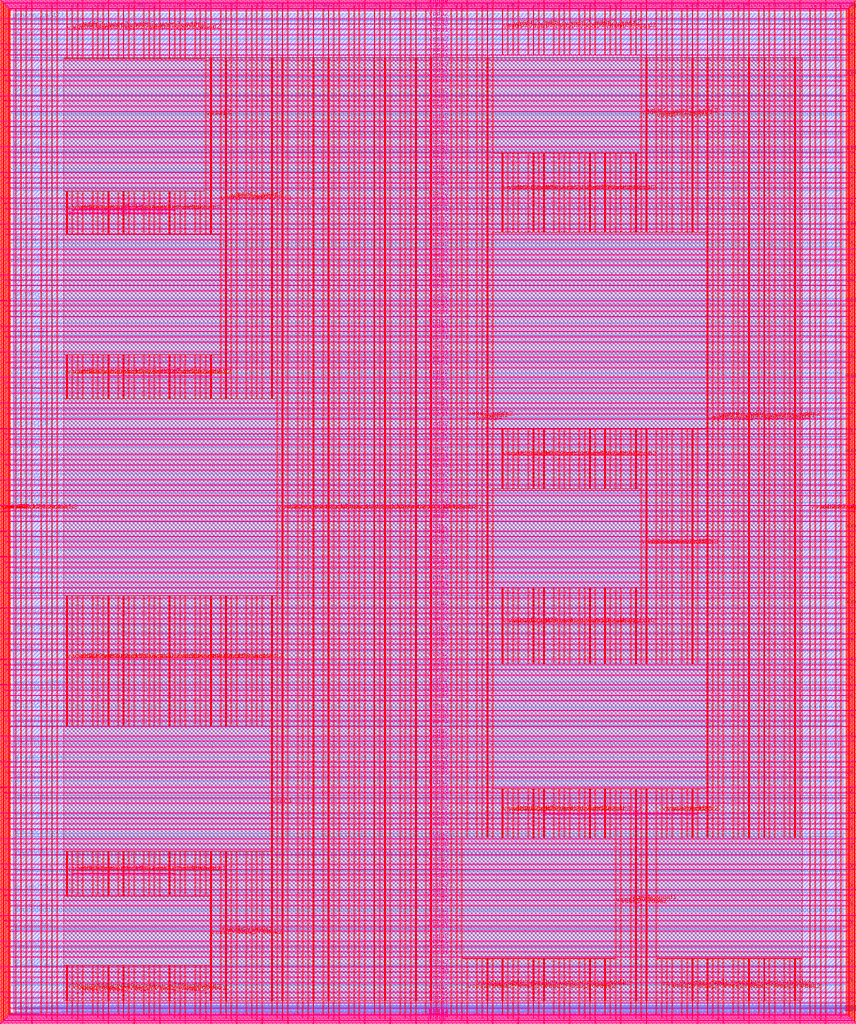
<source format=lef>
VERSION 5.7 ;
  NOWIREEXTENSIONATPIN ON ;
  DIVIDERCHAR "/" ;
  BUSBITCHARS "[]" ;
MACRO user_project_wrapper
  CLASS BLOCK ;
  FOREIGN user_project_wrapper ;
  ORIGIN 0.000 0.000 ;
  SIZE 2920.000 BY 3520.000 ;
  PIN analog_io[0]
    DIRECTION INOUT ;
    USE SIGNAL ;
    PORT
      LAYER met3 ;
        RECT 2917.600 1426.380 2924.800 1427.580 ;
    END
  END analog_io[0]
  PIN analog_io[10]
    DIRECTION INOUT ;
    USE SIGNAL ;
    PORT
      LAYER met2 ;
        RECT 2230.490 3517.600 2231.050 3524.800 ;
    END
  END analog_io[10]
  PIN analog_io[11]
    DIRECTION INOUT ;
    USE SIGNAL ;
    PORT
      LAYER met2 ;
        RECT 1905.730 3517.600 1906.290 3524.800 ;
    END
  END analog_io[11]
  PIN analog_io[12]
    DIRECTION INOUT ;
    USE SIGNAL ;
    PORT
      LAYER met2 ;
        RECT 1581.430 3517.600 1581.990 3524.800 ;
    END
  END analog_io[12]
  PIN analog_io[13]
    DIRECTION INOUT ;
    USE SIGNAL ;
    PORT
      LAYER met2 ;
        RECT 1257.130 3517.600 1257.690 3524.800 ;
    END
  END analog_io[13]
  PIN analog_io[14]
    DIRECTION INOUT ;
    USE SIGNAL ;
    PORT
      LAYER met2 ;
        RECT 932.370 3517.600 932.930 3524.800 ;
    END
  END analog_io[14]
  PIN analog_io[15]
    DIRECTION INOUT ;
    USE SIGNAL ;
    PORT
      LAYER met2 ;
        RECT 608.070 3517.600 608.630 3524.800 ;
    END
  END analog_io[15]
  PIN analog_io[16]
    DIRECTION INOUT ;
    USE SIGNAL ;
    PORT
      LAYER met2 ;
        RECT 283.770 3517.600 284.330 3524.800 ;
    END
  END analog_io[16]
  PIN analog_io[17]
    DIRECTION INOUT ;
    USE SIGNAL ;
    PORT
      LAYER met3 ;
        RECT -4.800 3486.100 2.400 3487.300 ;
    END
  END analog_io[17]
  PIN analog_io[18]
    DIRECTION INOUT ;
    USE SIGNAL ;
    PORT
      LAYER met3 ;
        RECT -4.800 3224.980 2.400 3226.180 ;
    END
  END analog_io[18]
  PIN analog_io[19]
    DIRECTION INOUT ;
    USE SIGNAL ;
    PORT
      LAYER met3 ;
        RECT -4.800 2964.540 2.400 2965.740 ;
    END
  END analog_io[19]
  PIN analog_io[1]
    DIRECTION INOUT ;
    USE SIGNAL ;
    PORT
      LAYER met3 ;
        RECT 2917.600 1692.260 2924.800 1693.460 ;
    END
  END analog_io[1]
  PIN analog_io[20]
    DIRECTION INOUT ;
    USE SIGNAL ;
    PORT
      LAYER met3 ;
        RECT -4.800 2703.420 2.400 2704.620 ;
    END
  END analog_io[20]
  PIN analog_io[21]
    DIRECTION INOUT ;
    USE SIGNAL ;
    PORT
      LAYER met3 ;
        RECT -4.800 2442.980 2.400 2444.180 ;
    END
  END analog_io[21]
  PIN analog_io[22]
    DIRECTION INOUT ;
    USE SIGNAL ;
    PORT
      LAYER met3 ;
        RECT -4.800 2182.540 2.400 2183.740 ;
    END
  END analog_io[22]
  PIN analog_io[23]
    DIRECTION INOUT ;
    USE SIGNAL ;
    PORT
      LAYER met3 ;
        RECT -4.800 1921.420 2.400 1922.620 ;
    END
  END analog_io[23]
  PIN analog_io[24]
    DIRECTION INOUT ;
    USE SIGNAL ;
    PORT
      LAYER met3 ;
        RECT -4.800 1660.980 2.400 1662.180 ;
    END
  END analog_io[24]
  PIN analog_io[25]
    DIRECTION INOUT ;
    USE SIGNAL ;
    PORT
      LAYER met3 ;
        RECT -4.800 1399.860 2.400 1401.060 ;
    END
  END analog_io[25]
  PIN analog_io[26]
    DIRECTION INOUT ;
    USE SIGNAL ;
    PORT
      LAYER met3 ;
        RECT -4.800 1139.420 2.400 1140.620 ;
    END
  END analog_io[26]
  PIN analog_io[27]
    DIRECTION INOUT ;
    USE SIGNAL ;
    PORT
      LAYER met3 ;
        RECT -4.800 878.980 2.400 880.180 ;
    END
  END analog_io[27]
  PIN analog_io[28]
    DIRECTION INOUT ;
    USE SIGNAL ;
    PORT
      LAYER met3 ;
        RECT -4.800 617.860 2.400 619.060 ;
    END
  END analog_io[28]
  PIN analog_io[2]
    DIRECTION INOUT ;
    USE SIGNAL ;
    PORT
      LAYER met3 ;
        RECT 2917.600 1958.140 2924.800 1959.340 ;
    END
  END analog_io[2]
  PIN analog_io[3]
    DIRECTION INOUT ;
    USE SIGNAL ;
    PORT
      LAYER met3 ;
        RECT 2917.600 2223.340 2924.800 2224.540 ;
    END
  END analog_io[3]
  PIN analog_io[4]
    DIRECTION INOUT ;
    USE SIGNAL ;
    PORT
      LAYER met3 ;
        RECT 2917.600 2489.220 2924.800 2490.420 ;
    END
  END analog_io[4]
  PIN analog_io[5]
    DIRECTION INOUT ;
    USE SIGNAL ;
    PORT
      LAYER met3 ;
        RECT 2917.600 2755.100 2924.800 2756.300 ;
    END
  END analog_io[5]
  PIN analog_io[6]
    DIRECTION INOUT ;
    USE SIGNAL ;
    PORT
      LAYER met3 ;
        RECT 2917.600 3020.300 2924.800 3021.500 ;
    END
  END analog_io[6]
  PIN analog_io[7]
    DIRECTION INOUT ;
    USE SIGNAL ;
    PORT
      LAYER met3 ;
        RECT 2917.600 3286.180 2924.800 3287.380 ;
    END
  END analog_io[7]
  PIN analog_io[8]
    DIRECTION INOUT ;
    USE SIGNAL ;
    PORT
      LAYER met2 ;
        RECT 2879.090 3517.600 2879.650 3524.800 ;
    END
  END analog_io[8]
  PIN analog_io[9]
    DIRECTION INOUT ;
    USE SIGNAL ;
    PORT
      LAYER met2 ;
        RECT 2554.790 3517.600 2555.350 3524.800 ;
    END
  END analog_io[9]
  PIN io_in[0]
    DIRECTION INPUT ;
    USE SIGNAL ;
    PORT
      LAYER met3 ;
        RECT 2917.600 32.380 2924.800 33.580 ;
    END
  END io_in[0]
  PIN io_in[10]
    DIRECTION INPUT ;
    USE SIGNAL ;
    PORT
      LAYER met3 ;
        RECT 2917.600 2289.980 2924.800 2291.180 ;
    END
  END io_in[10]
  PIN io_in[11]
    DIRECTION INPUT ;
    USE SIGNAL ;
    PORT
      LAYER met3 ;
        RECT 2917.600 2555.860 2924.800 2557.060 ;
    END
  END io_in[11]
  PIN io_in[12]
    DIRECTION INPUT ;
    USE SIGNAL ;
    PORT
      LAYER met3 ;
        RECT 2917.600 2821.060 2924.800 2822.260 ;
    END
  END io_in[12]
  PIN io_in[13]
    DIRECTION INPUT ;
    USE SIGNAL ;
    PORT
      LAYER met3 ;
        RECT 2917.600 3086.940 2924.800 3088.140 ;
    END
  END io_in[13]
  PIN io_in[14]
    DIRECTION INPUT ;
    USE SIGNAL ;
    PORT
      LAYER met3 ;
        RECT 2917.600 3352.820 2924.800 3354.020 ;
    END
  END io_in[14]
  PIN io_in[15]
    DIRECTION INPUT ;
    USE SIGNAL ;
    PORT
      LAYER met2 ;
        RECT 2798.130 3517.600 2798.690 3524.800 ;
    END
  END io_in[15]
  PIN io_in[16]
    DIRECTION INPUT ;
    USE SIGNAL ;
    PORT
      LAYER met2 ;
        RECT 2473.830 3517.600 2474.390 3524.800 ;
    END
  END io_in[16]
  PIN io_in[17]
    DIRECTION INPUT ;
    USE SIGNAL ;
    PORT
      LAYER met2 ;
        RECT 2149.070 3517.600 2149.630 3524.800 ;
    END
  END io_in[17]
  PIN io_in[18]
    DIRECTION INPUT ;
    USE SIGNAL ;
    PORT
      LAYER met2 ;
        RECT 1824.770 3517.600 1825.330 3524.800 ;
    END
  END io_in[18]
  PIN io_in[19]
    DIRECTION INPUT ;
    USE SIGNAL ;
    PORT
      LAYER met2 ;
        RECT 1500.470 3517.600 1501.030 3524.800 ;
    END
  END io_in[19]
  PIN io_in[1]
    DIRECTION INPUT ;
    USE SIGNAL ;
    PORT
      LAYER met3 ;
        RECT 2917.600 230.940 2924.800 232.140 ;
    END
  END io_in[1]
  PIN io_in[20]
    DIRECTION INPUT ;
    USE SIGNAL ;
    PORT
      LAYER met2 ;
        RECT 1175.710 3517.600 1176.270 3524.800 ;
    END
  END io_in[20]
  PIN io_in[21]
    DIRECTION INPUT ;
    USE SIGNAL ;
    PORT
      LAYER met2 ;
        RECT 851.410 3517.600 851.970 3524.800 ;
    END
  END io_in[21]
  PIN io_in[22]
    DIRECTION INPUT ;
    USE SIGNAL ;
    PORT
      LAYER met2 ;
        RECT 527.110 3517.600 527.670 3524.800 ;
    END
  END io_in[22]
  PIN io_in[23]
    DIRECTION INPUT ;
    USE SIGNAL ;
    PORT
      LAYER met2 ;
        RECT 202.350 3517.600 202.910 3524.800 ;
    END
  END io_in[23]
  PIN io_in[24]
    DIRECTION INPUT ;
    USE SIGNAL ;
    PORT
      LAYER met3 ;
        RECT -4.800 3420.820 2.400 3422.020 ;
    END
  END io_in[24]
  PIN io_in[25]
    DIRECTION INPUT ;
    USE SIGNAL ;
    PORT
      LAYER met3 ;
        RECT -4.800 3159.700 2.400 3160.900 ;
    END
  END io_in[25]
  PIN io_in[26]
    DIRECTION INPUT ;
    USE SIGNAL ;
    PORT
      LAYER met3 ;
        RECT -4.800 2899.260 2.400 2900.460 ;
    END
  END io_in[26]
  PIN io_in[27]
    DIRECTION INPUT ;
    USE SIGNAL ;
    PORT
      LAYER met3 ;
        RECT -4.800 2638.820 2.400 2640.020 ;
    END
  END io_in[27]
  PIN io_in[28]
    DIRECTION INPUT ;
    USE SIGNAL ;
    PORT
      LAYER met3 ;
        RECT -4.800 2377.700 2.400 2378.900 ;
    END
  END io_in[28]
  PIN io_in[29]
    DIRECTION INPUT ;
    USE SIGNAL ;
    PORT
      LAYER met3 ;
        RECT -4.800 2117.260 2.400 2118.460 ;
    END
  END io_in[29]
  PIN io_in[2]
    DIRECTION INPUT ;
    USE SIGNAL ;
    PORT
      LAYER met3 ;
        RECT 2917.600 430.180 2924.800 431.380 ;
    END
  END io_in[2]
  PIN io_in[30]
    DIRECTION INPUT ;
    USE SIGNAL ;
    PORT
      LAYER met3 ;
        RECT -4.800 1856.140 2.400 1857.340 ;
    END
  END io_in[30]
  PIN io_in[31]
    DIRECTION INPUT ;
    USE SIGNAL ;
    PORT
      LAYER met3 ;
        RECT -4.800 1595.700 2.400 1596.900 ;
    END
  END io_in[31]
  PIN io_in[32]
    DIRECTION INPUT ;
    USE SIGNAL ;
    PORT
      LAYER met3 ;
        RECT -4.800 1335.260 2.400 1336.460 ;
    END
  END io_in[32]
  PIN io_in[33]
    DIRECTION INPUT ;
    USE SIGNAL ;
    PORT
      LAYER met3 ;
        RECT -4.800 1074.140 2.400 1075.340 ;
    END
  END io_in[33]
  PIN io_in[34]
    DIRECTION INPUT ;
    USE SIGNAL ;
    PORT
      LAYER met3 ;
        RECT -4.800 813.700 2.400 814.900 ;
    END
  END io_in[34]
  PIN io_in[35]
    DIRECTION INPUT ;
    USE SIGNAL ;
    PORT
      LAYER met3 ;
        RECT -4.800 552.580 2.400 553.780 ;
    END
  END io_in[35]
  PIN io_in[36]
    DIRECTION INPUT ;
    USE SIGNAL ;
    PORT
      LAYER met3 ;
        RECT -4.800 357.420 2.400 358.620 ;
    END
  END io_in[36]
  PIN io_in[37]
    DIRECTION INPUT ;
    USE SIGNAL ;
    PORT
      LAYER met3 ;
        RECT -4.800 161.580 2.400 162.780 ;
    END
  END io_in[37]
  PIN io_in[3]
    DIRECTION INPUT ;
    USE SIGNAL ;
    PORT
      LAYER met3 ;
        RECT 2917.600 629.420 2924.800 630.620 ;
    END
  END io_in[3]
  PIN io_in[4]
    DIRECTION INPUT ;
    USE SIGNAL ;
    PORT
      LAYER met3 ;
        RECT 2917.600 828.660 2924.800 829.860 ;
    END
  END io_in[4]
  PIN io_in[5]
    DIRECTION INPUT ;
    USE SIGNAL ;
    PORT
      LAYER met3 ;
        RECT 2917.600 1027.900 2924.800 1029.100 ;
    END
  END io_in[5]
  PIN io_in[6]
    DIRECTION INPUT ;
    USE SIGNAL ;
    PORT
      LAYER met3 ;
        RECT 2917.600 1227.140 2924.800 1228.340 ;
    END
  END io_in[6]
  PIN io_in[7]
    DIRECTION INPUT ;
    USE SIGNAL ;
    PORT
      LAYER met3 ;
        RECT 2917.600 1493.020 2924.800 1494.220 ;
    END
  END io_in[7]
  PIN io_in[8]
    DIRECTION INPUT ;
    USE SIGNAL ;
    PORT
      LAYER met3 ;
        RECT 2917.600 1758.900 2924.800 1760.100 ;
    END
  END io_in[8]
  PIN io_in[9]
    DIRECTION INPUT ;
    USE SIGNAL ;
    PORT
      LAYER met3 ;
        RECT 2917.600 2024.100 2924.800 2025.300 ;
    END
  END io_in[9]
  PIN io_oeb[0]
    DIRECTION OUTPUT TRISTATE ;
    USE SIGNAL ;
    PORT
      LAYER met3 ;
        RECT 2917.600 164.980 2924.800 166.180 ;
    END
  END io_oeb[0]
  PIN io_oeb[10]
    DIRECTION OUTPUT TRISTATE ;
    USE SIGNAL ;
    PORT
      LAYER met3 ;
        RECT 2917.600 2422.580 2924.800 2423.780 ;
    END
  END io_oeb[10]
  PIN io_oeb[11]
    DIRECTION OUTPUT TRISTATE ;
    USE SIGNAL ;
    PORT
      LAYER met3 ;
        RECT 2917.600 2688.460 2924.800 2689.660 ;
    END
  END io_oeb[11]
  PIN io_oeb[12]
    DIRECTION OUTPUT TRISTATE ;
    USE SIGNAL ;
    PORT
      LAYER met3 ;
        RECT 2917.600 2954.340 2924.800 2955.540 ;
    END
  END io_oeb[12]
  PIN io_oeb[13]
    DIRECTION OUTPUT TRISTATE ;
    USE SIGNAL ;
    PORT
      LAYER met3 ;
        RECT 2917.600 3219.540 2924.800 3220.740 ;
    END
  END io_oeb[13]
  PIN io_oeb[14]
    DIRECTION OUTPUT TRISTATE ;
    USE SIGNAL ;
    PORT
      LAYER met3 ;
        RECT 2917.600 3485.420 2924.800 3486.620 ;
    END
  END io_oeb[14]
  PIN io_oeb[15]
    DIRECTION OUTPUT TRISTATE ;
    USE SIGNAL ;
    PORT
      LAYER met2 ;
        RECT 2635.750 3517.600 2636.310 3524.800 ;
    END
  END io_oeb[15]
  PIN io_oeb[16]
    DIRECTION OUTPUT TRISTATE ;
    USE SIGNAL ;
    PORT
      LAYER met2 ;
        RECT 2311.450 3517.600 2312.010 3524.800 ;
    END
  END io_oeb[16]
  PIN io_oeb[17]
    DIRECTION OUTPUT TRISTATE ;
    USE SIGNAL ;
    PORT
      LAYER met2 ;
        RECT 1987.150 3517.600 1987.710 3524.800 ;
    END
  END io_oeb[17]
  PIN io_oeb[18]
    DIRECTION OUTPUT TRISTATE ;
    USE SIGNAL ;
    PORT
      LAYER met2 ;
        RECT 1662.390 3517.600 1662.950 3524.800 ;
    END
  END io_oeb[18]
  PIN io_oeb[19]
    DIRECTION OUTPUT TRISTATE ;
    USE SIGNAL ;
    PORT
      LAYER met2 ;
        RECT 1338.090 3517.600 1338.650 3524.800 ;
    END
  END io_oeb[19]
  PIN io_oeb[1]
    DIRECTION OUTPUT TRISTATE ;
    USE SIGNAL ;
    PORT
      LAYER met3 ;
        RECT 2917.600 364.220 2924.800 365.420 ;
    END
  END io_oeb[1]
  PIN io_oeb[20]
    DIRECTION OUTPUT TRISTATE ;
    USE SIGNAL ;
    PORT
      LAYER met2 ;
        RECT 1013.790 3517.600 1014.350 3524.800 ;
    END
  END io_oeb[20]
  PIN io_oeb[21]
    DIRECTION OUTPUT TRISTATE ;
    USE SIGNAL ;
    PORT
      LAYER met2 ;
        RECT 689.030 3517.600 689.590 3524.800 ;
    END
  END io_oeb[21]
  PIN io_oeb[22]
    DIRECTION OUTPUT TRISTATE ;
    USE SIGNAL ;
    PORT
      LAYER met2 ;
        RECT 364.730 3517.600 365.290 3524.800 ;
    END
  END io_oeb[22]
  PIN io_oeb[23]
    DIRECTION OUTPUT TRISTATE ;
    USE SIGNAL ;
    PORT
      LAYER met2 ;
        RECT 40.430 3517.600 40.990 3524.800 ;
    END
  END io_oeb[23]
  PIN io_oeb[24]
    DIRECTION OUTPUT TRISTATE ;
    USE SIGNAL ;
    PORT
      LAYER met3 ;
        RECT -4.800 3290.260 2.400 3291.460 ;
    END
  END io_oeb[24]
  PIN io_oeb[25]
    DIRECTION OUTPUT TRISTATE ;
    USE SIGNAL ;
    PORT
      LAYER met3 ;
        RECT -4.800 3029.820 2.400 3031.020 ;
    END
  END io_oeb[25]
  PIN io_oeb[26]
    DIRECTION OUTPUT TRISTATE ;
    USE SIGNAL ;
    PORT
      LAYER met3 ;
        RECT -4.800 2768.700 2.400 2769.900 ;
    END
  END io_oeb[26]
  PIN io_oeb[27]
    DIRECTION OUTPUT TRISTATE ;
    USE SIGNAL ;
    PORT
      LAYER met3 ;
        RECT -4.800 2508.260 2.400 2509.460 ;
    END
  END io_oeb[27]
  PIN io_oeb[28]
    DIRECTION OUTPUT TRISTATE ;
    USE SIGNAL ;
    PORT
      LAYER met3 ;
        RECT -4.800 2247.140 2.400 2248.340 ;
    END
  END io_oeb[28]
  PIN io_oeb[29]
    DIRECTION OUTPUT TRISTATE ;
    USE SIGNAL ;
    PORT
      LAYER met3 ;
        RECT -4.800 1986.700 2.400 1987.900 ;
    END
  END io_oeb[29]
  PIN io_oeb[2]
    DIRECTION OUTPUT TRISTATE ;
    USE SIGNAL ;
    PORT
      LAYER met3 ;
        RECT 2917.600 563.460 2924.800 564.660 ;
    END
  END io_oeb[2]
  PIN io_oeb[30]
    DIRECTION OUTPUT TRISTATE ;
    USE SIGNAL ;
    PORT
      LAYER met3 ;
        RECT -4.800 1726.260 2.400 1727.460 ;
    END
  END io_oeb[30]
  PIN io_oeb[31]
    DIRECTION OUTPUT TRISTATE ;
    USE SIGNAL ;
    PORT
      LAYER met3 ;
        RECT -4.800 1465.140 2.400 1466.340 ;
    END
  END io_oeb[31]
  PIN io_oeb[32]
    DIRECTION OUTPUT TRISTATE ;
    USE SIGNAL ;
    PORT
      LAYER met3 ;
        RECT -4.800 1204.700 2.400 1205.900 ;
    END
  END io_oeb[32]
  PIN io_oeb[33]
    DIRECTION OUTPUT TRISTATE ;
    USE SIGNAL ;
    PORT
      LAYER met3 ;
        RECT -4.800 943.580 2.400 944.780 ;
    END
  END io_oeb[33]
  PIN io_oeb[34]
    DIRECTION OUTPUT TRISTATE ;
    USE SIGNAL ;
    PORT
      LAYER met3 ;
        RECT -4.800 683.140 2.400 684.340 ;
    END
  END io_oeb[34]
  PIN io_oeb[35]
    DIRECTION OUTPUT TRISTATE ;
    USE SIGNAL ;
    PORT
      LAYER met3 ;
        RECT -4.800 422.700 2.400 423.900 ;
    END
  END io_oeb[35]
  PIN io_oeb[36]
    DIRECTION OUTPUT TRISTATE ;
    USE SIGNAL ;
    PORT
      LAYER met3 ;
        RECT -4.800 226.860 2.400 228.060 ;
    END
  END io_oeb[36]
  PIN io_oeb[37]
    DIRECTION OUTPUT TRISTATE ;
    USE SIGNAL ;
    PORT
      LAYER met3 ;
        RECT -4.800 31.700 2.400 32.900 ;
    END
  END io_oeb[37]
  PIN io_oeb[3]
    DIRECTION OUTPUT TRISTATE ;
    USE SIGNAL ;
    PORT
      LAYER met3 ;
        RECT 2917.600 762.700 2924.800 763.900 ;
    END
  END io_oeb[3]
  PIN io_oeb[4]
    DIRECTION OUTPUT TRISTATE ;
    USE SIGNAL ;
    PORT
      LAYER met3 ;
        RECT 2917.600 961.940 2924.800 963.140 ;
    END
  END io_oeb[4]
  PIN io_oeb[5]
    DIRECTION OUTPUT TRISTATE ;
    USE SIGNAL ;
    PORT
      LAYER met3 ;
        RECT 2917.600 1161.180 2924.800 1162.380 ;
    END
  END io_oeb[5]
  PIN io_oeb[6]
    DIRECTION OUTPUT TRISTATE ;
    USE SIGNAL ;
    PORT
      LAYER met3 ;
        RECT 2917.600 1360.420 2924.800 1361.620 ;
    END
  END io_oeb[6]
  PIN io_oeb[7]
    DIRECTION OUTPUT TRISTATE ;
    USE SIGNAL ;
    PORT
      LAYER met3 ;
        RECT 2917.600 1625.620 2924.800 1626.820 ;
    END
  END io_oeb[7]
  PIN io_oeb[8]
    DIRECTION OUTPUT TRISTATE ;
    USE SIGNAL ;
    PORT
      LAYER met3 ;
        RECT 2917.600 1891.500 2924.800 1892.700 ;
    END
  END io_oeb[8]
  PIN io_oeb[9]
    DIRECTION OUTPUT TRISTATE ;
    USE SIGNAL ;
    PORT
      LAYER met3 ;
        RECT 2917.600 2157.380 2924.800 2158.580 ;
    END
  END io_oeb[9]
  PIN io_out[0]
    DIRECTION OUTPUT TRISTATE ;
    USE SIGNAL ;
    PORT
      LAYER met3 ;
        RECT 2917.600 98.340 2924.800 99.540 ;
    END
  END io_out[0]
  PIN io_out[10]
    DIRECTION OUTPUT TRISTATE ;
    USE SIGNAL ;
    PORT
      LAYER met3 ;
        RECT 2917.600 2356.620 2924.800 2357.820 ;
    END
  END io_out[10]
  PIN io_out[11]
    DIRECTION OUTPUT TRISTATE ;
    USE SIGNAL ;
    PORT
      LAYER met3 ;
        RECT 2917.600 2621.820 2924.800 2623.020 ;
    END
  END io_out[11]
  PIN io_out[12]
    DIRECTION OUTPUT TRISTATE ;
    USE SIGNAL ;
    PORT
      LAYER met3 ;
        RECT 2917.600 2887.700 2924.800 2888.900 ;
    END
  END io_out[12]
  PIN io_out[13]
    DIRECTION OUTPUT TRISTATE ;
    USE SIGNAL ;
    PORT
      LAYER met3 ;
        RECT 2917.600 3153.580 2924.800 3154.780 ;
    END
  END io_out[13]
  PIN io_out[14]
    DIRECTION OUTPUT TRISTATE ;
    USE SIGNAL ;
    PORT
      LAYER met3 ;
        RECT 2917.600 3418.780 2924.800 3419.980 ;
    END
  END io_out[14]
  PIN io_out[15]
    DIRECTION OUTPUT TRISTATE ;
    USE SIGNAL ;
    PORT
      LAYER met2 ;
        RECT 2717.170 3517.600 2717.730 3524.800 ;
    END
  END io_out[15]
  PIN io_out[16]
    DIRECTION OUTPUT TRISTATE ;
    USE SIGNAL ;
    PORT
      LAYER met2 ;
        RECT 2392.410 3517.600 2392.970 3524.800 ;
    END
  END io_out[16]
  PIN io_out[17]
    DIRECTION OUTPUT TRISTATE ;
    USE SIGNAL ;
    PORT
      LAYER met2 ;
        RECT 2068.110 3517.600 2068.670 3524.800 ;
    END
  END io_out[17]
  PIN io_out[18]
    DIRECTION OUTPUT TRISTATE ;
    USE SIGNAL ;
    PORT
      LAYER met2 ;
        RECT 1743.810 3517.600 1744.370 3524.800 ;
    END
  END io_out[18]
  PIN io_out[19]
    DIRECTION OUTPUT TRISTATE ;
    USE SIGNAL ;
    PORT
      LAYER met2 ;
        RECT 1419.050 3517.600 1419.610 3524.800 ;
    END
  END io_out[19]
  PIN io_out[1]
    DIRECTION OUTPUT TRISTATE ;
    USE SIGNAL ;
    PORT
      LAYER met3 ;
        RECT 2917.600 297.580 2924.800 298.780 ;
    END
  END io_out[1]
  PIN io_out[20]
    DIRECTION OUTPUT TRISTATE ;
    USE SIGNAL ;
    PORT
      LAYER met2 ;
        RECT 1094.750 3517.600 1095.310 3524.800 ;
    END
  END io_out[20]
  PIN io_out[21]
    DIRECTION OUTPUT TRISTATE ;
    USE SIGNAL ;
    PORT
      LAYER met2 ;
        RECT 770.450 3517.600 771.010 3524.800 ;
    END
  END io_out[21]
  PIN io_out[22]
    DIRECTION OUTPUT TRISTATE ;
    USE SIGNAL ;
    PORT
      LAYER met2 ;
        RECT 445.690 3517.600 446.250 3524.800 ;
    END
  END io_out[22]
  PIN io_out[23]
    DIRECTION OUTPUT TRISTATE ;
    USE SIGNAL ;
    PORT
      LAYER met2 ;
        RECT 121.390 3517.600 121.950 3524.800 ;
    END
  END io_out[23]
  PIN io_out[24]
    DIRECTION OUTPUT TRISTATE ;
    USE SIGNAL ;
    PORT
      LAYER met3 ;
        RECT -4.800 3355.540 2.400 3356.740 ;
    END
  END io_out[24]
  PIN io_out[25]
    DIRECTION OUTPUT TRISTATE ;
    USE SIGNAL ;
    PORT
      LAYER met3 ;
        RECT -4.800 3095.100 2.400 3096.300 ;
    END
  END io_out[25]
  PIN io_out[26]
    DIRECTION OUTPUT TRISTATE ;
    USE SIGNAL ;
    PORT
      LAYER met3 ;
        RECT -4.800 2833.980 2.400 2835.180 ;
    END
  END io_out[26]
  PIN io_out[27]
    DIRECTION OUTPUT TRISTATE ;
    USE SIGNAL ;
    PORT
      LAYER met3 ;
        RECT -4.800 2573.540 2.400 2574.740 ;
    END
  END io_out[27]
  PIN io_out[28]
    DIRECTION OUTPUT TRISTATE ;
    USE SIGNAL ;
    PORT
      LAYER met3 ;
        RECT -4.800 2312.420 2.400 2313.620 ;
    END
  END io_out[28]
  PIN io_out[29]
    DIRECTION OUTPUT TRISTATE ;
    USE SIGNAL ;
    PORT
      LAYER met3 ;
        RECT -4.800 2051.980 2.400 2053.180 ;
    END
  END io_out[29]
  PIN io_out[2]
    DIRECTION OUTPUT TRISTATE ;
    USE SIGNAL ;
    PORT
      LAYER met3 ;
        RECT 2917.600 496.820 2924.800 498.020 ;
    END
  END io_out[2]
  PIN io_out[30]
    DIRECTION OUTPUT TRISTATE ;
    USE SIGNAL ;
    PORT
      LAYER met3 ;
        RECT -4.800 1791.540 2.400 1792.740 ;
    END
  END io_out[30]
  PIN io_out[31]
    DIRECTION OUTPUT TRISTATE ;
    USE SIGNAL ;
    PORT
      LAYER met3 ;
        RECT -4.800 1530.420 2.400 1531.620 ;
    END
  END io_out[31]
  PIN io_out[32]
    DIRECTION OUTPUT TRISTATE ;
    USE SIGNAL ;
    PORT
      LAYER met3 ;
        RECT -4.800 1269.980 2.400 1271.180 ;
    END
  END io_out[32]
  PIN io_out[33]
    DIRECTION OUTPUT TRISTATE ;
    USE SIGNAL ;
    PORT
      LAYER met3 ;
        RECT -4.800 1008.860 2.400 1010.060 ;
    END
  END io_out[33]
  PIN io_out[34]
    DIRECTION OUTPUT TRISTATE ;
    USE SIGNAL ;
    PORT
      LAYER met3 ;
        RECT -4.800 748.420 2.400 749.620 ;
    END
  END io_out[34]
  PIN io_out[35]
    DIRECTION OUTPUT TRISTATE ;
    USE SIGNAL ;
    PORT
      LAYER met3 ;
        RECT -4.800 487.300 2.400 488.500 ;
    END
  END io_out[35]
  PIN io_out[36]
    DIRECTION OUTPUT TRISTATE ;
    USE SIGNAL ;
    PORT
      LAYER met3 ;
        RECT -4.800 292.140 2.400 293.340 ;
    END
  END io_out[36]
  PIN io_out[37]
    DIRECTION OUTPUT TRISTATE ;
    USE SIGNAL ;
    PORT
      LAYER met3 ;
        RECT -4.800 96.300 2.400 97.500 ;
    END
  END io_out[37]
  PIN io_out[3]
    DIRECTION OUTPUT TRISTATE ;
    USE SIGNAL ;
    PORT
      LAYER met3 ;
        RECT 2917.600 696.060 2924.800 697.260 ;
    END
  END io_out[3]
  PIN io_out[4]
    DIRECTION OUTPUT TRISTATE ;
    USE SIGNAL ;
    PORT
      LAYER met3 ;
        RECT 2917.600 895.300 2924.800 896.500 ;
    END
  END io_out[4]
  PIN io_out[5]
    DIRECTION OUTPUT TRISTATE ;
    USE SIGNAL ;
    PORT
      LAYER met3 ;
        RECT 2917.600 1094.540 2924.800 1095.740 ;
    END
  END io_out[5]
  PIN io_out[6]
    DIRECTION OUTPUT TRISTATE ;
    USE SIGNAL ;
    PORT
      LAYER met3 ;
        RECT 2917.600 1293.780 2924.800 1294.980 ;
    END
  END io_out[6]
  PIN io_out[7]
    DIRECTION OUTPUT TRISTATE ;
    USE SIGNAL ;
    PORT
      LAYER met3 ;
        RECT 2917.600 1559.660 2924.800 1560.860 ;
    END
  END io_out[7]
  PIN io_out[8]
    DIRECTION OUTPUT TRISTATE ;
    USE SIGNAL ;
    PORT
      LAYER met3 ;
        RECT 2917.600 1824.860 2924.800 1826.060 ;
    END
  END io_out[8]
  PIN io_out[9]
    DIRECTION OUTPUT TRISTATE ;
    USE SIGNAL ;
    PORT
      LAYER met3 ;
        RECT 2917.600 2090.740 2924.800 2091.940 ;
    END
  END io_out[9]
  PIN la_data_in[0]
    DIRECTION INPUT ;
    USE SIGNAL ;
    PORT
      LAYER met2 ;
        RECT 629.230 -4.800 629.790 2.400 ;
    END
  END la_data_in[0]
  PIN la_data_in[100]
    DIRECTION INPUT ;
    USE SIGNAL ;
    PORT
      LAYER met2 ;
        RECT 2402.530 -4.800 2403.090 2.400 ;
    END
  END la_data_in[100]
  PIN la_data_in[101]
    DIRECTION INPUT ;
    USE SIGNAL ;
    PORT
      LAYER met2 ;
        RECT 2420.010 -4.800 2420.570 2.400 ;
    END
  END la_data_in[101]
  PIN la_data_in[102]
    DIRECTION INPUT ;
    USE SIGNAL ;
    PORT
      LAYER met2 ;
        RECT 2437.950 -4.800 2438.510 2.400 ;
    END
  END la_data_in[102]
  PIN la_data_in[103]
    DIRECTION INPUT ;
    USE SIGNAL ;
    PORT
      LAYER met2 ;
        RECT 2455.430 -4.800 2455.990 2.400 ;
    END
  END la_data_in[103]
  PIN la_data_in[104]
    DIRECTION INPUT ;
    USE SIGNAL ;
    PORT
      LAYER met2 ;
        RECT 2473.370 -4.800 2473.930 2.400 ;
    END
  END la_data_in[104]
  PIN la_data_in[105]
    DIRECTION INPUT ;
    USE SIGNAL ;
    PORT
      LAYER met2 ;
        RECT 2490.850 -4.800 2491.410 2.400 ;
    END
  END la_data_in[105]
  PIN la_data_in[106]
    DIRECTION INPUT ;
    USE SIGNAL ;
    PORT
      LAYER met2 ;
        RECT 2508.790 -4.800 2509.350 2.400 ;
    END
  END la_data_in[106]
  PIN la_data_in[107]
    DIRECTION INPUT ;
    USE SIGNAL ;
    PORT
      LAYER met2 ;
        RECT 2526.730 -4.800 2527.290 2.400 ;
    END
  END la_data_in[107]
  PIN la_data_in[108]
    DIRECTION INPUT ;
    USE SIGNAL ;
    PORT
      LAYER met2 ;
        RECT 2544.210 -4.800 2544.770 2.400 ;
    END
  END la_data_in[108]
  PIN la_data_in[109]
    DIRECTION INPUT ;
    USE SIGNAL ;
    PORT
      LAYER met2 ;
        RECT 2562.150 -4.800 2562.710 2.400 ;
    END
  END la_data_in[109]
  PIN la_data_in[10]
    DIRECTION INPUT ;
    USE SIGNAL ;
    PORT
      LAYER met2 ;
        RECT 806.330 -4.800 806.890 2.400 ;
    END
  END la_data_in[10]
  PIN la_data_in[110]
    DIRECTION INPUT ;
    USE SIGNAL ;
    PORT
      LAYER met2 ;
        RECT 2579.630 -4.800 2580.190 2.400 ;
    END
  END la_data_in[110]
  PIN la_data_in[111]
    DIRECTION INPUT ;
    USE SIGNAL ;
    PORT
      LAYER met2 ;
        RECT 2597.570 -4.800 2598.130 2.400 ;
    END
  END la_data_in[111]
  PIN la_data_in[112]
    DIRECTION INPUT ;
    USE SIGNAL ;
    PORT
      LAYER met2 ;
        RECT 2615.050 -4.800 2615.610 2.400 ;
    END
  END la_data_in[112]
  PIN la_data_in[113]
    DIRECTION INPUT ;
    USE SIGNAL ;
    PORT
      LAYER met2 ;
        RECT 2632.990 -4.800 2633.550 2.400 ;
    END
  END la_data_in[113]
  PIN la_data_in[114]
    DIRECTION INPUT ;
    USE SIGNAL ;
    PORT
      LAYER met2 ;
        RECT 2650.470 -4.800 2651.030 2.400 ;
    END
  END la_data_in[114]
  PIN la_data_in[115]
    DIRECTION INPUT ;
    USE SIGNAL ;
    PORT
      LAYER met2 ;
        RECT 2668.410 -4.800 2668.970 2.400 ;
    END
  END la_data_in[115]
  PIN la_data_in[116]
    DIRECTION INPUT ;
    USE SIGNAL ;
    PORT
      LAYER met2 ;
        RECT 2685.890 -4.800 2686.450 2.400 ;
    END
  END la_data_in[116]
  PIN la_data_in[117]
    DIRECTION INPUT ;
    USE SIGNAL ;
    PORT
      LAYER met2 ;
        RECT 2703.830 -4.800 2704.390 2.400 ;
    END
  END la_data_in[117]
  PIN la_data_in[118]
    DIRECTION INPUT ;
    USE SIGNAL ;
    PORT
      LAYER met2 ;
        RECT 2721.770 -4.800 2722.330 2.400 ;
    END
  END la_data_in[118]
  PIN la_data_in[119]
    DIRECTION INPUT ;
    USE SIGNAL ;
    PORT
      LAYER met2 ;
        RECT 2739.250 -4.800 2739.810 2.400 ;
    END
  END la_data_in[119]
  PIN la_data_in[11]
    DIRECTION INPUT ;
    USE SIGNAL ;
    PORT
      LAYER met2 ;
        RECT 824.270 -4.800 824.830 2.400 ;
    END
  END la_data_in[11]
  PIN la_data_in[120]
    DIRECTION INPUT ;
    USE SIGNAL ;
    PORT
      LAYER met2 ;
        RECT 2757.190 -4.800 2757.750 2.400 ;
    END
  END la_data_in[120]
  PIN la_data_in[121]
    DIRECTION INPUT ;
    USE SIGNAL ;
    PORT
      LAYER met2 ;
        RECT 2774.670 -4.800 2775.230 2.400 ;
    END
  END la_data_in[121]
  PIN la_data_in[122]
    DIRECTION INPUT ;
    USE SIGNAL ;
    PORT
      LAYER met2 ;
        RECT 2792.610 -4.800 2793.170 2.400 ;
    END
  END la_data_in[122]
  PIN la_data_in[123]
    DIRECTION INPUT ;
    USE SIGNAL ;
    PORT
      LAYER met2 ;
        RECT 2810.090 -4.800 2810.650 2.400 ;
    END
  END la_data_in[123]
  PIN la_data_in[124]
    DIRECTION INPUT ;
    USE SIGNAL ;
    PORT
      LAYER met2 ;
        RECT 2828.030 -4.800 2828.590 2.400 ;
    END
  END la_data_in[124]
  PIN la_data_in[125]
    DIRECTION INPUT ;
    USE SIGNAL ;
    PORT
      LAYER met2 ;
        RECT 2845.510 -4.800 2846.070 2.400 ;
    END
  END la_data_in[125]
  PIN la_data_in[126]
    DIRECTION INPUT ;
    USE SIGNAL ;
    PORT
      LAYER met2 ;
        RECT 2863.450 -4.800 2864.010 2.400 ;
    END
  END la_data_in[126]
  PIN la_data_in[127]
    DIRECTION INPUT ;
    USE SIGNAL ;
    PORT
      LAYER met2 ;
        RECT 2881.390 -4.800 2881.950 2.400 ;
    END
  END la_data_in[127]
  PIN la_data_in[12]
    DIRECTION INPUT ;
    USE SIGNAL ;
    PORT
      LAYER met2 ;
        RECT 841.750 -4.800 842.310 2.400 ;
    END
  END la_data_in[12]
  PIN la_data_in[13]
    DIRECTION INPUT ;
    USE SIGNAL ;
    PORT
      LAYER met2 ;
        RECT 859.690 -4.800 860.250 2.400 ;
    END
  END la_data_in[13]
  PIN la_data_in[14]
    DIRECTION INPUT ;
    USE SIGNAL ;
    PORT
      LAYER met2 ;
        RECT 877.170 -4.800 877.730 2.400 ;
    END
  END la_data_in[14]
  PIN la_data_in[15]
    DIRECTION INPUT ;
    USE SIGNAL ;
    PORT
      LAYER met2 ;
        RECT 895.110 -4.800 895.670 2.400 ;
    END
  END la_data_in[15]
  PIN la_data_in[16]
    DIRECTION INPUT ;
    USE SIGNAL ;
    PORT
      LAYER met2 ;
        RECT 912.590 -4.800 913.150 2.400 ;
    END
  END la_data_in[16]
  PIN la_data_in[17]
    DIRECTION INPUT ;
    USE SIGNAL ;
    PORT
      LAYER met2 ;
        RECT 930.530 -4.800 931.090 2.400 ;
    END
  END la_data_in[17]
  PIN la_data_in[18]
    DIRECTION INPUT ;
    USE SIGNAL ;
    PORT
      LAYER met2 ;
        RECT 948.470 -4.800 949.030 2.400 ;
    END
  END la_data_in[18]
  PIN la_data_in[19]
    DIRECTION INPUT ;
    USE SIGNAL ;
    PORT
      LAYER met2 ;
        RECT 965.950 -4.800 966.510 2.400 ;
    END
  END la_data_in[19]
  PIN la_data_in[1]
    DIRECTION INPUT ;
    USE SIGNAL ;
    PORT
      LAYER met2 ;
        RECT 646.710 -4.800 647.270 2.400 ;
    END
  END la_data_in[1]
  PIN la_data_in[20]
    DIRECTION INPUT ;
    USE SIGNAL ;
    PORT
      LAYER met2 ;
        RECT 983.890 -4.800 984.450 2.400 ;
    END
  END la_data_in[20]
  PIN la_data_in[21]
    DIRECTION INPUT ;
    USE SIGNAL ;
    PORT
      LAYER met2 ;
        RECT 1001.370 -4.800 1001.930 2.400 ;
    END
  END la_data_in[21]
  PIN la_data_in[22]
    DIRECTION INPUT ;
    USE SIGNAL ;
    PORT
      LAYER met2 ;
        RECT 1019.310 -4.800 1019.870 2.400 ;
    END
  END la_data_in[22]
  PIN la_data_in[23]
    DIRECTION INPUT ;
    USE SIGNAL ;
    PORT
      LAYER met2 ;
        RECT 1036.790 -4.800 1037.350 2.400 ;
    END
  END la_data_in[23]
  PIN la_data_in[24]
    DIRECTION INPUT ;
    USE SIGNAL ;
    PORT
      LAYER met2 ;
        RECT 1054.730 -4.800 1055.290 2.400 ;
    END
  END la_data_in[24]
  PIN la_data_in[25]
    DIRECTION INPUT ;
    USE SIGNAL ;
    PORT
      LAYER met2 ;
        RECT 1072.210 -4.800 1072.770 2.400 ;
    END
  END la_data_in[25]
  PIN la_data_in[26]
    DIRECTION INPUT ;
    USE SIGNAL ;
    PORT
      LAYER met2 ;
        RECT 1090.150 -4.800 1090.710 2.400 ;
    END
  END la_data_in[26]
  PIN la_data_in[27]
    DIRECTION INPUT ;
    USE SIGNAL ;
    PORT
      LAYER met2 ;
        RECT 1107.630 -4.800 1108.190 2.400 ;
    END
  END la_data_in[27]
  PIN la_data_in[28]
    DIRECTION INPUT ;
    USE SIGNAL ;
    PORT
      LAYER met2 ;
        RECT 1125.570 -4.800 1126.130 2.400 ;
    END
  END la_data_in[28]
  PIN la_data_in[29]
    DIRECTION INPUT ;
    USE SIGNAL ;
    PORT
      LAYER met2 ;
        RECT 1143.510 -4.800 1144.070 2.400 ;
    END
  END la_data_in[29]
  PIN la_data_in[2]
    DIRECTION INPUT ;
    USE SIGNAL ;
    PORT
      LAYER met2 ;
        RECT 664.650 -4.800 665.210 2.400 ;
    END
  END la_data_in[2]
  PIN la_data_in[30]
    DIRECTION INPUT ;
    USE SIGNAL ;
    PORT
      LAYER met2 ;
        RECT 1160.990 -4.800 1161.550 2.400 ;
    END
  END la_data_in[30]
  PIN la_data_in[31]
    DIRECTION INPUT ;
    USE SIGNAL ;
    PORT
      LAYER met2 ;
        RECT 1178.930 -4.800 1179.490 2.400 ;
    END
  END la_data_in[31]
  PIN la_data_in[32]
    DIRECTION INPUT ;
    USE SIGNAL ;
    PORT
      LAYER met2 ;
        RECT 1196.410 -4.800 1196.970 2.400 ;
    END
  END la_data_in[32]
  PIN la_data_in[33]
    DIRECTION INPUT ;
    USE SIGNAL ;
    PORT
      LAYER met2 ;
        RECT 1214.350 -4.800 1214.910 2.400 ;
    END
  END la_data_in[33]
  PIN la_data_in[34]
    DIRECTION INPUT ;
    USE SIGNAL ;
    PORT
      LAYER met2 ;
        RECT 1231.830 -4.800 1232.390 2.400 ;
    END
  END la_data_in[34]
  PIN la_data_in[35]
    DIRECTION INPUT ;
    USE SIGNAL ;
    PORT
      LAYER met2 ;
        RECT 1249.770 -4.800 1250.330 2.400 ;
    END
  END la_data_in[35]
  PIN la_data_in[36]
    DIRECTION INPUT ;
    USE SIGNAL ;
    PORT
      LAYER met2 ;
        RECT 1267.250 -4.800 1267.810 2.400 ;
    END
  END la_data_in[36]
  PIN la_data_in[37]
    DIRECTION INPUT ;
    USE SIGNAL ;
    PORT
      LAYER met2 ;
        RECT 1285.190 -4.800 1285.750 2.400 ;
    END
  END la_data_in[37]
  PIN la_data_in[38]
    DIRECTION INPUT ;
    USE SIGNAL ;
    PORT
      LAYER met2 ;
        RECT 1303.130 -4.800 1303.690 2.400 ;
    END
  END la_data_in[38]
  PIN la_data_in[39]
    DIRECTION INPUT ;
    USE SIGNAL ;
    PORT
      LAYER met2 ;
        RECT 1320.610 -4.800 1321.170 2.400 ;
    END
  END la_data_in[39]
  PIN la_data_in[3]
    DIRECTION INPUT ;
    USE SIGNAL ;
    PORT
      LAYER met2 ;
        RECT 682.130 -4.800 682.690 2.400 ;
    END
  END la_data_in[3]
  PIN la_data_in[40]
    DIRECTION INPUT ;
    USE SIGNAL ;
    PORT
      LAYER met2 ;
        RECT 1338.550 -4.800 1339.110 2.400 ;
    END
  END la_data_in[40]
  PIN la_data_in[41]
    DIRECTION INPUT ;
    USE SIGNAL ;
    PORT
      LAYER met2 ;
        RECT 1356.030 -4.800 1356.590 2.400 ;
    END
  END la_data_in[41]
  PIN la_data_in[42]
    DIRECTION INPUT ;
    USE SIGNAL ;
    PORT
      LAYER met2 ;
        RECT 1373.970 -4.800 1374.530 2.400 ;
    END
  END la_data_in[42]
  PIN la_data_in[43]
    DIRECTION INPUT ;
    USE SIGNAL ;
    PORT
      LAYER met2 ;
        RECT 1391.450 -4.800 1392.010 2.400 ;
    END
  END la_data_in[43]
  PIN la_data_in[44]
    DIRECTION INPUT ;
    USE SIGNAL ;
    PORT
      LAYER met2 ;
        RECT 1409.390 -4.800 1409.950 2.400 ;
    END
  END la_data_in[44]
  PIN la_data_in[45]
    DIRECTION INPUT ;
    USE SIGNAL ;
    PORT
      LAYER met2 ;
        RECT 1426.870 -4.800 1427.430 2.400 ;
    END
  END la_data_in[45]
  PIN la_data_in[46]
    DIRECTION INPUT ;
    USE SIGNAL ;
    PORT
      LAYER met2 ;
        RECT 1444.810 -4.800 1445.370 2.400 ;
    END
  END la_data_in[46]
  PIN la_data_in[47]
    DIRECTION INPUT ;
    USE SIGNAL ;
    PORT
      LAYER met2 ;
        RECT 1462.750 -4.800 1463.310 2.400 ;
    END
  END la_data_in[47]
  PIN la_data_in[48]
    DIRECTION INPUT ;
    USE SIGNAL ;
    PORT
      LAYER met2 ;
        RECT 1480.230 -4.800 1480.790 2.400 ;
    END
  END la_data_in[48]
  PIN la_data_in[49]
    DIRECTION INPUT ;
    USE SIGNAL ;
    PORT
      LAYER met2 ;
        RECT 1498.170 -4.800 1498.730 2.400 ;
    END
  END la_data_in[49]
  PIN la_data_in[4]
    DIRECTION INPUT ;
    USE SIGNAL ;
    PORT
      LAYER met2 ;
        RECT 700.070 -4.800 700.630 2.400 ;
    END
  END la_data_in[4]
  PIN la_data_in[50]
    DIRECTION INPUT ;
    USE SIGNAL ;
    PORT
      LAYER met2 ;
        RECT 1515.650 -4.800 1516.210 2.400 ;
    END
  END la_data_in[50]
  PIN la_data_in[51]
    DIRECTION INPUT ;
    USE SIGNAL ;
    PORT
      LAYER met2 ;
        RECT 1533.590 -4.800 1534.150 2.400 ;
    END
  END la_data_in[51]
  PIN la_data_in[52]
    DIRECTION INPUT ;
    USE SIGNAL ;
    PORT
      LAYER met2 ;
        RECT 1551.070 -4.800 1551.630 2.400 ;
    END
  END la_data_in[52]
  PIN la_data_in[53]
    DIRECTION INPUT ;
    USE SIGNAL ;
    PORT
      LAYER met2 ;
        RECT 1569.010 -4.800 1569.570 2.400 ;
    END
  END la_data_in[53]
  PIN la_data_in[54]
    DIRECTION INPUT ;
    USE SIGNAL ;
    PORT
      LAYER met2 ;
        RECT 1586.490 -4.800 1587.050 2.400 ;
    END
  END la_data_in[54]
  PIN la_data_in[55]
    DIRECTION INPUT ;
    USE SIGNAL ;
    PORT
      LAYER met2 ;
        RECT 1604.430 -4.800 1604.990 2.400 ;
    END
  END la_data_in[55]
  PIN la_data_in[56]
    DIRECTION INPUT ;
    USE SIGNAL ;
    PORT
      LAYER met2 ;
        RECT 1621.910 -4.800 1622.470 2.400 ;
    END
  END la_data_in[56]
  PIN la_data_in[57]
    DIRECTION INPUT ;
    USE SIGNAL ;
    PORT
      LAYER met2 ;
        RECT 1639.850 -4.800 1640.410 2.400 ;
    END
  END la_data_in[57]
  PIN la_data_in[58]
    DIRECTION INPUT ;
    USE SIGNAL ;
    PORT
      LAYER met2 ;
        RECT 1657.790 -4.800 1658.350 2.400 ;
    END
  END la_data_in[58]
  PIN la_data_in[59]
    DIRECTION INPUT ;
    USE SIGNAL ;
    PORT
      LAYER met2 ;
        RECT 1675.270 -4.800 1675.830 2.400 ;
    END
  END la_data_in[59]
  PIN la_data_in[5]
    DIRECTION INPUT ;
    USE SIGNAL ;
    PORT
      LAYER met2 ;
        RECT 717.550 -4.800 718.110 2.400 ;
    END
  END la_data_in[5]
  PIN la_data_in[60]
    DIRECTION INPUT ;
    USE SIGNAL ;
    PORT
      LAYER met2 ;
        RECT 1693.210 -4.800 1693.770 2.400 ;
    END
  END la_data_in[60]
  PIN la_data_in[61]
    DIRECTION INPUT ;
    USE SIGNAL ;
    PORT
      LAYER met2 ;
        RECT 1710.690 -4.800 1711.250 2.400 ;
    END
  END la_data_in[61]
  PIN la_data_in[62]
    DIRECTION INPUT ;
    USE SIGNAL ;
    PORT
      LAYER met2 ;
        RECT 1728.630 -4.800 1729.190 2.400 ;
    END
  END la_data_in[62]
  PIN la_data_in[63]
    DIRECTION INPUT ;
    USE SIGNAL ;
    PORT
      LAYER met2 ;
        RECT 1746.110 -4.800 1746.670 2.400 ;
    END
  END la_data_in[63]
  PIN la_data_in[64]
    DIRECTION INPUT ;
    USE SIGNAL ;
    PORT
      LAYER met2 ;
        RECT 1764.050 -4.800 1764.610 2.400 ;
    END
  END la_data_in[64]
  PIN la_data_in[65]
    DIRECTION INPUT ;
    USE SIGNAL ;
    PORT
      LAYER met2 ;
        RECT 1781.530 -4.800 1782.090 2.400 ;
    END
  END la_data_in[65]
  PIN la_data_in[66]
    DIRECTION INPUT ;
    USE SIGNAL ;
    PORT
      LAYER met2 ;
        RECT 1799.470 -4.800 1800.030 2.400 ;
    END
  END la_data_in[66]
  PIN la_data_in[67]
    DIRECTION INPUT ;
    USE SIGNAL ;
    PORT
      LAYER met2 ;
        RECT 1817.410 -4.800 1817.970 2.400 ;
    END
  END la_data_in[67]
  PIN la_data_in[68]
    DIRECTION INPUT ;
    USE SIGNAL ;
    PORT
      LAYER met2 ;
        RECT 1834.890 -4.800 1835.450 2.400 ;
    END
  END la_data_in[68]
  PIN la_data_in[69]
    DIRECTION INPUT ;
    USE SIGNAL ;
    PORT
      LAYER met2 ;
        RECT 1852.830 -4.800 1853.390 2.400 ;
    END
  END la_data_in[69]
  PIN la_data_in[6]
    DIRECTION INPUT ;
    USE SIGNAL ;
    PORT
      LAYER met2 ;
        RECT 735.490 -4.800 736.050 2.400 ;
    END
  END la_data_in[6]
  PIN la_data_in[70]
    DIRECTION INPUT ;
    USE SIGNAL ;
    PORT
      LAYER met2 ;
        RECT 1870.310 -4.800 1870.870 2.400 ;
    END
  END la_data_in[70]
  PIN la_data_in[71]
    DIRECTION INPUT ;
    USE SIGNAL ;
    PORT
      LAYER met2 ;
        RECT 1888.250 -4.800 1888.810 2.400 ;
    END
  END la_data_in[71]
  PIN la_data_in[72]
    DIRECTION INPUT ;
    USE SIGNAL ;
    PORT
      LAYER met2 ;
        RECT 1905.730 -4.800 1906.290 2.400 ;
    END
  END la_data_in[72]
  PIN la_data_in[73]
    DIRECTION INPUT ;
    USE SIGNAL ;
    PORT
      LAYER met2 ;
        RECT 1923.670 -4.800 1924.230 2.400 ;
    END
  END la_data_in[73]
  PIN la_data_in[74]
    DIRECTION INPUT ;
    USE SIGNAL ;
    PORT
      LAYER met2 ;
        RECT 1941.150 -4.800 1941.710 2.400 ;
    END
  END la_data_in[74]
  PIN la_data_in[75]
    DIRECTION INPUT ;
    USE SIGNAL ;
    PORT
      LAYER met2 ;
        RECT 1959.090 -4.800 1959.650 2.400 ;
    END
  END la_data_in[75]
  PIN la_data_in[76]
    DIRECTION INPUT ;
    USE SIGNAL ;
    PORT
      LAYER met2 ;
        RECT 1976.570 -4.800 1977.130 2.400 ;
    END
  END la_data_in[76]
  PIN la_data_in[77]
    DIRECTION INPUT ;
    USE SIGNAL ;
    PORT
      LAYER met2 ;
        RECT 1994.510 -4.800 1995.070 2.400 ;
    END
  END la_data_in[77]
  PIN la_data_in[78]
    DIRECTION INPUT ;
    USE SIGNAL ;
    PORT
      LAYER met2 ;
        RECT 2012.450 -4.800 2013.010 2.400 ;
    END
  END la_data_in[78]
  PIN la_data_in[79]
    DIRECTION INPUT ;
    USE SIGNAL ;
    PORT
      LAYER met2 ;
        RECT 2029.930 -4.800 2030.490 2.400 ;
    END
  END la_data_in[79]
  PIN la_data_in[7]
    DIRECTION INPUT ;
    USE SIGNAL ;
    PORT
      LAYER met2 ;
        RECT 752.970 -4.800 753.530 2.400 ;
    END
  END la_data_in[7]
  PIN la_data_in[80]
    DIRECTION INPUT ;
    USE SIGNAL ;
    PORT
      LAYER met2 ;
        RECT 2047.870 -4.800 2048.430 2.400 ;
    END
  END la_data_in[80]
  PIN la_data_in[81]
    DIRECTION INPUT ;
    USE SIGNAL ;
    PORT
      LAYER met2 ;
        RECT 2065.350 -4.800 2065.910 2.400 ;
    END
  END la_data_in[81]
  PIN la_data_in[82]
    DIRECTION INPUT ;
    USE SIGNAL ;
    PORT
      LAYER met2 ;
        RECT 2083.290 -4.800 2083.850 2.400 ;
    END
  END la_data_in[82]
  PIN la_data_in[83]
    DIRECTION INPUT ;
    USE SIGNAL ;
    PORT
      LAYER met2 ;
        RECT 2100.770 -4.800 2101.330 2.400 ;
    END
  END la_data_in[83]
  PIN la_data_in[84]
    DIRECTION INPUT ;
    USE SIGNAL ;
    PORT
      LAYER met2 ;
        RECT 2118.710 -4.800 2119.270 2.400 ;
    END
  END la_data_in[84]
  PIN la_data_in[85]
    DIRECTION INPUT ;
    USE SIGNAL ;
    PORT
      LAYER met2 ;
        RECT 2136.190 -4.800 2136.750 2.400 ;
    END
  END la_data_in[85]
  PIN la_data_in[86]
    DIRECTION INPUT ;
    USE SIGNAL ;
    PORT
      LAYER met2 ;
        RECT 2154.130 -4.800 2154.690 2.400 ;
    END
  END la_data_in[86]
  PIN la_data_in[87]
    DIRECTION INPUT ;
    USE SIGNAL ;
    PORT
      LAYER met2 ;
        RECT 2172.070 -4.800 2172.630 2.400 ;
    END
  END la_data_in[87]
  PIN la_data_in[88]
    DIRECTION INPUT ;
    USE SIGNAL ;
    PORT
      LAYER met2 ;
        RECT 2189.550 -4.800 2190.110 2.400 ;
    END
  END la_data_in[88]
  PIN la_data_in[89]
    DIRECTION INPUT ;
    USE SIGNAL ;
    PORT
      LAYER met2 ;
        RECT 2207.490 -4.800 2208.050 2.400 ;
    END
  END la_data_in[89]
  PIN la_data_in[8]
    DIRECTION INPUT ;
    USE SIGNAL ;
    PORT
      LAYER met2 ;
        RECT 770.910 -4.800 771.470 2.400 ;
    END
  END la_data_in[8]
  PIN la_data_in[90]
    DIRECTION INPUT ;
    USE SIGNAL ;
    PORT
      LAYER met2 ;
        RECT 2224.970 -4.800 2225.530 2.400 ;
    END
  END la_data_in[90]
  PIN la_data_in[91]
    DIRECTION INPUT ;
    USE SIGNAL ;
    PORT
      LAYER met2 ;
        RECT 2242.910 -4.800 2243.470 2.400 ;
    END
  END la_data_in[91]
  PIN la_data_in[92]
    DIRECTION INPUT ;
    USE SIGNAL ;
    PORT
      LAYER met2 ;
        RECT 2260.390 -4.800 2260.950 2.400 ;
    END
  END la_data_in[92]
  PIN la_data_in[93]
    DIRECTION INPUT ;
    USE SIGNAL ;
    PORT
      LAYER met2 ;
        RECT 2278.330 -4.800 2278.890 2.400 ;
    END
  END la_data_in[93]
  PIN la_data_in[94]
    DIRECTION INPUT ;
    USE SIGNAL ;
    PORT
      LAYER met2 ;
        RECT 2295.810 -4.800 2296.370 2.400 ;
    END
  END la_data_in[94]
  PIN la_data_in[95]
    DIRECTION INPUT ;
    USE SIGNAL ;
    PORT
      LAYER met2 ;
        RECT 2313.750 -4.800 2314.310 2.400 ;
    END
  END la_data_in[95]
  PIN la_data_in[96]
    DIRECTION INPUT ;
    USE SIGNAL ;
    PORT
      LAYER met2 ;
        RECT 2331.230 -4.800 2331.790 2.400 ;
    END
  END la_data_in[96]
  PIN la_data_in[97]
    DIRECTION INPUT ;
    USE SIGNAL ;
    PORT
      LAYER met2 ;
        RECT 2349.170 -4.800 2349.730 2.400 ;
    END
  END la_data_in[97]
  PIN la_data_in[98]
    DIRECTION INPUT ;
    USE SIGNAL ;
    PORT
      LAYER met2 ;
        RECT 2367.110 -4.800 2367.670 2.400 ;
    END
  END la_data_in[98]
  PIN la_data_in[99]
    DIRECTION INPUT ;
    USE SIGNAL ;
    PORT
      LAYER met2 ;
        RECT 2384.590 -4.800 2385.150 2.400 ;
    END
  END la_data_in[99]
  PIN la_data_in[9]
    DIRECTION INPUT ;
    USE SIGNAL ;
    PORT
      LAYER met2 ;
        RECT 788.850 -4.800 789.410 2.400 ;
    END
  END la_data_in[9]
  PIN la_data_out[0]
    DIRECTION OUTPUT TRISTATE ;
    USE SIGNAL ;
    PORT
      LAYER met2 ;
        RECT 634.750 -4.800 635.310 2.400 ;
    END
  END la_data_out[0]
  PIN la_data_out[100]
    DIRECTION OUTPUT TRISTATE ;
    USE SIGNAL ;
    PORT
      LAYER met2 ;
        RECT 2408.510 -4.800 2409.070 2.400 ;
    END
  END la_data_out[100]
  PIN la_data_out[101]
    DIRECTION OUTPUT TRISTATE ;
    USE SIGNAL ;
    PORT
      LAYER met2 ;
        RECT 2425.990 -4.800 2426.550 2.400 ;
    END
  END la_data_out[101]
  PIN la_data_out[102]
    DIRECTION OUTPUT TRISTATE ;
    USE SIGNAL ;
    PORT
      LAYER met2 ;
        RECT 2443.930 -4.800 2444.490 2.400 ;
    END
  END la_data_out[102]
  PIN la_data_out[103]
    DIRECTION OUTPUT TRISTATE ;
    USE SIGNAL ;
    PORT
      LAYER met2 ;
        RECT 2461.410 -4.800 2461.970 2.400 ;
    END
  END la_data_out[103]
  PIN la_data_out[104]
    DIRECTION OUTPUT TRISTATE ;
    USE SIGNAL ;
    PORT
      LAYER met2 ;
        RECT 2479.350 -4.800 2479.910 2.400 ;
    END
  END la_data_out[104]
  PIN la_data_out[105]
    DIRECTION OUTPUT TRISTATE ;
    USE SIGNAL ;
    PORT
      LAYER met2 ;
        RECT 2496.830 -4.800 2497.390 2.400 ;
    END
  END la_data_out[105]
  PIN la_data_out[106]
    DIRECTION OUTPUT TRISTATE ;
    USE SIGNAL ;
    PORT
      LAYER met2 ;
        RECT 2514.770 -4.800 2515.330 2.400 ;
    END
  END la_data_out[106]
  PIN la_data_out[107]
    DIRECTION OUTPUT TRISTATE ;
    USE SIGNAL ;
    PORT
      LAYER met2 ;
        RECT 2532.250 -4.800 2532.810 2.400 ;
    END
  END la_data_out[107]
  PIN la_data_out[108]
    DIRECTION OUTPUT TRISTATE ;
    USE SIGNAL ;
    PORT
      LAYER met2 ;
        RECT 2550.190 -4.800 2550.750 2.400 ;
    END
  END la_data_out[108]
  PIN la_data_out[109]
    DIRECTION OUTPUT TRISTATE ;
    USE SIGNAL ;
    PORT
      LAYER met2 ;
        RECT 2567.670 -4.800 2568.230 2.400 ;
    END
  END la_data_out[109]
  PIN la_data_out[10]
    DIRECTION OUTPUT TRISTATE ;
    USE SIGNAL ;
    PORT
      LAYER met2 ;
        RECT 812.310 -4.800 812.870 2.400 ;
    END
  END la_data_out[10]
  PIN la_data_out[110]
    DIRECTION OUTPUT TRISTATE ;
    USE SIGNAL ;
    PORT
      LAYER met2 ;
        RECT 2585.610 -4.800 2586.170 2.400 ;
    END
  END la_data_out[110]
  PIN la_data_out[111]
    DIRECTION OUTPUT TRISTATE ;
    USE SIGNAL ;
    PORT
      LAYER met2 ;
        RECT 2603.550 -4.800 2604.110 2.400 ;
    END
  END la_data_out[111]
  PIN la_data_out[112]
    DIRECTION OUTPUT TRISTATE ;
    USE SIGNAL ;
    PORT
      LAYER met2 ;
        RECT 2621.030 -4.800 2621.590 2.400 ;
    END
  END la_data_out[112]
  PIN la_data_out[113]
    DIRECTION OUTPUT TRISTATE ;
    USE SIGNAL ;
    PORT
      LAYER met2 ;
        RECT 2638.970 -4.800 2639.530 2.400 ;
    END
  END la_data_out[113]
  PIN la_data_out[114]
    DIRECTION OUTPUT TRISTATE ;
    USE SIGNAL ;
    PORT
      LAYER met2 ;
        RECT 2656.450 -4.800 2657.010 2.400 ;
    END
  END la_data_out[114]
  PIN la_data_out[115]
    DIRECTION OUTPUT TRISTATE ;
    USE SIGNAL ;
    PORT
      LAYER met2 ;
        RECT 2674.390 -4.800 2674.950 2.400 ;
    END
  END la_data_out[115]
  PIN la_data_out[116]
    DIRECTION OUTPUT TRISTATE ;
    USE SIGNAL ;
    PORT
      LAYER met2 ;
        RECT 2691.870 -4.800 2692.430 2.400 ;
    END
  END la_data_out[116]
  PIN la_data_out[117]
    DIRECTION OUTPUT TRISTATE ;
    USE SIGNAL ;
    PORT
      LAYER met2 ;
        RECT 2709.810 -4.800 2710.370 2.400 ;
    END
  END la_data_out[117]
  PIN la_data_out[118]
    DIRECTION OUTPUT TRISTATE ;
    USE SIGNAL ;
    PORT
      LAYER met2 ;
        RECT 2727.290 -4.800 2727.850 2.400 ;
    END
  END la_data_out[118]
  PIN la_data_out[119]
    DIRECTION OUTPUT TRISTATE ;
    USE SIGNAL ;
    PORT
      LAYER met2 ;
        RECT 2745.230 -4.800 2745.790 2.400 ;
    END
  END la_data_out[119]
  PIN la_data_out[11]
    DIRECTION OUTPUT TRISTATE ;
    USE SIGNAL ;
    PORT
      LAYER met2 ;
        RECT 830.250 -4.800 830.810 2.400 ;
    END
  END la_data_out[11]
  PIN la_data_out[120]
    DIRECTION OUTPUT TRISTATE ;
    USE SIGNAL ;
    PORT
      LAYER met2 ;
        RECT 2763.170 -4.800 2763.730 2.400 ;
    END
  END la_data_out[120]
  PIN la_data_out[121]
    DIRECTION OUTPUT TRISTATE ;
    USE SIGNAL ;
    PORT
      LAYER met2 ;
        RECT 2780.650 -4.800 2781.210 2.400 ;
    END
  END la_data_out[121]
  PIN la_data_out[122]
    DIRECTION OUTPUT TRISTATE ;
    USE SIGNAL ;
    PORT
      LAYER met2 ;
        RECT 2798.590 -4.800 2799.150 2.400 ;
    END
  END la_data_out[122]
  PIN la_data_out[123]
    DIRECTION OUTPUT TRISTATE ;
    USE SIGNAL ;
    PORT
      LAYER met2 ;
        RECT 2816.070 -4.800 2816.630 2.400 ;
    END
  END la_data_out[123]
  PIN la_data_out[124]
    DIRECTION OUTPUT TRISTATE ;
    USE SIGNAL ;
    PORT
      LAYER met2 ;
        RECT 2834.010 -4.800 2834.570 2.400 ;
    END
  END la_data_out[124]
  PIN la_data_out[125]
    DIRECTION OUTPUT TRISTATE ;
    USE SIGNAL ;
    PORT
      LAYER met2 ;
        RECT 2851.490 -4.800 2852.050 2.400 ;
    END
  END la_data_out[125]
  PIN la_data_out[126]
    DIRECTION OUTPUT TRISTATE ;
    USE SIGNAL ;
    PORT
      LAYER met2 ;
        RECT 2869.430 -4.800 2869.990 2.400 ;
    END
  END la_data_out[126]
  PIN la_data_out[127]
    DIRECTION OUTPUT TRISTATE ;
    USE SIGNAL ;
    PORT
      LAYER met2 ;
        RECT 2886.910 -4.800 2887.470 2.400 ;
    END
  END la_data_out[127]
  PIN la_data_out[12]
    DIRECTION OUTPUT TRISTATE ;
    USE SIGNAL ;
    PORT
      LAYER met2 ;
        RECT 847.730 -4.800 848.290 2.400 ;
    END
  END la_data_out[12]
  PIN la_data_out[13]
    DIRECTION OUTPUT TRISTATE ;
    USE SIGNAL ;
    PORT
      LAYER met2 ;
        RECT 865.670 -4.800 866.230 2.400 ;
    END
  END la_data_out[13]
  PIN la_data_out[14]
    DIRECTION OUTPUT TRISTATE ;
    USE SIGNAL ;
    PORT
      LAYER met2 ;
        RECT 883.150 -4.800 883.710 2.400 ;
    END
  END la_data_out[14]
  PIN la_data_out[15]
    DIRECTION OUTPUT TRISTATE ;
    USE SIGNAL ;
    PORT
      LAYER met2 ;
        RECT 901.090 -4.800 901.650 2.400 ;
    END
  END la_data_out[15]
  PIN la_data_out[16]
    DIRECTION OUTPUT TRISTATE ;
    USE SIGNAL ;
    PORT
      LAYER met2 ;
        RECT 918.570 -4.800 919.130 2.400 ;
    END
  END la_data_out[16]
  PIN la_data_out[17]
    DIRECTION OUTPUT TRISTATE ;
    USE SIGNAL ;
    PORT
      LAYER met2 ;
        RECT 936.510 -4.800 937.070 2.400 ;
    END
  END la_data_out[17]
  PIN la_data_out[18]
    DIRECTION OUTPUT TRISTATE ;
    USE SIGNAL ;
    PORT
      LAYER met2 ;
        RECT 953.990 -4.800 954.550 2.400 ;
    END
  END la_data_out[18]
  PIN la_data_out[19]
    DIRECTION OUTPUT TRISTATE ;
    USE SIGNAL ;
    PORT
      LAYER met2 ;
        RECT 971.930 -4.800 972.490 2.400 ;
    END
  END la_data_out[19]
  PIN la_data_out[1]
    DIRECTION OUTPUT TRISTATE ;
    USE SIGNAL ;
    PORT
      LAYER met2 ;
        RECT 652.690 -4.800 653.250 2.400 ;
    END
  END la_data_out[1]
  PIN la_data_out[20]
    DIRECTION OUTPUT TRISTATE ;
    USE SIGNAL ;
    PORT
      LAYER met2 ;
        RECT 989.410 -4.800 989.970 2.400 ;
    END
  END la_data_out[20]
  PIN la_data_out[21]
    DIRECTION OUTPUT TRISTATE ;
    USE SIGNAL ;
    PORT
      LAYER met2 ;
        RECT 1007.350 -4.800 1007.910 2.400 ;
    END
  END la_data_out[21]
  PIN la_data_out[22]
    DIRECTION OUTPUT TRISTATE ;
    USE SIGNAL ;
    PORT
      LAYER met2 ;
        RECT 1025.290 -4.800 1025.850 2.400 ;
    END
  END la_data_out[22]
  PIN la_data_out[23]
    DIRECTION OUTPUT TRISTATE ;
    USE SIGNAL ;
    PORT
      LAYER met2 ;
        RECT 1042.770 -4.800 1043.330 2.400 ;
    END
  END la_data_out[23]
  PIN la_data_out[24]
    DIRECTION OUTPUT TRISTATE ;
    USE SIGNAL ;
    PORT
      LAYER met2 ;
        RECT 1060.710 -4.800 1061.270 2.400 ;
    END
  END la_data_out[24]
  PIN la_data_out[25]
    DIRECTION OUTPUT TRISTATE ;
    USE SIGNAL ;
    PORT
      LAYER met2 ;
        RECT 1078.190 -4.800 1078.750 2.400 ;
    END
  END la_data_out[25]
  PIN la_data_out[26]
    DIRECTION OUTPUT TRISTATE ;
    USE SIGNAL ;
    PORT
      LAYER met2 ;
        RECT 1096.130 -4.800 1096.690 2.400 ;
    END
  END la_data_out[26]
  PIN la_data_out[27]
    DIRECTION OUTPUT TRISTATE ;
    USE SIGNAL ;
    PORT
      LAYER met2 ;
        RECT 1113.610 -4.800 1114.170 2.400 ;
    END
  END la_data_out[27]
  PIN la_data_out[28]
    DIRECTION OUTPUT TRISTATE ;
    USE SIGNAL ;
    PORT
      LAYER met2 ;
        RECT 1131.550 -4.800 1132.110 2.400 ;
    END
  END la_data_out[28]
  PIN la_data_out[29]
    DIRECTION OUTPUT TRISTATE ;
    USE SIGNAL ;
    PORT
      LAYER met2 ;
        RECT 1149.030 -4.800 1149.590 2.400 ;
    END
  END la_data_out[29]
  PIN la_data_out[2]
    DIRECTION OUTPUT TRISTATE ;
    USE SIGNAL ;
    PORT
      LAYER met2 ;
        RECT 670.630 -4.800 671.190 2.400 ;
    END
  END la_data_out[2]
  PIN la_data_out[30]
    DIRECTION OUTPUT TRISTATE ;
    USE SIGNAL ;
    PORT
      LAYER met2 ;
        RECT 1166.970 -4.800 1167.530 2.400 ;
    END
  END la_data_out[30]
  PIN la_data_out[31]
    DIRECTION OUTPUT TRISTATE ;
    USE SIGNAL ;
    PORT
      LAYER met2 ;
        RECT 1184.910 -4.800 1185.470 2.400 ;
    END
  END la_data_out[31]
  PIN la_data_out[32]
    DIRECTION OUTPUT TRISTATE ;
    USE SIGNAL ;
    PORT
      LAYER met2 ;
        RECT 1202.390 -4.800 1202.950 2.400 ;
    END
  END la_data_out[32]
  PIN la_data_out[33]
    DIRECTION OUTPUT TRISTATE ;
    USE SIGNAL ;
    PORT
      LAYER met2 ;
        RECT 1220.330 -4.800 1220.890 2.400 ;
    END
  END la_data_out[33]
  PIN la_data_out[34]
    DIRECTION OUTPUT TRISTATE ;
    USE SIGNAL ;
    PORT
      LAYER met2 ;
        RECT 1237.810 -4.800 1238.370 2.400 ;
    END
  END la_data_out[34]
  PIN la_data_out[35]
    DIRECTION OUTPUT TRISTATE ;
    USE SIGNAL ;
    PORT
      LAYER met2 ;
        RECT 1255.750 -4.800 1256.310 2.400 ;
    END
  END la_data_out[35]
  PIN la_data_out[36]
    DIRECTION OUTPUT TRISTATE ;
    USE SIGNAL ;
    PORT
      LAYER met2 ;
        RECT 1273.230 -4.800 1273.790 2.400 ;
    END
  END la_data_out[36]
  PIN la_data_out[37]
    DIRECTION OUTPUT TRISTATE ;
    USE SIGNAL ;
    PORT
      LAYER met2 ;
        RECT 1291.170 -4.800 1291.730 2.400 ;
    END
  END la_data_out[37]
  PIN la_data_out[38]
    DIRECTION OUTPUT TRISTATE ;
    USE SIGNAL ;
    PORT
      LAYER met2 ;
        RECT 1308.650 -4.800 1309.210 2.400 ;
    END
  END la_data_out[38]
  PIN la_data_out[39]
    DIRECTION OUTPUT TRISTATE ;
    USE SIGNAL ;
    PORT
      LAYER met2 ;
        RECT 1326.590 -4.800 1327.150 2.400 ;
    END
  END la_data_out[39]
  PIN la_data_out[3]
    DIRECTION OUTPUT TRISTATE ;
    USE SIGNAL ;
    PORT
      LAYER met2 ;
        RECT 688.110 -4.800 688.670 2.400 ;
    END
  END la_data_out[3]
  PIN la_data_out[40]
    DIRECTION OUTPUT TRISTATE ;
    USE SIGNAL ;
    PORT
      LAYER met2 ;
        RECT 1344.070 -4.800 1344.630 2.400 ;
    END
  END la_data_out[40]
  PIN la_data_out[41]
    DIRECTION OUTPUT TRISTATE ;
    USE SIGNAL ;
    PORT
      LAYER met2 ;
        RECT 1362.010 -4.800 1362.570 2.400 ;
    END
  END la_data_out[41]
  PIN la_data_out[42]
    DIRECTION OUTPUT TRISTATE ;
    USE SIGNAL ;
    PORT
      LAYER met2 ;
        RECT 1379.950 -4.800 1380.510 2.400 ;
    END
  END la_data_out[42]
  PIN la_data_out[43]
    DIRECTION OUTPUT TRISTATE ;
    USE SIGNAL ;
    PORT
      LAYER met2 ;
        RECT 1397.430 -4.800 1397.990 2.400 ;
    END
  END la_data_out[43]
  PIN la_data_out[44]
    DIRECTION OUTPUT TRISTATE ;
    USE SIGNAL ;
    PORT
      LAYER met2 ;
        RECT 1415.370 -4.800 1415.930 2.400 ;
    END
  END la_data_out[44]
  PIN la_data_out[45]
    DIRECTION OUTPUT TRISTATE ;
    USE SIGNAL ;
    PORT
      LAYER met2 ;
        RECT 1432.850 -4.800 1433.410 2.400 ;
    END
  END la_data_out[45]
  PIN la_data_out[46]
    DIRECTION OUTPUT TRISTATE ;
    USE SIGNAL ;
    PORT
      LAYER met2 ;
        RECT 1450.790 -4.800 1451.350 2.400 ;
    END
  END la_data_out[46]
  PIN la_data_out[47]
    DIRECTION OUTPUT TRISTATE ;
    USE SIGNAL ;
    PORT
      LAYER met2 ;
        RECT 1468.270 -4.800 1468.830 2.400 ;
    END
  END la_data_out[47]
  PIN la_data_out[48]
    DIRECTION OUTPUT TRISTATE ;
    USE SIGNAL ;
    PORT
      LAYER met2 ;
        RECT 1486.210 -4.800 1486.770 2.400 ;
    END
  END la_data_out[48]
  PIN la_data_out[49]
    DIRECTION OUTPUT TRISTATE ;
    USE SIGNAL ;
    PORT
      LAYER met2 ;
        RECT 1503.690 -4.800 1504.250 2.400 ;
    END
  END la_data_out[49]
  PIN la_data_out[4]
    DIRECTION OUTPUT TRISTATE ;
    USE SIGNAL ;
    PORT
      LAYER met2 ;
        RECT 706.050 -4.800 706.610 2.400 ;
    END
  END la_data_out[4]
  PIN la_data_out[50]
    DIRECTION OUTPUT TRISTATE ;
    USE SIGNAL ;
    PORT
      LAYER met2 ;
        RECT 1521.630 -4.800 1522.190 2.400 ;
    END
  END la_data_out[50]
  PIN la_data_out[51]
    DIRECTION OUTPUT TRISTATE ;
    USE SIGNAL ;
    PORT
      LAYER met2 ;
        RECT 1539.570 -4.800 1540.130 2.400 ;
    END
  END la_data_out[51]
  PIN la_data_out[52]
    DIRECTION OUTPUT TRISTATE ;
    USE SIGNAL ;
    PORT
      LAYER met2 ;
        RECT 1557.050 -4.800 1557.610 2.400 ;
    END
  END la_data_out[52]
  PIN la_data_out[53]
    DIRECTION OUTPUT TRISTATE ;
    USE SIGNAL ;
    PORT
      LAYER met2 ;
        RECT 1574.990 -4.800 1575.550 2.400 ;
    END
  END la_data_out[53]
  PIN la_data_out[54]
    DIRECTION OUTPUT TRISTATE ;
    USE SIGNAL ;
    PORT
      LAYER met2 ;
        RECT 1592.470 -4.800 1593.030 2.400 ;
    END
  END la_data_out[54]
  PIN la_data_out[55]
    DIRECTION OUTPUT TRISTATE ;
    USE SIGNAL ;
    PORT
      LAYER met2 ;
        RECT 1610.410 -4.800 1610.970 2.400 ;
    END
  END la_data_out[55]
  PIN la_data_out[56]
    DIRECTION OUTPUT TRISTATE ;
    USE SIGNAL ;
    PORT
      LAYER met2 ;
        RECT 1627.890 -4.800 1628.450 2.400 ;
    END
  END la_data_out[56]
  PIN la_data_out[57]
    DIRECTION OUTPUT TRISTATE ;
    USE SIGNAL ;
    PORT
      LAYER met2 ;
        RECT 1645.830 -4.800 1646.390 2.400 ;
    END
  END la_data_out[57]
  PIN la_data_out[58]
    DIRECTION OUTPUT TRISTATE ;
    USE SIGNAL ;
    PORT
      LAYER met2 ;
        RECT 1663.310 -4.800 1663.870 2.400 ;
    END
  END la_data_out[58]
  PIN la_data_out[59]
    DIRECTION OUTPUT TRISTATE ;
    USE SIGNAL ;
    PORT
      LAYER met2 ;
        RECT 1681.250 -4.800 1681.810 2.400 ;
    END
  END la_data_out[59]
  PIN la_data_out[5]
    DIRECTION OUTPUT TRISTATE ;
    USE SIGNAL ;
    PORT
      LAYER met2 ;
        RECT 723.530 -4.800 724.090 2.400 ;
    END
  END la_data_out[5]
  PIN la_data_out[60]
    DIRECTION OUTPUT TRISTATE ;
    USE SIGNAL ;
    PORT
      LAYER met2 ;
        RECT 1699.190 -4.800 1699.750 2.400 ;
    END
  END la_data_out[60]
  PIN la_data_out[61]
    DIRECTION OUTPUT TRISTATE ;
    USE SIGNAL ;
    PORT
      LAYER met2 ;
        RECT 1716.670 -4.800 1717.230 2.400 ;
    END
  END la_data_out[61]
  PIN la_data_out[62]
    DIRECTION OUTPUT TRISTATE ;
    USE SIGNAL ;
    PORT
      LAYER met2 ;
        RECT 1734.610 -4.800 1735.170 2.400 ;
    END
  END la_data_out[62]
  PIN la_data_out[63]
    DIRECTION OUTPUT TRISTATE ;
    USE SIGNAL ;
    PORT
      LAYER met2 ;
        RECT 1752.090 -4.800 1752.650 2.400 ;
    END
  END la_data_out[63]
  PIN la_data_out[64]
    DIRECTION OUTPUT TRISTATE ;
    USE SIGNAL ;
    PORT
      LAYER met2 ;
        RECT 1770.030 -4.800 1770.590 2.400 ;
    END
  END la_data_out[64]
  PIN la_data_out[65]
    DIRECTION OUTPUT TRISTATE ;
    USE SIGNAL ;
    PORT
      LAYER met2 ;
        RECT 1787.510 -4.800 1788.070 2.400 ;
    END
  END la_data_out[65]
  PIN la_data_out[66]
    DIRECTION OUTPUT TRISTATE ;
    USE SIGNAL ;
    PORT
      LAYER met2 ;
        RECT 1805.450 -4.800 1806.010 2.400 ;
    END
  END la_data_out[66]
  PIN la_data_out[67]
    DIRECTION OUTPUT TRISTATE ;
    USE SIGNAL ;
    PORT
      LAYER met2 ;
        RECT 1822.930 -4.800 1823.490 2.400 ;
    END
  END la_data_out[67]
  PIN la_data_out[68]
    DIRECTION OUTPUT TRISTATE ;
    USE SIGNAL ;
    PORT
      LAYER met2 ;
        RECT 1840.870 -4.800 1841.430 2.400 ;
    END
  END la_data_out[68]
  PIN la_data_out[69]
    DIRECTION OUTPUT TRISTATE ;
    USE SIGNAL ;
    PORT
      LAYER met2 ;
        RECT 1858.350 -4.800 1858.910 2.400 ;
    END
  END la_data_out[69]
  PIN la_data_out[6]
    DIRECTION OUTPUT TRISTATE ;
    USE SIGNAL ;
    PORT
      LAYER met2 ;
        RECT 741.470 -4.800 742.030 2.400 ;
    END
  END la_data_out[6]
  PIN la_data_out[70]
    DIRECTION OUTPUT TRISTATE ;
    USE SIGNAL ;
    PORT
      LAYER met2 ;
        RECT 1876.290 -4.800 1876.850 2.400 ;
    END
  END la_data_out[70]
  PIN la_data_out[71]
    DIRECTION OUTPUT TRISTATE ;
    USE SIGNAL ;
    PORT
      LAYER met2 ;
        RECT 1894.230 -4.800 1894.790 2.400 ;
    END
  END la_data_out[71]
  PIN la_data_out[72]
    DIRECTION OUTPUT TRISTATE ;
    USE SIGNAL ;
    PORT
      LAYER met2 ;
        RECT 1911.710 -4.800 1912.270 2.400 ;
    END
  END la_data_out[72]
  PIN la_data_out[73]
    DIRECTION OUTPUT TRISTATE ;
    USE SIGNAL ;
    PORT
      LAYER met2 ;
        RECT 1929.650 -4.800 1930.210 2.400 ;
    END
  END la_data_out[73]
  PIN la_data_out[74]
    DIRECTION OUTPUT TRISTATE ;
    USE SIGNAL ;
    PORT
      LAYER met2 ;
        RECT 1947.130 -4.800 1947.690 2.400 ;
    END
  END la_data_out[74]
  PIN la_data_out[75]
    DIRECTION OUTPUT TRISTATE ;
    USE SIGNAL ;
    PORT
      LAYER met2 ;
        RECT 1965.070 -4.800 1965.630 2.400 ;
    END
  END la_data_out[75]
  PIN la_data_out[76]
    DIRECTION OUTPUT TRISTATE ;
    USE SIGNAL ;
    PORT
      LAYER met2 ;
        RECT 1982.550 -4.800 1983.110 2.400 ;
    END
  END la_data_out[76]
  PIN la_data_out[77]
    DIRECTION OUTPUT TRISTATE ;
    USE SIGNAL ;
    PORT
      LAYER met2 ;
        RECT 2000.490 -4.800 2001.050 2.400 ;
    END
  END la_data_out[77]
  PIN la_data_out[78]
    DIRECTION OUTPUT TRISTATE ;
    USE SIGNAL ;
    PORT
      LAYER met2 ;
        RECT 2017.970 -4.800 2018.530 2.400 ;
    END
  END la_data_out[78]
  PIN la_data_out[79]
    DIRECTION OUTPUT TRISTATE ;
    USE SIGNAL ;
    PORT
      LAYER met2 ;
        RECT 2035.910 -4.800 2036.470 2.400 ;
    END
  END la_data_out[79]
  PIN la_data_out[7]
    DIRECTION OUTPUT TRISTATE ;
    USE SIGNAL ;
    PORT
      LAYER met2 ;
        RECT 758.950 -4.800 759.510 2.400 ;
    END
  END la_data_out[7]
  PIN la_data_out[80]
    DIRECTION OUTPUT TRISTATE ;
    USE SIGNAL ;
    PORT
      LAYER met2 ;
        RECT 2053.850 -4.800 2054.410 2.400 ;
    END
  END la_data_out[80]
  PIN la_data_out[81]
    DIRECTION OUTPUT TRISTATE ;
    USE SIGNAL ;
    PORT
      LAYER met2 ;
        RECT 2071.330 -4.800 2071.890 2.400 ;
    END
  END la_data_out[81]
  PIN la_data_out[82]
    DIRECTION OUTPUT TRISTATE ;
    USE SIGNAL ;
    PORT
      LAYER met2 ;
        RECT 2089.270 -4.800 2089.830 2.400 ;
    END
  END la_data_out[82]
  PIN la_data_out[83]
    DIRECTION OUTPUT TRISTATE ;
    USE SIGNAL ;
    PORT
      LAYER met2 ;
        RECT 2106.750 -4.800 2107.310 2.400 ;
    END
  END la_data_out[83]
  PIN la_data_out[84]
    DIRECTION OUTPUT TRISTATE ;
    USE SIGNAL ;
    PORT
      LAYER met2 ;
        RECT 2124.690 -4.800 2125.250 2.400 ;
    END
  END la_data_out[84]
  PIN la_data_out[85]
    DIRECTION OUTPUT TRISTATE ;
    USE SIGNAL ;
    PORT
      LAYER met2 ;
        RECT 2142.170 -4.800 2142.730 2.400 ;
    END
  END la_data_out[85]
  PIN la_data_out[86]
    DIRECTION OUTPUT TRISTATE ;
    USE SIGNAL ;
    PORT
      LAYER met2 ;
        RECT 2160.110 -4.800 2160.670 2.400 ;
    END
  END la_data_out[86]
  PIN la_data_out[87]
    DIRECTION OUTPUT TRISTATE ;
    USE SIGNAL ;
    PORT
      LAYER met2 ;
        RECT 2177.590 -4.800 2178.150 2.400 ;
    END
  END la_data_out[87]
  PIN la_data_out[88]
    DIRECTION OUTPUT TRISTATE ;
    USE SIGNAL ;
    PORT
      LAYER met2 ;
        RECT 2195.530 -4.800 2196.090 2.400 ;
    END
  END la_data_out[88]
  PIN la_data_out[89]
    DIRECTION OUTPUT TRISTATE ;
    USE SIGNAL ;
    PORT
      LAYER met2 ;
        RECT 2213.010 -4.800 2213.570 2.400 ;
    END
  END la_data_out[89]
  PIN la_data_out[8]
    DIRECTION OUTPUT TRISTATE ;
    USE SIGNAL ;
    PORT
      LAYER met2 ;
        RECT 776.890 -4.800 777.450 2.400 ;
    END
  END la_data_out[8]
  PIN la_data_out[90]
    DIRECTION OUTPUT TRISTATE ;
    USE SIGNAL ;
    PORT
      LAYER met2 ;
        RECT 2230.950 -4.800 2231.510 2.400 ;
    END
  END la_data_out[90]
  PIN la_data_out[91]
    DIRECTION OUTPUT TRISTATE ;
    USE SIGNAL ;
    PORT
      LAYER met2 ;
        RECT 2248.890 -4.800 2249.450 2.400 ;
    END
  END la_data_out[91]
  PIN la_data_out[92]
    DIRECTION OUTPUT TRISTATE ;
    USE SIGNAL ;
    PORT
      LAYER met2 ;
        RECT 2266.370 -4.800 2266.930 2.400 ;
    END
  END la_data_out[92]
  PIN la_data_out[93]
    DIRECTION OUTPUT TRISTATE ;
    USE SIGNAL ;
    PORT
      LAYER met2 ;
        RECT 2284.310 -4.800 2284.870 2.400 ;
    END
  END la_data_out[93]
  PIN la_data_out[94]
    DIRECTION OUTPUT TRISTATE ;
    USE SIGNAL ;
    PORT
      LAYER met2 ;
        RECT 2301.790 -4.800 2302.350 2.400 ;
    END
  END la_data_out[94]
  PIN la_data_out[95]
    DIRECTION OUTPUT TRISTATE ;
    USE SIGNAL ;
    PORT
      LAYER met2 ;
        RECT 2319.730 -4.800 2320.290 2.400 ;
    END
  END la_data_out[95]
  PIN la_data_out[96]
    DIRECTION OUTPUT TRISTATE ;
    USE SIGNAL ;
    PORT
      LAYER met2 ;
        RECT 2337.210 -4.800 2337.770 2.400 ;
    END
  END la_data_out[96]
  PIN la_data_out[97]
    DIRECTION OUTPUT TRISTATE ;
    USE SIGNAL ;
    PORT
      LAYER met2 ;
        RECT 2355.150 -4.800 2355.710 2.400 ;
    END
  END la_data_out[97]
  PIN la_data_out[98]
    DIRECTION OUTPUT TRISTATE ;
    USE SIGNAL ;
    PORT
      LAYER met2 ;
        RECT 2372.630 -4.800 2373.190 2.400 ;
    END
  END la_data_out[98]
  PIN la_data_out[99]
    DIRECTION OUTPUT TRISTATE ;
    USE SIGNAL ;
    PORT
      LAYER met2 ;
        RECT 2390.570 -4.800 2391.130 2.400 ;
    END
  END la_data_out[99]
  PIN la_data_out[9]
    DIRECTION OUTPUT TRISTATE ;
    USE SIGNAL ;
    PORT
      LAYER met2 ;
        RECT 794.370 -4.800 794.930 2.400 ;
    END
  END la_data_out[9]
  PIN la_oenb[0]
    DIRECTION INPUT ;
    USE SIGNAL ;
    PORT
      LAYER met2 ;
        RECT 640.730 -4.800 641.290 2.400 ;
    END
  END la_oenb[0]
  PIN la_oenb[100]
    DIRECTION INPUT ;
    USE SIGNAL ;
    PORT
      LAYER met2 ;
        RECT 2414.030 -4.800 2414.590 2.400 ;
    END
  END la_oenb[100]
  PIN la_oenb[101]
    DIRECTION INPUT ;
    USE SIGNAL ;
    PORT
      LAYER met2 ;
        RECT 2431.970 -4.800 2432.530 2.400 ;
    END
  END la_oenb[101]
  PIN la_oenb[102]
    DIRECTION INPUT ;
    USE SIGNAL ;
    PORT
      LAYER met2 ;
        RECT 2449.450 -4.800 2450.010 2.400 ;
    END
  END la_oenb[102]
  PIN la_oenb[103]
    DIRECTION INPUT ;
    USE SIGNAL ;
    PORT
      LAYER met2 ;
        RECT 2467.390 -4.800 2467.950 2.400 ;
    END
  END la_oenb[103]
  PIN la_oenb[104]
    DIRECTION INPUT ;
    USE SIGNAL ;
    PORT
      LAYER met2 ;
        RECT 2485.330 -4.800 2485.890 2.400 ;
    END
  END la_oenb[104]
  PIN la_oenb[105]
    DIRECTION INPUT ;
    USE SIGNAL ;
    PORT
      LAYER met2 ;
        RECT 2502.810 -4.800 2503.370 2.400 ;
    END
  END la_oenb[105]
  PIN la_oenb[106]
    DIRECTION INPUT ;
    USE SIGNAL ;
    PORT
      LAYER met2 ;
        RECT 2520.750 -4.800 2521.310 2.400 ;
    END
  END la_oenb[106]
  PIN la_oenb[107]
    DIRECTION INPUT ;
    USE SIGNAL ;
    PORT
      LAYER met2 ;
        RECT 2538.230 -4.800 2538.790 2.400 ;
    END
  END la_oenb[107]
  PIN la_oenb[108]
    DIRECTION INPUT ;
    USE SIGNAL ;
    PORT
      LAYER met2 ;
        RECT 2556.170 -4.800 2556.730 2.400 ;
    END
  END la_oenb[108]
  PIN la_oenb[109]
    DIRECTION INPUT ;
    USE SIGNAL ;
    PORT
      LAYER met2 ;
        RECT 2573.650 -4.800 2574.210 2.400 ;
    END
  END la_oenb[109]
  PIN la_oenb[10]
    DIRECTION INPUT ;
    USE SIGNAL ;
    PORT
      LAYER met2 ;
        RECT 818.290 -4.800 818.850 2.400 ;
    END
  END la_oenb[10]
  PIN la_oenb[110]
    DIRECTION INPUT ;
    USE SIGNAL ;
    PORT
      LAYER met2 ;
        RECT 2591.590 -4.800 2592.150 2.400 ;
    END
  END la_oenb[110]
  PIN la_oenb[111]
    DIRECTION INPUT ;
    USE SIGNAL ;
    PORT
      LAYER met2 ;
        RECT 2609.070 -4.800 2609.630 2.400 ;
    END
  END la_oenb[111]
  PIN la_oenb[112]
    DIRECTION INPUT ;
    USE SIGNAL ;
    PORT
      LAYER met2 ;
        RECT 2627.010 -4.800 2627.570 2.400 ;
    END
  END la_oenb[112]
  PIN la_oenb[113]
    DIRECTION INPUT ;
    USE SIGNAL ;
    PORT
      LAYER met2 ;
        RECT 2644.950 -4.800 2645.510 2.400 ;
    END
  END la_oenb[113]
  PIN la_oenb[114]
    DIRECTION INPUT ;
    USE SIGNAL ;
    PORT
      LAYER met2 ;
        RECT 2662.430 -4.800 2662.990 2.400 ;
    END
  END la_oenb[114]
  PIN la_oenb[115]
    DIRECTION INPUT ;
    USE SIGNAL ;
    PORT
      LAYER met2 ;
        RECT 2680.370 -4.800 2680.930 2.400 ;
    END
  END la_oenb[115]
  PIN la_oenb[116]
    DIRECTION INPUT ;
    USE SIGNAL ;
    PORT
      LAYER met2 ;
        RECT 2697.850 -4.800 2698.410 2.400 ;
    END
  END la_oenb[116]
  PIN la_oenb[117]
    DIRECTION INPUT ;
    USE SIGNAL ;
    PORT
      LAYER met2 ;
        RECT 2715.790 -4.800 2716.350 2.400 ;
    END
  END la_oenb[117]
  PIN la_oenb[118]
    DIRECTION INPUT ;
    USE SIGNAL ;
    PORT
      LAYER met2 ;
        RECT 2733.270 -4.800 2733.830 2.400 ;
    END
  END la_oenb[118]
  PIN la_oenb[119]
    DIRECTION INPUT ;
    USE SIGNAL ;
    PORT
      LAYER met2 ;
        RECT 2751.210 -4.800 2751.770 2.400 ;
    END
  END la_oenb[119]
  PIN la_oenb[11]
    DIRECTION INPUT ;
    USE SIGNAL ;
    PORT
      LAYER met2 ;
        RECT 835.770 -4.800 836.330 2.400 ;
    END
  END la_oenb[11]
  PIN la_oenb[120]
    DIRECTION INPUT ;
    USE SIGNAL ;
    PORT
      LAYER met2 ;
        RECT 2768.690 -4.800 2769.250 2.400 ;
    END
  END la_oenb[120]
  PIN la_oenb[121]
    DIRECTION INPUT ;
    USE SIGNAL ;
    PORT
      LAYER met2 ;
        RECT 2786.630 -4.800 2787.190 2.400 ;
    END
  END la_oenb[121]
  PIN la_oenb[122]
    DIRECTION INPUT ;
    USE SIGNAL ;
    PORT
      LAYER met2 ;
        RECT 2804.110 -4.800 2804.670 2.400 ;
    END
  END la_oenb[122]
  PIN la_oenb[123]
    DIRECTION INPUT ;
    USE SIGNAL ;
    PORT
      LAYER met2 ;
        RECT 2822.050 -4.800 2822.610 2.400 ;
    END
  END la_oenb[123]
  PIN la_oenb[124]
    DIRECTION INPUT ;
    USE SIGNAL ;
    PORT
      LAYER met2 ;
        RECT 2839.990 -4.800 2840.550 2.400 ;
    END
  END la_oenb[124]
  PIN la_oenb[125]
    DIRECTION INPUT ;
    USE SIGNAL ;
    PORT
      LAYER met2 ;
        RECT 2857.470 -4.800 2858.030 2.400 ;
    END
  END la_oenb[125]
  PIN la_oenb[126]
    DIRECTION INPUT ;
    USE SIGNAL ;
    PORT
      LAYER met2 ;
        RECT 2875.410 -4.800 2875.970 2.400 ;
    END
  END la_oenb[126]
  PIN la_oenb[127]
    DIRECTION INPUT ;
    USE SIGNAL ;
    PORT
      LAYER met2 ;
        RECT 2892.890 -4.800 2893.450 2.400 ;
    END
  END la_oenb[127]
  PIN la_oenb[12]
    DIRECTION INPUT ;
    USE SIGNAL ;
    PORT
      LAYER met2 ;
        RECT 853.710 -4.800 854.270 2.400 ;
    END
  END la_oenb[12]
  PIN la_oenb[13]
    DIRECTION INPUT ;
    USE SIGNAL ;
    PORT
      LAYER met2 ;
        RECT 871.190 -4.800 871.750 2.400 ;
    END
  END la_oenb[13]
  PIN la_oenb[14]
    DIRECTION INPUT ;
    USE SIGNAL ;
    PORT
      LAYER met2 ;
        RECT 889.130 -4.800 889.690 2.400 ;
    END
  END la_oenb[14]
  PIN la_oenb[15]
    DIRECTION INPUT ;
    USE SIGNAL ;
    PORT
      LAYER met2 ;
        RECT 907.070 -4.800 907.630 2.400 ;
    END
  END la_oenb[15]
  PIN la_oenb[16]
    DIRECTION INPUT ;
    USE SIGNAL ;
    PORT
      LAYER met2 ;
        RECT 924.550 -4.800 925.110 2.400 ;
    END
  END la_oenb[16]
  PIN la_oenb[17]
    DIRECTION INPUT ;
    USE SIGNAL ;
    PORT
      LAYER met2 ;
        RECT 942.490 -4.800 943.050 2.400 ;
    END
  END la_oenb[17]
  PIN la_oenb[18]
    DIRECTION INPUT ;
    USE SIGNAL ;
    PORT
      LAYER met2 ;
        RECT 959.970 -4.800 960.530 2.400 ;
    END
  END la_oenb[18]
  PIN la_oenb[19]
    DIRECTION INPUT ;
    USE SIGNAL ;
    PORT
      LAYER met2 ;
        RECT 977.910 -4.800 978.470 2.400 ;
    END
  END la_oenb[19]
  PIN la_oenb[1]
    DIRECTION INPUT ;
    USE SIGNAL ;
    PORT
      LAYER met2 ;
        RECT 658.670 -4.800 659.230 2.400 ;
    END
  END la_oenb[1]
  PIN la_oenb[20]
    DIRECTION INPUT ;
    USE SIGNAL ;
    PORT
      LAYER met2 ;
        RECT 995.390 -4.800 995.950 2.400 ;
    END
  END la_oenb[20]
  PIN la_oenb[21]
    DIRECTION INPUT ;
    USE SIGNAL ;
    PORT
      LAYER met2 ;
        RECT 1013.330 -4.800 1013.890 2.400 ;
    END
  END la_oenb[21]
  PIN la_oenb[22]
    DIRECTION INPUT ;
    USE SIGNAL ;
    PORT
      LAYER met2 ;
        RECT 1030.810 -4.800 1031.370 2.400 ;
    END
  END la_oenb[22]
  PIN la_oenb[23]
    DIRECTION INPUT ;
    USE SIGNAL ;
    PORT
      LAYER met2 ;
        RECT 1048.750 -4.800 1049.310 2.400 ;
    END
  END la_oenb[23]
  PIN la_oenb[24]
    DIRECTION INPUT ;
    USE SIGNAL ;
    PORT
      LAYER met2 ;
        RECT 1066.690 -4.800 1067.250 2.400 ;
    END
  END la_oenb[24]
  PIN la_oenb[25]
    DIRECTION INPUT ;
    USE SIGNAL ;
    PORT
      LAYER met2 ;
        RECT 1084.170 -4.800 1084.730 2.400 ;
    END
  END la_oenb[25]
  PIN la_oenb[26]
    DIRECTION INPUT ;
    USE SIGNAL ;
    PORT
      LAYER met2 ;
        RECT 1102.110 -4.800 1102.670 2.400 ;
    END
  END la_oenb[26]
  PIN la_oenb[27]
    DIRECTION INPUT ;
    USE SIGNAL ;
    PORT
      LAYER met2 ;
        RECT 1119.590 -4.800 1120.150 2.400 ;
    END
  END la_oenb[27]
  PIN la_oenb[28]
    DIRECTION INPUT ;
    USE SIGNAL ;
    PORT
      LAYER met2 ;
        RECT 1137.530 -4.800 1138.090 2.400 ;
    END
  END la_oenb[28]
  PIN la_oenb[29]
    DIRECTION INPUT ;
    USE SIGNAL ;
    PORT
      LAYER met2 ;
        RECT 1155.010 -4.800 1155.570 2.400 ;
    END
  END la_oenb[29]
  PIN la_oenb[2]
    DIRECTION INPUT ;
    USE SIGNAL ;
    PORT
      LAYER met2 ;
        RECT 676.150 -4.800 676.710 2.400 ;
    END
  END la_oenb[2]
  PIN la_oenb[30]
    DIRECTION INPUT ;
    USE SIGNAL ;
    PORT
      LAYER met2 ;
        RECT 1172.950 -4.800 1173.510 2.400 ;
    END
  END la_oenb[30]
  PIN la_oenb[31]
    DIRECTION INPUT ;
    USE SIGNAL ;
    PORT
      LAYER met2 ;
        RECT 1190.430 -4.800 1190.990 2.400 ;
    END
  END la_oenb[31]
  PIN la_oenb[32]
    DIRECTION INPUT ;
    USE SIGNAL ;
    PORT
      LAYER met2 ;
        RECT 1208.370 -4.800 1208.930 2.400 ;
    END
  END la_oenb[32]
  PIN la_oenb[33]
    DIRECTION INPUT ;
    USE SIGNAL ;
    PORT
      LAYER met2 ;
        RECT 1225.850 -4.800 1226.410 2.400 ;
    END
  END la_oenb[33]
  PIN la_oenb[34]
    DIRECTION INPUT ;
    USE SIGNAL ;
    PORT
      LAYER met2 ;
        RECT 1243.790 -4.800 1244.350 2.400 ;
    END
  END la_oenb[34]
  PIN la_oenb[35]
    DIRECTION INPUT ;
    USE SIGNAL ;
    PORT
      LAYER met2 ;
        RECT 1261.730 -4.800 1262.290 2.400 ;
    END
  END la_oenb[35]
  PIN la_oenb[36]
    DIRECTION INPUT ;
    USE SIGNAL ;
    PORT
      LAYER met2 ;
        RECT 1279.210 -4.800 1279.770 2.400 ;
    END
  END la_oenb[36]
  PIN la_oenb[37]
    DIRECTION INPUT ;
    USE SIGNAL ;
    PORT
      LAYER met2 ;
        RECT 1297.150 -4.800 1297.710 2.400 ;
    END
  END la_oenb[37]
  PIN la_oenb[38]
    DIRECTION INPUT ;
    USE SIGNAL ;
    PORT
      LAYER met2 ;
        RECT 1314.630 -4.800 1315.190 2.400 ;
    END
  END la_oenb[38]
  PIN la_oenb[39]
    DIRECTION INPUT ;
    USE SIGNAL ;
    PORT
      LAYER met2 ;
        RECT 1332.570 -4.800 1333.130 2.400 ;
    END
  END la_oenb[39]
  PIN la_oenb[3]
    DIRECTION INPUT ;
    USE SIGNAL ;
    PORT
      LAYER met2 ;
        RECT 694.090 -4.800 694.650 2.400 ;
    END
  END la_oenb[3]
  PIN la_oenb[40]
    DIRECTION INPUT ;
    USE SIGNAL ;
    PORT
      LAYER met2 ;
        RECT 1350.050 -4.800 1350.610 2.400 ;
    END
  END la_oenb[40]
  PIN la_oenb[41]
    DIRECTION INPUT ;
    USE SIGNAL ;
    PORT
      LAYER met2 ;
        RECT 1367.990 -4.800 1368.550 2.400 ;
    END
  END la_oenb[41]
  PIN la_oenb[42]
    DIRECTION INPUT ;
    USE SIGNAL ;
    PORT
      LAYER met2 ;
        RECT 1385.470 -4.800 1386.030 2.400 ;
    END
  END la_oenb[42]
  PIN la_oenb[43]
    DIRECTION INPUT ;
    USE SIGNAL ;
    PORT
      LAYER met2 ;
        RECT 1403.410 -4.800 1403.970 2.400 ;
    END
  END la_oenb[43]
  PIN la_oenb[44]
    DIRECTION INPUT ;
    USE SIGNAL ;
    PORT
      LAYER met2 ;
        RECT 1421.350 -4.800 1421.910 2.400 ;
    END
  END la_oenb[44]
  PIN la_oenb[45]
    DIRECTION INPUT ;
    USE SIGNAL ;
    PORT
      LAYER met2 ;
        RECT 1438.830 -4.800 1439.390 2.400 ;
    END
  END la_oenb[45]
  PIN la_oenb[46]
    DIRECTION INPUT ;
    USE SIGNAL ;
    PORT
      LAYER met2 ;
        RECT 1456.770 -4.800 1457.330 2.400 ;
    END
  END la_oenb[46]
  PIN la_oenb[47]
    DIRECTION INPUT ;
    USE SIGNAL ;
    PORT
      LAYER met2 ;
        RECT 1474.250 -4.800 1474.810 2.400 ;
    END
  END la_oenb[47]
  PIN la_oenb[48]
    DIRECTION INPUT ;
    USE SIGNAL ;
    PORT
      LAYER met2 ;
        RECT 1492.190 -4.800 1492.750 2.400 ;
    END
  END la_oenb[48]
  PIN la_oenb[49]
    DIRECTION INPUT ;
    USE SIGNAL ;
    PORT
      LAYER met2 ;
        RECT 1509.670 -4.800 1510.230 2.400 ;
    END
  END la_oenb[49]
  PIN la_oenb[4]
    DIRECTION INPUT ;
    USE SIGNAL ;
    PORT
      LAYER met2 ;
        RECT 712.030 -4.800 712.590 2.400 ;
    END
  END la_oenb[4]
  PIN la_oenb[50]
    DIRECTION INPUT ;
    USE SIGNAL ;
    PORT
      LAYER met2 ;
        RECT 1527.610 -4.800 1528.170 2.400 ;
    END
  END la_oenb[50]
  PIN la_oenb[51]
    DIRECTION INPUT ;
    USE SIGNAL ;
    PORT
      LAYER met2 ;
        RECT 1545.090 -4.800 1545.650 2.400 ;
    END
  END la_oenb[51]
  PIN la_oenb[52]
    DIRECTION INPUT ;
    USE SIGNAL ;
    PORT
      LAYER met2 ;
        RECT 1563.030 -4.800 1563.590 2.400 ;
    END
  END la_oenb[52]
  PIN la_oenb[53]
    DIRECTION INPUT ;
    USE SIGNAL ;
    PORT
      LAYER met2 ;
        RECT 1580.970 -4.800 1581.530 2.400 ;
    END
  END la_oenb[53]
  PIN la_oenb[54]
    DIRECTION INPUT ;
    USE SIGNAL ;
    PORT
      LAYER met2 ;
        RECT 1598.450 -4.800 1599.010 2.400 ;
    END
  END la_oenb[54]
  PIN la_oenb[55]
    DIRECTION INPUT ;
    USE SIGNAL ;
    PORT
      LAYER met2 ;
        RECT 1616.390 -4.800 1616.950 2.400 ;
    END
  END la_oenb[55]
  PIN la_oenb[56]
    DIRECTION INPUT ;
    USE SIGNAL ;
    PORT
      LAYER met2 ;
        RECT 1633.870 -4.800 1634.430 2.400 ;
    END
  END la_oenb[56]
  PIN la_oenb[57]
    DIRECTION INPUT ;
    USE SIGNAL ;
    PORT
      LAYER met2 ;
        RECT 1651.810 -4.800 1652.370 2.400 ;
    END
  END la_oenb[57]
  PIN la_oenb[58]
    DIRECTION INPUT ;
    USE SIGNAL ;
    PORT
      LAYER met2 ;
        RECT 1669.290 -4.800 1669.850 2.400 ;
    END
  END la_oenb[58]
  PIN la_oenb[59]
    DIRECTION INPUT ;
    USE SIGNAL ;
    PORT
      LAYER met2 ;
        RECT 1687.230 -4.800 1687.790 2.400 ;
    END
  END la_oenb[59]
  PIN la_oenb[5]
    DIRECTION INPUT ;
    USE SIGNAL ;
    PORT
      LAYER met2 ;
        RECT 729.510 -4.800 730.070 2.400 ;
    END
  END la_oenb[5]
  PIN la_oenb[60]
    DIRECTION INPUT ;
    USE SIGNAL ;
    PORT
      LAYER met2 ;
        RECT 1704.710 -4.800 1705.270 2.400 ;
    END
  END la_oenb[60]
  PIN la_oenb[61]
    DIRECTION INPUT ;
    USE SIGNAL ;
    PORT
      LAYER met2 ;
        RECT 1722.650 -4.800 1723.210 2.400 ;
    END
  END la_oenb[61]
  PIN la_oenb[62]
    DIRECTION INPUT ;
    USE SIGNAL ;
    PORT
      LAYER met2 ;
        RECT 1740.130 -4.800 1740.690 2.400 ;
    END
  END la_oenb[62]
  PIN la_oenb[63]
    DIRECTION INPUT ;
    USE SIGNAL ;
    PORT
      LAYER met2 ;
        RECT 1758.070 -4.800 1758.630 2.400 ;
    END
  END la_oenb[63]
  PIN la_oenb[64]
    DIRECTION INPUT ;
    USE SIGNAL ;
    PORT
      LAYER met2 ;
        RECT 1776.010 -4.800 1776.570 2.400 ;
    END
  END la_oenb[64]
  PIN la_oenb[65]
    DIRECTION INPUT ;
    USE SIGNAL ;
    PORT
      LAYER met2 ;
        RECT 1793.490 -4.800 1794.050 2.400 ;
    END
  END la_oenb[65]
  PIN la_oenb[66]
    DIRECTION INPUT ;
    USE SIGNAL ;
    PORT
      LAYER met2 ;
        RECT 1811.430 -4.800 1811.990 2.400 ;
    END
  END la_oenb[66]
  PIN la_oenb[67]
    DIRECTION INPUT ;
    USE SIGNAL ;
    PORT
      LAYER met2 ;
        RECT 1828.910 -4.800 1829.470 2.400 ;
    END
  END la_oenb[67]
  PIN la_oenb[68]
    DIRECTION INPUT ;
    USE SIGNAL ;
    PORT
      LAYER met2 ;
        RECT 1846.850 -4.800 1847.410 2.400 ;
    END
  END la_oenb[68]
  PIN la_oenb[69]
    DIRECTION INPUT ;
    USE SIGNAL ;
    PORT
      LAYER met2 ;
        RECT 1864.330 -4.800 1864.890 2.400 ;
    END
  END la_oenb[69]
  PIN la_oenb[6]
    DIRECTION INPUT ;
    USE SIGNAL ;
    PORT
      LAYER met2 ;
        RECT 747.450 -4.800 748.010 2.400 ;
    END
  END la_oenb[6]
  PIN la_oenb[70]
    DIRECTION INPUT ;
    USE SIGNAL ;
    PORT
      LAYER met2 ;
        RECT 1882.270 -4.800 1882.830 2.400 ;
    END
  END la_oenb[70]
  PIN la_oenb[71]
    DIRECTION INPUT ;
    USE SIGNAL ;
    PORT
      LAYER met2 ;
        RECT 1899.750 -4.800 1900.310 2.400 ;
    END
  END la_oenb[71]
  PIN la_oenb[72]
    DIRECTION INPUT ;
    USE SIGNAL ;
    PORT
      LAYER met2 ;
        RECT 1917.690 -4.800 1918.250 2.400 ;
    END
  END la_oenb[72]
  PIN la_oenb[73]
    DIRECTION INPUT ;
    USE SIGNAL ;
    PORT
      LAYER met2 ;
        RECT 1935.630 -4.800 1936.190 2.400 ;
    END
  END la_oenb[73]
  PIN la_oenb[74]
    DIRECTION INPUT ;
    USE SIGNAL ;
    PORT
      LAYER met2 ;
        RECT 1953.110 -4.800 1953.670 2.400 ;
    END
  END la_oenb[74]
  PIN la_oenb[75]
    DIRECTION INPUT ;
    USE SIGNAL ;
    PORT
      LAYER met2 ;
        RECT 1971.050 -4.800 1971.610 2.400 ;
    END
  END la_oenb[75]
  PIN la_oenb[76]
    DIRECTION INPUT ;
    USE SIGNAL ;
    PORT
      LAYER met2 ;
        RECT 1988.530 -4.800 1989.090 2.400 ;
    END
  END la_oenb[76]
  PIN la_oenb[77]
    DIRECTION INPUT ;
    USE SIGNAL ;
    PORT
      LAYER met2 ;
        RECT 2006.470 -4.800 2007.030 2.400 ;
    END
  END la_oenb[77]
  PIN la_oenb[78]
    DIRECTION INPUT ;
    USE SIGNAL ;
    PORT
      LAYER met2 ;
        RECT 2023.950 -4.800 2024.510 2.400 ;
    END
  END la_oenb[78]
  PIN la_oenb[79]
    DIRECTION INPUT ;
    USE SIGNAL ;
    PORT
      LAYER met2 ;
        RECT 2041.890 -4.800 2042.450 2.400 ;
    END
  END la_oenb[79]
  PIN la_oenb[7]
    DIRECTION INPUT ;
    USE SIGNAL ;
    PORT
      LAYER met2 ;
        RECT 764.930 -4.800 765.490 2.400 ;
    END
  END la_oenb[7]
  PIN la_oenb[80]
    DIRECTION INPUT ;
    USE SIGNAL ;
    PORT
      LAYER met2 ;
        RECT 2059.370 -4.800 2059.930 2.400 ;
    END
  END la_oenb[80]
  PIN la_oenb[81]
    DIRECTION INPUT ;
    USE SIGNAL ;
    PORT
      LAYER met2 ;
        RECT 2077.310 -4.800 2077.870 2.400 ;
    END
  END la_oenb[81]
  PIN la_oenb[82]
    DIRECTION INPUT ;
    USE SIGNAL ;
    PORT
      LAYER met2 ;
        RECT 2094.790 -4.800 2095.350 2.400 ;
    END
  END la_oenb[82]
  PIN la_oenb[83]
    DIRECTION INPUT ;
    USE SIGNAL ;
    PORT
      LAYER met2 ;
        RECT 2112.730 -4.800 2113.290 2.400 ;
    END
  END la_oenb[83]
  PIN la_oenb[84]
    DIRECTION INPUT ;
    USE SIGNAL ;
    PORT
      LAYER met2 ;
        RECT 2130.670 -4.800 2131.230 2.400 ;
    END
  END la_oenb[84]
  PIN la_oenb[85]
    DIRECTION INPUT ;
    USE SIGNAL ;
    PORT
      LAYER met2 ;
        RECT 2148.150 -4.800 2148.710 2.400 ;
    END
  END la_oenb[85]
  PIN la_oenb[86]
    DIRECTION INPUT ;
    USE SIGNAL ;
    PORT
      LAYER met2 ;
        RECT 2166.090 -4.800 2166.650 2.400 ;
    END
  END la_oenb[86]
  PIN la_oenb[87]
    DIRECTION INPUT ;
    USE SIGNAL ;
    PORT
      LAYER met2 ;
        RECT 2183.570 -4.800 2184.130 2.400 ;
    END
  END la_oenb[87]
  PIN la_oenb[88]
    DIRECTION INPUT ;
    USE SIGNAL ;
    PORT
      LAYER met2 ;
        RECT 2201.510 -4.800 2202.070 2.400 ;
    END
  END la_oenb[88]
  PIN la_oenb[89]
    DIRECTION INPUT ;
    USE SIGNAL ;
    PORT
      LAYER met2 ;
        RECT 2218.990 -4.800 2219.550 2.400 ;
    END
  END la_oenb[89]
  PIN la_oenb[8]
    DIRECTION INPUT ;
    USE SIGNAL ;
    PORT
      LAYER met2 ;
        RECT 782.870 -4.800 783.430 2.400 ;
    END
  END la_oenb[8]
  PIN la_oenb[90]
    DIRECTION INPUT ;
    USE SIGNAL ;
    PORT
      LAYER met2 ;
        RECT 2236.930 -4.800 2237.490 2.400 ;
    END
  END la_oenb[90]
  PIN la_oenb[91]
    DIRECTION INPUT ;
    USE SIGNAL ;
    PORT
      LAYER met2 ;
        RECT 2254.410 -4.800 2254.970 2.400 ;
    END
  END la_oenb[91]
  PIN la_oenb[92]
    DIRECTION INPUT ;
    USE SIGNAL ;
    PORT
      LAYER met2 ;
        RECT 2272.350 -4.800 2272.910 2.400 ;
    END
  END la_oenb[92]
  PIN la_oenb[93]
    DIRECTION INPUT ;
    USE SIGNAL ;
    PORT
      LAYER met2 ;
        RECT 2290.290 -4.800 2290.850 2.400 ;
    END
  END la_oenb[93]
  PIN la_oenb[94]
    DIRECTION INPUT ;
    USE SIGNAL ;
    PORT
      LAYER met2 ;
        RECT 2307.770 -4.800 2308.330 2.400 ;
    END
  END la_oenb[94]
  PIN la_oenb[95]
    DIRECTION INPUT ;
    USE SIGNAL ;
    PORT
      LAYER met2 ;
        RECT 2325.710 -4.800 2326.270 2.400 ;
    END
  END la_oenb[95]
  PIN la_oenb[96]
    DIRECTION INPUT ;
    USE SIGNAL ;
    PORT
      LAYER met2 ;
        RECT 2343.190 -4.800 2343.750 2.400 ;
    END
  END la_oenb[96]
  PIN la_oenb[97]
    DIRECTION INPUT ;
    USE SIGNAL ;
    PORT
      LAYER met2 ;
        RECT 2361.130 -4.800 2361.690 2.400 ;
    END
  END la_oenb[97]
  PIN la_oenb[98]
    DIRECTION INPUT ;
    USE SIGNAL ;
    PORT
      LAYER met2 ;
        RECT 2378.610 -4.800 2379.170 2.400 ;
    END
  END la_oenb[98]
  PIN la_oenb[99]
    DIRECTION INPUT ;
    USE SIGNAL ;
    PORT
      LAYER met2 ;
        RECT 2396.550 -4.800 2397.110 2.400 ;
    END
  END la_oenb[99]
  PIN la_oenb[9]
    DIRECTION INPUT ;
    USE SIGNAL ;
    PORT
      LAYER met2 ;
        RECT 800.350 -4.800 800.910 2.400 ;
    END
  END la_oenb[9]
  PIN user_clock2
    DIRECTION INPUT ;
    USE SIGNAL ;
    PORT
      LAYER met2 ;
        RECT 2898.870 -4.800 2899.430 2.400 ;
    END
  END user_clock2
  PIN user_irq[0]
    DIRECTION OUTPUT TRISTATE ;
    USE SIGNAL ;
    PORT
      LAYER met2 ;
        RECT 2904.850 -4.800 2905.410 2.400 ;
    END
  END user_irq[0]
  PIN user_irq[1]
    DIRECTION OUTPUT TRISTATE ;
    USE SIGNAL ;
    PORT
      LAYER met2 ;
        RECT 2910.830 -4.800 2911.390 2.400 ;
    END
  END user_irq[1]
  PIN user_irq[2]
    DIRECTION OUTPUT TRISTATE ;
    USE SIGNAL ;
    PORT
      LAYER met2 ;
        RECT 2916.810 -4.800 2917.370 2.400 ;
    END
  END user_irq[2]
  PIN vccd1
    DIRECTION INPUT ;
    USE POWER ;
    PORT
      LAYER met5 ;
        RECT -10.030 -4.670 2929.650 -1.570 ;
    END
    PORT
      LAYER met5 ;
        RECT -14.830 14.090 2934.450 17.190 ;
    END
    PORT
      LAYER met5 ;
        RECT -14.830 194.090 2934.450 197.190 ;
    END
    PORT
      LAYER met5 ;
        RECT -14.830 374.090 2934.450 377.190 ;
    END
    PORT
      LAYER met5 ;
        RECT -14.830 554.090 2934.450 557.190 ;
    END
    PORT
      LAYER met5 ;
        RECT -14.830 734.090 2934.450 737.190 ;
    END
    PORT
      LAYER met5 ;
        RECT -14.830 914.090 2934.450 917.190 ;
    END
    PORT
      LAYER met5 ;
        RECT -14.830 1094.090 2934.450 1097.190 ;
    END
    PORT
      LAYER met5 ;
        RECT -14.830 1274.090 2934.450 1277.190 ;
    END
    PORT
      LAYER met5 ;
        RECT -14.830 1454.090 2934.450 1457.190 ;
    END
    PORT
      LAYER met5 ;
        RECT -14.830 1634.090 2934.450 1637.190 ;
    END
    PORT
      LAYER met5 ;
        RECT -14.830 1814.090 2934.450 1817.190 ;
    END
    PORT
      LAYER met5 ;
        RECT -14.830 1994.090 2934.450 1997.190 ;
    END
    PORT
      LAYER met5 ;
        RECT -14.830 2174.090 2934.450 2177.190 ;
    END
    PORT
      LAYER met5 ;
        RECT -14.830 2354.090 2934.450 2357.190 ;
    END
    PORT
      LAYER met5 ;
        RECT -14.830 2534.090 2934.450 2537.190 ;
    END
    PORT
      LAYER met5 ;
        RECT -14.830 2714.090 2934.450 2717.190 ;
    END
    PORT
      LAYER met5 ;
        RECT 188.970 2808.790 552.070 2811.890 ;
    END
    PORT
      LAYER met5 ;
        RECT -14.830 2894.090 2934.450 2897.190 ;
    END
    PORT
      LAYER met5 ;
        RECT -14.830 3074.090 2934.450 3077.190 ;
    END
    PORT
      LAYER met5 ;
        RECT -14.830 3254.090 2934.450 3257.190 ;
    END
    PORT
      LAYER met5 ;
        RECT -14.830 3434.090 2934.450 3437.190 ;
    END
    PORT
      LAYER met5 ;
        RECT -10.030 3521.250 2929.650 3524.350 ;
    END
    PORT
      LAYER met4 ;
        RECT 188.970 -9.470 192.070 167.240 ;
    END
    PORT
      LAYER met4 ;
        RECT 368.970 -9.470 372.070 167.240 ;
    END
    PORT
      LAYER met4 ;
        RECT 548.970 -9.470 552.070 167.240 ;
    END
    PORT
      LAYER met4 ;
        RECT 1628.970 -9.470 1632.070 190.240 ;
    END
    PORT
      LAYER met4 ;
        RECT 1808.970 -9.470 1812.070 190.240 ;
    END
    PORT
      LAYER met4 ;
        RECT 1988.970 -9.470 1992.070 190.240 ;
    END
    PORT
      LAYER met4 ;
        RECT 2348.970 -9.470 2352.070 190.240 ;
    END
    PORT
      LAYER met4 ;
        RECT 2528.970 -9.470 2532.070 190.240 ;
    END
    PORT
      LAYER met4 ;
        RECT 2708.970 -9.470 2712.070 190.240 ;
    END
    PORT
      LAYER met4 ;
        RECT 188.970 410.180 192.070 567.660 ;
    END
    PORT
      LAYER met4 ;
        RECT 368.970 410.180 372.070 567.660 ;
    END
    PORT
      LAYER met4 ;
        RECT 548.970 410.180 552.070 567.660 ;
    END
    PORT
      LAYER met4 ;
        RECT 728.970 -9.470 732.070 567.660 ;
    END
    PORT
      LAYER met4 ;
        RECT 1808.970 613.380 1812.070 786.240 ;
    END
    PORT
      LAYER met4 ;
        RECT 1988.970 613.380 1992.070 786.240 ;
    END
    PORT
      LAYER met4 ;
        RECT 2168.970 -9.470 2172.070 786.240 ;
    END
    PORT
      LAYER met4 ;
        RECT 2348.970 613.380 2352.070 786.240 ;
    END
    PORT
      LAYER met4 ;
        RECT 188.970 1005.760 192.070 1465.160 ;
    END
    PORT
      LAYER met4 ;
        RECT 368.970 1005.760 372.070 1465.160 ;
    END
    PORT
      LAYER met4 ;
        RECT 548.970 1005.760 552.070 1465.160 ;
    END
    PORT
      LAYER met4 ;
        RECT 728.970 1005.760 732.070 1465.160 ;
    END
    PORT
      LAYER met4 ;
        RECT 908.970 -9.470 912.070 1465.160 ;
    END
    PORT
      LAYER met4 ;
        RECT 1808.970 1224.340 1812.070 1494.900 ;
    END
    PORT
      LAYER met4 ;
        RECT 1988.970 1224.340 1992.070 1494.900 ;
    END
    PORT
      LAYER met4 ;
        RECT 2168.970 1224.340 2172.070 1494.900 ;
    END
    PORT
      LAYER met4 ;
        RECT 1808.970 1840.520 1812.070 2050.920 ;
    END
    PORT
      LAYER met4 ;
        RECT 1988.970 1840.520 1992.070 2050.920 ;
    END
    PORT
      LAYER met4 ;
        RECT 2168.970 1840.520 2172.070 2050.920 ;
    END
    PORT
      LAYER met4 ;
        RECT 2348.970 1224.340 2352.070 2050.920 ;
    END
    PORT
      LAYER met4 ;
        RECT 188.970 2156.900 192.070 2310.980 ;
    END
    PORT
      LAYER met4 ;
        RECT 368.970 2156.900 372.070 2310.980 ;
    END
    PORT
      LAYER met4 ;
        RECT 548.970 2156.900 552.070 2310.980 ;
    END
    PORT
      LAYER met4 ;
        RECT 188.970 2734.120 192.070 2885.480 ;
    END
    PORT
      LAYER met4 ;
        RECT 368.970 2734.120 372.070 2885.480 ;
    END
    PORT
      LAYER met4 ;
        RECT 548.970 2734.120 552.070 2885.480 ;
    END
    PORT
      LAYER met4 ;
        RECT 1808.970 2742.660 1812.070 3019.180 ;
    END
    PORT
      LAYER met4 ;
        RECT 1988.970 2742.660 1992.070 3019.180 ;
    END
    PORT
      LAYER met4 ;
        RECT 2168.970 2742.660 2172.070 3019.180 ;
    END
    PORT
      LAYER met4 ;
        RECT -10.030 -4.670 -6.930 3524.350 ;
    END
    PORT
      LAYER met4 ;
        RECT 2926.550 -4.670 2929.650 3524.350 ;
    END
    PORT
      LAYER met4 ;
        RECT 8.970 -9.470 12.070 3529.150 ;
    END
    PORT
      LAYER met4 ;
        RECT 188.970 3352.140 192.070 3529.150 ;
    END
    PORT
      LAYER met4 ;
        RECT 368.970 3352.140 372.070 3529.150 ;
    END
    PORT
      LAYER met4 ;
        RECT 548.970 3352.140 552.070 3529.150 ;
    END
    PORT
      LAYER met4 ;
        RECT 728.970 2156.900 732.070 3529.150 ;
    END
    PORT
      LAYER met4 ;
        RECT 908.970 2156.900 912.070 3529.150 ;
    END
    PORT
      LAYER met4 ;
        RECT 1088.970 -9.470 1092.070 3529.150 ;
    END
    PORT
      LAYER met4 ;
        RECT 1268.970 -9.470 1272.070 3529.150 ;
    END
    PORT
      LAYER met4 ;
        RECT 1448.970 -9.470 1452.070 3529.150 ;
    END
    PORT
      LAYER met4 ;
        RECT 1628.970 613.380 1632.070 3529.150 ;
    END
    PORT
      LAYER met4 ;
        RECT 1808.970 3364.800 1812.070 3529.150 ;
    END
    PORT
      LAYER met4 ;
        RECT 1988.970 3364.800 1992.070 3529.150 ;
    END
    PORT
      LAYER met4 ;
        RECT 2168.970 3364.800 2172.070 3529.150 ;
    END
    PORT
      LAYER met4 ;
        RECT 2348.970 2742.660 2352.070 3529.150 ;
    END
    PORT
      LAYER met4 ;
        RECT 2528.970 613.380 2532.070 3529.150 ;
    END
    PORT
      LAYER met4 ;
        RECT 2708.970 613.380 2712.070 3529.150 ;
    END
    PORT
      LAYER met4 ;
        RECT 2888.970 -9.470 2892.070 3529.150 ;
    END
  END vccd1
  PIN vccd2
    DIRECTION INPUT ;
    USE POWER ;
    PORT
      LAYER met5 ;
        RECT -19.630 -14.270 2939.250 -11.170 ;
    END
    PORT
      LAYER met5 ;
        RECT -24.430 32.930 2944.050 36.030 ;
    END
    PORT
      LAYER met5 ;
        RECT -24.430 212.930 2944.050 216.030 ;
    END
    PORT
      LAYER met5 ;
        RECT -24.430 392.930 2944.050 396.030 ;
    END
    PORT
      LAYER met5 ;
        RECT 207.570 487.630 570.670 490.730 ;
    END
    PORT
      LAYER met5 ;
        RECT -24.430 572.930 2944.050 576.030 ;
    END
    PORT
      LAYER met5 ;
        RECT -24.430 752.930 2944.050 756.030 ;
    END
    PORT
      LAYER met5 ;
        RECT -24.430 932.930 2944.050 936.030 ;
    END
    PORT
      LAYER met5 ;
        RECT -24.430 1112.930 2944.050 1116.030 ;
    END
    PORT
      LAYER met5 ;
        RECT -24.430 1292.930 2944.050 1296.030 ;
    END
    PORT
      LAYER met5 ;
        RECT -24.430 1472.930 2944.050 1476.030 ;
    END
    PORT
      LAYER met5 ;
        RECT -24.430 1652.930 2944.050 1656.030 ;
    END
    PORT
      LAYER met5 ;
        RECT -24.430 1832.930 2944.050 1836.030 ;
    END
    PORT
      LAYER met5 ;
        RECT -24.430 2012.930 2944.050 2016.030 ;
    END
    PORT
      LAYER met5 ;
        RECT -24.430 2192.930 2944.050 2196.030 ;
    END
    PORT
      LAYER met5 ;
        RECT -24.430 2372.930 2944.050 2376.030 ;
    END
    PORT
      LAYER met5 ;
        RECT -24.430 2552.930 2944.050 2556.030 ;
    END
    PORT
      LAYER met5 ;
        RECT -24.430 2732.930 2944.050 2736.030 ;
    END
    PORT
      LAYER met5 ;
        RECT 207.570 2818.230 570.670 2821.330 ;
    END
    PORT
      LAYER met5 ;
        RECT -24.430 2912.930 2944.050 2916.030 ;
    END
    PORT
      LAYER met5 ;
        RECT -24.430 3092.930 2944.050 3096.030 ;
    END
    PORT
      LAYER met5 ;
        RECT -24.430 3272.930 2944.050 3276.030 ;
    END
    PORT
      LAYER met5 ;
        RECT -24.430 3452.930 2944.050 3456.030 ;
    END
    PORT
      LAYER met5 ;
        RECT -19.630 3530.850 2939.250 3533.950 ;
    END
    PORT
      LAYER met4 ;
        RECT 207.570 -19.070 210.670 167.000 ;
    END
    PORT
      LAYER met4 ;
        RECT 387.570 -19.070 390.670 167.000 ;
    END
    PORT
      LAYER met4 ;
        RECT 567.570 -19.070 570.670 167.000 ;
    END
    PORT
      LAYER met4 ;
        RECT 1647.570 -19.070 1650.670 190.000 ;
    END
    PORT
      LAYER met4 ;
        RECT 1827.570 -19.070 1830.670 190.000 ;
    END
    PORT
      LAYER met4 ;
        RECT 2007.570 -19.070 2010.670 190.000 ;
    END
    PORT
      LAYER met4 ;
        RECT 2367.570 -19.070 2370.670 190.000 ;
    END
    PORT
      LAYER met4 ;
        RECT 2547.570 -19.070 2550.670 190.000 ;
    END
    PORT
      LAYER met4 ;
        RECT 2727.570 -19.070 2730.670 190.000 ;
    END
    PORT
      LAYER met4 ;
        RECT 207.570 410.420 210.670 567.420 ;
    END
    PORT
      LAYER met4 ;
        RECT 387.570 410.420 390.670 567.420 ;
    END
    PORT
      LAYER met4 ;
        RECT 567.570 410.420 570.670 567.420 ;
    END
    PORT
      LAYER met4 ;
        RECT 747.570 -19.070 750.670 567.420 ;
    END
    PORT
      LAYER met4 ;
        RECT 1827.570 613.620 1830.670 786.000 ;
    END
    PORT
      LAYER met4 ;
        RECT 2007.570 613.620 2010.670 786.000 ;
    END
    PORT
      LAYER met4 ;
        RECT 2187.570 -19.070 2190.670 786.000 ;
    END
    PORT
      LAYER met4 ;
        RECT 2367.570 613.620 2370.670 786.000 ;
    END
    PORT
      LAYER met4 ;
        RECT 207.570 1006.000 210.670 1464.920 ;
    END
    PORT
      LAYER met4 ;
        RECT 387.570 1006.000 390.670 1464.920 ;
    END
    PORT
      LAYER met4 ;
        RECT 567.570 1006.000 570.670 1464.920 ;
    END
    PORT
      LAYER met4 ;
        RECT 747.570 1006.000 750.670 1464.920 ;
    END
    PORT
      LAYER met4 ;
        RECT 1827.570 1224.580 1830.670 1494.660 ;
    END
    PORT
      LAYER met4 ;
        RECT 2007.570 1224.580 2010.670 1494.660 ;
    END
    PORT
      LAYER met4 ;
        RECT 2187.570 1224.580 2190.670 1494.660 ;
    END
    PORT
      LAYER met4 ;
        RECT 1827.570 1840.760 1830.670 2050.680 ;
    END
    PORT
      LAYER met4 ;
        RECT 2007.570 1840.760 2010.670 2050.680 ;
    END
    PORT
      LAYER met4 ;
        RECT 2187.570 1840.760 2190.670 2050.680 ;
    END
    PORT
      LAYER met4 ;
        RECT 2367.570 1224.580 2370.670 2050.680 ;
    END
    PORT
      LAYER met4 ;
        RECT 207.570 2157.140 210.670 2310.740 ;
    END
    PORT
      LAYER met4 ;
        RECT 387.570 2157.140 390.670 2310.740 ;
    END
    PORT
      LAYER met4 ;
        RECT 567.570 2157.140 570.670 2310.740 ;
    END
    PORT
      LAYER met4 ;
        RECT 207.570 2734.360 210.670 2885.240 ;
    END
    PORT
      LAYER met4 ;
        RECT 387.570 2734.360 390.670 2885.240 ;
    END
    PORT
      LAYER met4 ;
        RECT 567.570 2734.360 570.670 2885.240 ;
    END
    PORT
      LAYER met4 ;
        RECT 1827.570 2742.900 1830.670 3018.940 ;
    END
    PORT
      LAYER met4 ;
        RECT 2007.570 2742.900 2010.670 3018.940 ;
    END
    PORT
      LAYER met4 ;
        RECT 2187.570 2742.900 2190.670 3018.940 ;
    END
    PORT
      LAYER met4 ;
        RECT -19.630 -14.270 -16.530 3533.950 ;
    END
    PORT
      LAYER met4 ;
        RECT 2936.150 -14.270 2939.250 3533.950 ;
    END
    PORT
      LAYER met4 ;
        RECT 27.570 -19.070 30.670 3538.750 ;
    END
    PORT
      LAYER met4 ;
        RECT 207.570 3352.380 210.670 3538.750 ;
    END
    PORT
      LAYER met4 ;
        RECT 387.570 3352.380 390.670 3538.750 ;
    END
    PORT
      LAYER met4 ;
        RECT 567.570 3352.380 570.670 3538.750 ;
    END
    PORT
      LAYER met4 ;
        RECT 747.570 2157.140 750.670 3538.750 ;
    END
    PORT
      LAYER met4 ;
        RECT 927.570 -19.070 930.670 3538.750 ;
    END
    PORT
      LAYER met4 ;
        RECT 1107.570 -19.070 1110.670 3538.750 ;
    END
    PORT
      LAYER met4 ;
        RECT 1287.570 -19.070 1290.670 3538.750 ;
    END
    PORT
      LAYER met4 ;
        RECT 1467.570 -19.070 1470.670 3538.750 ;
    END
    PORT
      LAYER met4 ;
        RECT 1647.570 613.620 1650.670 3538.750 ;
    END
    PORT
      LAYER met4 ;
        RECT 1827.570 3365.040 1830.670 3538.750 ;
    END
    PORT
      LAYER met4 ;
        RECT 2007.570 3365.040 2010.670 3538.750 ;
    END
    PORT
      LAYER met4 ;
        RECT 2187.570 3365.040 2190.670 3538.750 ;
    END
    PORT
      LAYER met4 ;
        RECT 2367.570 2742.900 2370.670 3538.750 ;
    END
    PORT
      LAYER met4 ;
        RECT 2547.570 613.620 2550.670 3538.750 ;
    END
    PORT
      LAYER met4 ;
        RECT 2727.570 613.620 2730.670 3538.750 ;
    END
    PORT
      LAYER met4 ;
        RECT 2907.570 -19.070 2910.670 3538.750 ;
    END
  END vccd2
  PIN vdda1
    DIRECTION INPUT ;
    USE POWER ;
    PORT
      LAYER met5 ;
        RECT -29.230 -23.870 2948.850 -20.770 ;
    END
    PORT
      LAYER met5 ;
        RECT -34.030 51.530 2953.650 54.630 ;
    END
    PORT
      LAYER met5 ;
        RECT -34.030 231.530 2953.650 234.630 ;
    END
    PORT
      LAYER met5 ;
        RECT -34.030 411.530 2953.650 414.630 ;
    END
    PORT
      LAYER met5 ;
        RECT -34.030 591.530 2953.650 594.630 ;
    END
    PORT
      LAYER met5 ;
        RECT -34.030 771.530 2953.650 774.630 ;
    END
    PORT
      LAYER met5 ;
        RECT -34.030 951.530 2953.650 954.630 ;
    END
    PORT
      LAYER met5 ;
        RECT -34.030 1131.530 2953.650 1134.630 ;
    END
    PORT
      LAYER met5 ;
        RECT -34.030 1311.530 2953.650 1314.630 ;
    END
    PORT
      LAYER met5 ;
        RECT -34.030 1491.530 2953.650 1494.630 ;
    END
    PORT
      LAYER met5 ;
        RECT -34.030 1671.530 2953.650 1674.630 ;
    END
    PORT
      LAYER met5 ;
        RECT -34.030 1851.530 2953.650 1854.630 ;
    END
    PORT
      LAYER met5 ;
        RECT -34.030 2031.530 2953.650 2034.630 ;
    END
    PORT
      LAYER met5 ;
        RECT -34.030 2211.530 2953.650 2214.630 ;
    END
    PORT
      LAYER met5 ;
        RECT -34.030 2391.530 2953.650 2394.630 ;
    END
    PORT
      LAYER met5 ;
        RECT -34.030 2571.530 2953.650 2574.630 ;
    END
    PORT
      LAYER met5 ;
        RECT -34.030 2751.530 2953.650 2754.630 ;
    END
    PORT
      LAYER met5 ;
        RECT -34.030 2931.530 2953.650 2934.630 ;
    END
    PORT
      LAYER met5 ;
        RECT -34.030 3111.530 2953.650 3114.630 ;
    END
    PORT
      LAYER met5 ;
        RECT -34.030 3291.530 2953.650 3294.630 ;
    END
    PORT
      LAYER met5 ;
        RECT -34.030 3471.530 2953.650 3474.630 ;
    END
    PORT
      LAYER met5 ;
        RECT -29.230 3540.450 2948.850 3543.550 ;
    END
    PORT
      LAYER met4 ;
        RECT 226.170 -28.670 229.270 167.000 ;
    END
    PORT
      LAYER met4 ;
        RECT 406.170 -28.670 409.270 167.000 ;
    END
    PORT
      LAYER met4 ;
        RECT 586.170 -28.670 589.270 167.000 ;
    END
    PORT
      LAYER met4 ;
        RECT 1666.170 -28.670 1669.270 190.000 ;
    END
    PORT
      LAYER met4 ;
        RECT 1846.170 -28.670 1849.270 190.000 ;
    END
    PORT
      LAYER met4 ;
        RECT 2026.170 -28.670 2029.270 190.000 ;
    END
    PORT
      LAYER met4 ;
        RECT 2386.170 -28.670 2389.270 190.000 ;
    END
    PORT
      LAYER met4 ;
        RECT 2566.170 -28.670 2569.270 190.000 ;
    END
    PORT
      LAYER met4 ;
        RECT 2746.170 -28.670 2749.270 190.000 ;
    END
    PORT
      LAYER met4 ;
        RECT 226.170 410.420 229.270 567.420 ;
    END
    PORT
      LAYER met4 ;
        RECT 406.170 410.420 409.270 567.420 ;
    END
    PORT
      LAYER met4 ;
        RECT 586.170 410.420 589.270 567.420 ;
    END
    PORT
      LAYER met4 ;
        RECT 766.170 -28.670 769.270 567.420 ;
    END
    PORT
      LAYER met4 ;
        RECT 1846.170 613.620 1849.270 786.000 ;
    END
    PORT
      LAYER met4 ;
        RECT 2026.170 613.620 2029.270 786.000 ;
    END
    PORT
      LAYER met4 ;
        RECT 2206.170 -28.670 2209.270 786.000 ;
    END
    PORT
      LAYER met4 ;
        RECT 2386.170 613.620 2389.270 786.000 ;
    END
    PORT
      LAYER met4 ;
        RECT 226.170 1006.000 229.270 1464.920 ;
    END
    PORT
      LAYER met4 ;
        RECT 406.170 1006.000 409.270 1464.920 ;
    END
    PORT
      LAYER met4 ;
        RECT 586.170 1006.000 589.270 1464.920 ;
    END
    PORT
      LAYER met4 ;
        RECT 766.170 1006.000 769.270 1464.920 ;
    END
    PORT
      LAYER met4 ;
        RECT 1846.170 1224.580 1849.270 1494.660 ;
    END
    PORT
      LAYER met4 ;
        RECT 2026.170 1224.580 2029.270 1494.660 ;
    END
    PORT
      LAYER met4 ;
        RECT 1846.170 1840.760 1849.270 2050.680 ;
    END
    PORT
      LAYER met4 ;
        RECT 2026.170 1840.760 2029.270 2050.680 ;
    END
    PORT
      LAYER met4 ;
        RECT 2206.170 1224.580 2209.270 2050.680 ;
    END
    PORT
      LAYER met4 ;
        RECT 2386.170 1224.580 2389.270 2050.680 ;
    END
    PORT
      LAYER met4 ;
        RECT 226.170 2157.140 229.270 2310.740 ;
    END
    PORT
      LAYER met4 ;
        RECT 406.170 2157.140 409.270 2310.740 ;
    END
    PORT
      LAYER met4 ;
        RECT 586.170 2157.140 589.270 2310.740 ;
    END
    PORT
      LAYER met4 ;
        RECT 226.170 2734.360 229.270 2885.240 ;
    END
    PORT
      LAYER met4 ;
        RECT 406.170 2734.360 409.270 2885.240 ;
    END
    PORT
      LAYER met4 ;
        RECT 586.170 2734.360 589.270 2885.240 ;
    END
    PORT
      LAYER met4 ;
        RECT 1846.170 2742.900 1849.270 3018.940 ;
    END
    PORT
      LAYER met4 ;
        RECT 2026.170 2742.900 2029.270 3018.940 ;
    END
    PORT
      LAYER met4 ;
        RECT -29.230 -23.870 -26.130 3543.550 ;
    END
    PORT
      LAYER met4 ;
        RECT 2945.750 -23.870 2948.850 3543.550 ;
    END
    PORT
      LAYER met4 ;
        RECT 46.170 -28.670 49.270 3548.350 ;
    END
    PORT
      LAYER met4 ;
        RECT 226.170 3352.380 229.270 3548.350 ;
    END
    PORT
      LAYER met4 ;
        RECT 406.170 3352.380 409.270 3548.350 ;
    END
    PORT
      LAYER met4 ;
        RECT 586.170 3352.380 589.270 3548.350 ;
    END
    PORT
      LAYER met4 ;
        RECT 766.170 2157.140 769.270 3548.350 ;
    END
    PORT
      LAYER met4 ;
        RECT 946.170 -28.670 949.270 3548.350 ;
    END
    PORT
      LAYER met4 ;
        RECT 1126.170 -28.670 1129.270 3548.350 ;
    END
    PORT
      LAYER met4 ;
        RECT 1306.170 -28.670 1309.270 3548.350 ;
    END
    PORT
      LAYER met4 ;
        RECT 1486.170 -28.670 1489.270 3548.350 ;
    END
    PORT
      LAYER met4 ;
        RECT 1666.170 613.620 1669.270 3548.350 ;
    END
    PORT
      LAYER met4 ;
        RECT 1846.170 3365.040 1849.270 3548.350 ;
    END
    PORT
      LAYER met4 ;
        RECT 2026.170 3365.040 2029.270 3548.350 ;
    END
    PORT
      LAYER met4 ;
        RECT 2206.170 2742.900 2209.270 3548.350 ;
    END
    PORT
      LAYER met4 ;
        RECT 2386.170 2742.900 2389.270 3548.350 ;
    END
    PORT
      LAYER met4 ;
        RECT 2566.170 613.620 2569.270 3548.350 ;
    END
    PORT
      LAYER met4 ;
        RECT 2746.170 613.620 2749.270 3548.350 ;
    END
  END vdda1
  PIN vdda2
    DIRECTION INPUT ;
    USE POWER ;
    PORT
      LAYER met5 ;
        RECT -38.830 -33.470 2958.450 -30.370 ;
    END
    PORT
      LAYER met5 ;
        RECT -43.630 70.130 2963.250 73.230 ;
    END
    PORT
      LAYER met5 ;
        RECT -43.630 250.130 2963.250 253.230 ;
    END
    PORT
      LAYER met5 ;
        RECT -43.630 430.130 2963.250 433.230 ;
    END
    PORT
      LAYER met5 ;
        RECT -43.630 610.130 2963.250 613.230 ;
    END
    PORT
      LAYER met5 ;
        RECT 1864.770 695.430 2407.870 698.530 ;
    END
    PORT
      LAYER met5 ;
        RECT -43.630 790.130 2963.250 793.230 ;
    END
    PORT
      LAYER met5 ;
        RECT -43.630 970.130 2963.250 973.230 ;
    END
    PORT
      LAYER met5 ;
        RECT -43.630 1150.130 2963.250 1153.230 ;
    END
    PORT
      LAYER met5 ;
        RECT -43.630 1330.130 2963.250 1333.230 ;
    END
    PORT
      LAYER met5 ;
        RECT -43.630 1510.130 2963.250 1513.230 ;
    END
    PORT
      LAYER met5 ;
        RECT -43.630 1690.130 2963.250 1693.230 ;
    END
    PORT
      LAYER met5 ;
        RECT -43.630 1870.130 2963.250 1873.230 ;
    END
    PORT
      LAYER met5 ;
        RECT -43.630 2050.130 2963.250 2053.230 ;
    END
    PORT
      LAYER met5 ;
        RECT -43.630 2230.130 2963.250 2233.230 ;
    END
    PORT
      LAYER met5 ;
        RECT -43.630 2410.130 2963.250 2413.230 ;
    END
    PORT
      LAYER met5 ;
        RECT -43.630 2590.130 2963.250 2593.230 ;
    END
    PORT
      LAYER met5 ;
        RECT -43.630 2770.130 2963.250 2773.230 ;
    END
    PORT
      LAYER met5 ;
        RECT -43.630 2950.130 2963.250 2953.230 ;
    END
    PORT
      LAYER met5 ;
        RECT -43.630 3130.130 2963.250 3133.230 ;
    END
    PORT
      LAYER met5 ;
        RECT -43.630 3310.130 2963.250 3313.230 ;
    END
    PORT
      LAYER met5 ;
        RECT -43.630 3490.130 2963.250 3493.230 ;
    END
    PORT
      LAYER met5 ;
        RECT -38.830 3550.050 2958.450 3553.150 ;
    END
    PORT
      LAYER met4 ;
        RECT 244.770 -38.270 247.870 167.000 ;
    END
    PORT
      LAYER met4 ;
        RECT 424.770 -38.270 427.870 167.000 ;
    END
    PORT
      LAYER met4 ;
        RECT 604.770 -38.270 607.870 167.000 ;
    END
    PORT
      LAYER met4 ;
        RECT 1684.770 -38.270 1687.870 190.000 ;
    END
    PORT
      LAYER met4 ;
        RECT 1864.770 -38.270 1867.870 190.000 ;
    END
    PORT
      LAYER met4 ;
        RECT 2044.770 -38.270 2047.870 190.000 ;
    END
    PORT
      LAYER met4 ;
        RECT 2404.770 -38.270 2407.870 190.000 ;
    END
    PORT
      LAYER met4 ;
        RECT 2584.770 -38.270 2587.870 190.000 ;
    END
    PORT
      LAYER met4 ;
        RECT 2764.770 -38.270 2767.870 190.000 ;
    END
    PORT
      LAYER met4 ;
        RECT 244.770 410.420 247.870 567.420 ;
    END
    PORT
      LAYER met4 ;
        RECT 424.770 410.420 427.870 567.420 ;
    END
    PORT
      LAYER met4 ;
        RECT 604.770 410.420 607.870 567.420 ;
    END
    PORT
      LAYER met4 ;
        RECT 784.770 -38.270 787.870 567.420 ;
    END
    PORT
      LAYER met4 ;
        RECT 1864.770 613.620 1867.870 786.000 ;
    END
    PORT
      LAYER met4 ;
        RECT 2044.770 613.620 2047.870 786.000 ;
    END
    PORT
      LAYER met4 ;
        RECT 2224.770 -38.270 2227.870 786.000 ;
    END
    PORT
      LAYER met4 ;
        RECT 2404.770 613.620 2407.870 786.000 ;
    END
    PORT
      LAYER met4 ;
        RECT 244.770 1006.000 247.870 1464.920 ;
    END
    PORT
      LAYER met4 ;
        RECT 424.770 1006.000 427.870 1464.920 ;
    END
    PORT
      LAYER met4 ;
        RECT 604.770 1006.000 607.870 1464.920 ;
    END
    PORT
      LAYER met4 ;
        RECT 784.770 1006.000 787.870 1464.920 ;
    END
    PORT
      LAYER met4 ;
        RECT 1864.770 1224.580 1867.870 1494.660 ;
    END
    PORT
      LAYER met4 ;
        RECT 2044.770 1224.580 2047.870 1494.660 ;
    END
    PORT
      LAYER met4 ;
        RECT 1864.770 1840.760 1867.870 2050.680 ;
    END
    PORT
      LAYER met4 ;
        RECT 2044.770 1840.760 2047.870 2050.680 ;
    END
    PORT
      LAYER met4 ;
        RECT 2224.770 1224.580 2227.870 2050.680 ;
    END
    PORT
      LAYER met4 ;
        RECT 2404.770 1224.580 2407.870 2050.680 ;
    END
    PORT
      LAYER met4 ;
        RECT 244.770 2157.140 247.870 2310.740 ;
    END
    PORT
      LAYER met4 ;
        RECT 424.770 2157.140 427.870 2310.740 ;
    END
    PORT
      LAYER met4 ;
        RECT 604.770 2157.140 607.870 2310.740 ;
    END
    PORT
      LAYER met4 ;
        RECT 244.770 2734.360 247.870 2885.240 ;
    END
    PORT
      LAYER met4 ;
        RECT 424.770 2734.360 427.870 2885.240 ;
    END
    PORT
      LAYER met4 ;
        RECT 604.770 2734.360 607.870 2885.240 ;
    END
    PORT
      LAYER met4 ;
        RECT 1864.770 2742.900 1867.870 3018.940 ;
    END
    PORT
      LAYER met4 ;
        RECT 2044.770 2742.900 2047.870 3018.940 ;
    END
    PORT
      LAYER met4 ;
        RECT -38.830 -33.470 -35.730 3553.150 ;
    END
    PORT
      LAYER met4 ;
        RECT 2955.350 -33.470 2958.450 3553.150 ;
    END
    PORT
      LAYER met4 ;
        RECT 64.770 -38.270 67.870 3557.950 ;
    END
    PORT
      LAYER met4 ;
        RECT 244.770 3352.380 247.870 3557.950 ;
    END
    PORT
      LAYER met4 ;
        RECT 424.770 3352.380 427.870 3557.950 ;
    END
    PORT
      LAYER met4 ;
        RECT 604.770 3352.380 607.870 3557.950 ;
    END
    PORT
      LAYER met4 ;
        RECT 784.770 2157.140 787.870 3557.950 ;
    END
    PORT
      LAYER met4 ;
        RECT 964.770 -38.270 967.870 3557.950 ;
    END
    PORT
      LAYER met4 ;
        RECT 1144.770 -38.270 1147.870 3557.950 ;
    END
    PORT
      LAYER met4 ;
        RECT 1324.770 -38.270 1327.870 3557.950 ;
    END
    PORT
      LAYER met4 ;
        RECT 1504.770 -38.270 1507.870 3557.950 ;
    END
    PORT
      LAYER met4 ;
        RECT 1684.770 613.620 1687.870 3557.950 ;
    END
    PORT
      LAYER met4 ;
        RECT 1864.770 3365.040 1867.870 3557.950 ;
    END
    PORT
      LAYER met4 ;
        RECT 2044.770 3365.040 2047.870 3557.950 ;
    END
    PORT
      LAYER met4 ;
        RECT 2224.770 2742.900 2227.870 3557.950 ;
    END
    PORT
      LAYER met4 ;
        RECT 2404.770 2742.900 2407.870 3557.950 ;
    END
    PORT
      LAYER met4 ;
        RECT 2584.770 613.620 2587.870 3557.950 ;
    END
    PORT
      LAYER met4 ;
        RECT 2764.770 613.620 2767.870 3557.950 ;
    END
  END vdda2
  PIN vssa1
    DIRECTION INPUT ;
    USE GROUND ;
    PORT
      LAYER met5 ;
        RECT -34.030 -28.670 2953.650 -25.570 ;
    END
    PORT
      LAYER met5 ;
        RECT -34.030 141.530 2953.650 144.630 ;
    END
    PORT
      LAYER met5 ;
        RECT -34.030 321.530 2953.650 324.630 ;
    END
    PORT
      LAYER met5 ;
        RECT -34.030 501.530 2953.650 504.630 ;
    END
    PORT
      LAYER met5 ;
        RECT -34.030 681.530 2953.650 684.630 ;
    END
    PORT
      LAYER met5 ;
        RECT -34.030 861.530 2953.650 864.630 ;
    END
    PORT
      LAYER met5 ;
        RECT -34.030 1041.530 2953.650 1044.630 ;
    END
    PORT
      LAYER met5 ;
        RECT -34.030 1221.530 2953.650 1224.630 ;
    END
    PORT
      LAYER met5 ;
        RECT -34.030 1401.530 2953.650 1404.630 ;
    END
    PORT
      LAYER met5 ;
        RECT -34.030 1581.530 2953.650 1584.630 ;
    END
    PORT
      LAYER met5 ;
        RECT -34.030 1761.530 2953.650 1764.630 ;
    END
    PORT
      LAYER met5 ;
        RECT -34.030 1941.530 2953.650 1944.630 ;
    END
    PORT
      LAYER met5 ;
        RECT -34.030 2121.530 2953.650 2124.630 ;
    END
    PORT
      LAYER met5 ;
        RECT -34.030 2301.530 2953.650 2304.630 ;
    END
    PORT
      LAYER met5 ;
        RECT -34.030 2481.530 2953.650 2484.630 ;
    END
    PORT
      LAYER met5 ;
        RECT -34.030 2661.530 2953.650 2664.630 ;
    END
    PORT
      LAYER met5 ;
        RECT -34.030 2841.530 2953.650 2844.630 ;
    END
    PORT
      LAYER met5 ;
        RECT -34.030 3021.530 2953.650 3024.630 ;
    END
    PORT
      LAYER met5 ;
        RECT -34.030 3201.530 2953.650 3204.630 ;
    END
    PORT
      LAYER met5 ;
        RECT -34.030 3381.530 2953.650 3384.630 ;
    END
    PORT
      LAYER met5 ;
        RECT -34.030 3545.250 2953.650 3548.350 ;
    END
    PORT
      LAYER met4 ;
        RECT 316.170 -28.670 319.270 167.000 ;
    END
    PORT
      LAYER met4 ;
        RECT 496.170 -28.670 499.270 167.000 ;
    END
    PORT
      LAYER met4 ;
        RECT 676.170 -28.670 679.270 167.000 ;
    END
    PORT
      LAYER met4 ;
        RECT 1756.170 -28.670 1759.270 190.000 ;
    END
    PORT
      LAYER met4 ;
        RECT 1936.170 -28.670 1939.270 190.000 ;
    END
    PORT
      LAYER met4 ;
        RECT 2296.170 -28.670 2299.270 190.000 ;
    END
    PORT
      LAYER met4 ;
        RECT 2476.170 -28.670 2479.270 190.000 ;
    END
    PORT
      LAYER met4 ;
        RECT 2656.170 -28.670 2659.270 190.000 ;
    END
    PORT
      LAYER met4 ;
        RECT 316.170 410.420 319.270 567.420 ;
    END
    PORT
      LAYER met4 ;
        RECT 496.170 410.420 499.270 567.420 ;
    END
    PORT
      LAYER met4 ;
        RECT 676.170 410.420 679.270 567.420 ;
    END
    PORT
      LAYER met4 ;
        RECT 856.170 -28.670 859.270 567.420 ;
    END
    PORT
      LAYER met4 ;
        RECT 1756.170 613.620 1759.270 786.000 ;
    END
    PORT
      LAYER met4 ;
        RECT 1936.170 613.620 1939.270 786.000 ;
    END
    PORT
      LAYER met4 ;
        RECT 2116.170 -28.670 2119.270 786.000 ;
    END
    PORT
      LAYER met4 ;
        RECT 2296.170 613.620 2299.270 786.000 ;
    END
    PORT
      LAYER met4 ;
        RECT 316.170 1006.000 319.270 1464.920 ;
    END
    PORT
      LAYER met4 ;
        RECT 496.170 1006.000 499.270 1464.920 ;
    END
    PORT
      LAYER met4 ;
        RECT 676.170 1006.000 679.270 1464.920 ;
    END
    PORT
      LAYER met4 ;
        RECT 856.170 1006.000 859.270 1464.920 ;
    END
    PORT
      LAYER met4 ;
        RECT 1756.170 1224.580 1759.270 1494.660 ;
    END
    PORT
      LAYER met4 ;
        RECT 1936.170 1224.580 1939.270 1494.660 ;
    END
    PORT
      LAYER met4 ;
        RECT 2116.170 1224.580 2119.270 1494.660 ;
    END
    PORT
      LAYER met4 ;
        RECT 1756.170 1840.760 1759.270 2050.680 ;
    END
    PORT
      LAYER met4 ;
        RECT 1936.170 1840.760 1939.270 2050.680 ;
    END
    PORT
      LAYER met4 ;
        RECT 2116.170 1840.760 2119.270 2050.680 ;
    END
    PORT
      LAYER met4 ;
        RECT 2296.170 1224.580 2299.270 2050.680 ;
    END
    PORT
      LAYER met4 ;
        RECT 316.170 2157.140 319.270 2310.740 ;
    END
    PORT
      LAYER met4 ;
        RECT 496.170 2157.140 499.270 2310.740 ;
    END
    PORT
      LAYER met4 ;
        RECT 676.170 2157.140 679.270 2310.740 ;
    END
    PORT
      LAYER met4 ;
        RECT 316.170 2734.360 319.270 2885.240 ;
    END
    PORT
      LAYER met4 ;
        RECT 496.170 2734.360 499.270 2885.240 ;
    END
    PORT
      LAYER met4 ;
        RECT 1756.170 2742.900 1759.270 3018.940 ;
    END
    PORT
      LAYER met4 ;
        RECT 1936.170 2742.900 1939.270 3018.940 ;
    END
    PORT
      LAYER met4 ;
        RECT 2116.170 2742.900 2119.270 3018.940 ;
    END
    PORT
      LAYER met4 ;
        RECT -34.030 -28.670 -30.930 3548.350 ;
    END
    PORT
      LAYER met4 ;
        RECT 136.170 -28.670 139.270 3548.350 ;
    END
    PORT
      LAYER met4 ;
        RECT 316.170 3352.380 319.270 3548.350 ;
    END
    PORT
      LAYER met4 ;
        RECT 496.170 3352.380 499.270 3548.350 ;
    END
    PORT
      LAYER met4 ;
        RECT 676.170 2734.360 679.270 3548.350 ;
    END
    PORT
      LAYER met4 ;
        RECT 856.170 2157.140 859.270 3548.350 ;
    END
    PORT
      LAYER met4 ;
        RECT 1036.170 -28.670 1039.270 3548.350 ;
    END
    PORT
      LAYER met4 ;
        RECT 1216.170 -28.670 1219.270 3548.350 ;
    END
    PORT
      LAYER met4 ;
        RECT 1396.170 -28.670 1399.270 3548.350 ;
    END
    PORT
      LAYER met4 ;
        RECT 1576.170 -28.670 1579.270 3548.350 ;
    END
    PORT
      LAYER met4 ;
        RECT 1756.170 3365.040 1759.270 3548.350 ;
    END
    PORT
      LAYER met4 ;
        RECT 1936.170 3365.040 1939.270 3548.350 ;
    END
    PORT
      LAYER met4 ;
        RECT 2116.170 3365.040 2119.270 3548.350 ;
    END
    PORT
      LAYER met4 ;
        RECT 2296.170 2742.900 2299.270 3548.350 ;
    END
    PORT
      LAYER met4 ;
        RECT 2476.170 613.620 2479.270 3548.350 ;
    END
    PORT
      LAYER met4 ;
        RECT 2656.170 613.620 2659.270 3548.350 ;
    END
    PORT
      LAYER met4 ;
        RECT 2836.170 -28.670 2839.270 3548.350 ;
    END
    PORT
      LAYER met4 ;
        RECT 2950.550 -28.670 2953.650 3548.350 ;
    END
  END vssa1
  PIN vssa2
    DIRECTION INPUT ;
    USE GROUND ;
    PORT
      LAYER met5 ;
        RECT -43.630 -38.270 2963.250 -35.170 ;
    END
    PORT
      LAYER met5 ;
        RECT -43.630 160.130 2963.250 163.230 ;
    END
    PORT
      LAYER met5 ;
        RECT -43.630 340.130 2963.250 343.230 ;
    END
    PORT
      LAYER met5 ;
        RECT -43.630 520.130 2963.250 523.230 ;
    END
    PORT
      LAYER met5 ;
        RECT -43.630 700.130 2963.250 703.230 ;
    END
    PORT
      LAYER met5 ;
        RECT -43.630 880.130 2963.250 883.230 ;
    END
    PORT
      LAYER met5 ;
        RECT -43.630 1060.130 2963.250 1063.230 ;
    END
    PORT
      LAYER met5 ;
        RECT -43.630 1240.130 2963.250 1243.230 ;
    END
    PORT
      LAYER met5 ;
        RECT -43.630 1420.130 2963.250 1423.230 ;
    END
    PORT
      LAYER met5 ;
        RECT -43.630 1600.130 2963.250 1603.230 ;
    END
    PORT
      LAYER met5 ;
        RECT -43.630 1780.130 2963.250 1783.230 ;
    END
    PORT
      LAYER met5 ;
        RECT -43.630 1960.130 2963.250 1963.230 ;
    END
    PORT
      LAYER met5 ;
        RECT -43.630 2140.130 2963.250 2143.230 ;
    END
    PORT
      LAYER met5 ;
        RECT 334.770 2234.830 697.870 2237.930 ;
    END
    PORT
      LAYER met5 ;
        RECT -43.630 2320.130 2963.250 2323.230 ;
    END
    PORT
      LAYER met5 ;
        RECT -43.630 2500.130 2963.250 2503.230 ;
    END
    PORT
      LAYER met5 ;
        RECT -43.630 2680.130 2963.250 2683.230 ;
    END
    PORT
      LAYER met5 ;
        RECT -43.630 2860.130 2963.250 2863.230 ;
    END
    PORT
      LAYER met5 ;
        RECT -43.630 3040.130 2963.250 3043.230 ;
    END
    PORT
      LAYER met5 ;
        RECT -43.630 3220.130 2963.250 3223.230 ;
    END
    PORT
      LAYER met5 ;
        RECT -43.630 3400.130 2963.250 3403.230 ;
    END
    PORT
      LAYER met5 ;
        RECT -43.630 3554.850 2963.250 3557.950 ;
    END
    PORT
      LAYER met4 ;
        RECT 334.770 -38.270 337.870 167.000 ;
    END
    PORT
      LAYER met4 ;
        RECT 514.770 -38.270 517.870 167.000 ;
    END
    PORT
      LAYER met4 ;
        RECT 1594.770 -38.270 1597.870 190.000 ;
    END
    PORT
      LAYER met4 ;
        RECT 1774.770 -38.270 1777.870 190.000 ;
    END
    PORT
      LAYER met4 ;
        RECT 1954.770 -38.270 1957.870 190.000 ;
    END
    PORT
      LAYER met4 ;
        RECT 2314.770 -38.270 2317.870 190.000 ;
    END
    PORT
      LAYER met4 ;
        RECT 2494.770 -38.270 2497.870 190.000 ;
    END
    PORT
      LAYER met4 ;
        RECT 2674.770 -38.270 2677.870 190.000 ;
    END
    PORT
      LAYER met4 ;
        RECT 334.770 410.420 337.870 567.420 ;
    END
    PORT
      LAYER met4 ;
        RECT 514.770 410.420 517.870 567.420 ;
    END
    PORT
      LAYER met4 ;
        RECT 694.770 -38.270 697.870 567.420 ;
    END
    PORT
      LAYER met4 ;
        RECT 874.770 -38.270 877.870 567.420 ;
    END
    PORT
      LAYER met4 ;
        RECT 1774.770 613.620 1777.870 786.000 ;
    END
    PORT
      LAYER met4 ;
        RECT 1954.770 613.620 1957.870 786.000 ;
    END
    PORT
      LAYER met4 ;
        RECT 2134.770 -38.270 2137.870 786.000 ;
    END
    PORT
      LAYER met4 ;
        RECT 2314.770 613.620 2317.870 786.000 ;
    END
    PORT
      LAYER met4 ;
        RECT 334.770 1006.000 337.870 1464.920 ;
    END
    PORT
      LAYER met4 ;
        RECT 514.770 1006.000 517.870 1464.920 ;
    END
    PORT
      LAYER met4 ;
        RECT 694.770 1006.000 697.870 1464.920 ;
    END
    PORT
      LAYER met4 ;
        RECT 874.770 1006.000 877.870 1464.920 ;
    END
    PORT
      LAYER met4 ;
        RECT 1774.770 1224.580 1777.870 1494.660 ;
    END
    PORT
      LAYER met4 ;
        RECT 1954.770 1224.580 1957.870 1494.660 ;
    END
    PORT
      LAYER met4 ;
        RECT 2134.770 1224.580 2137.870 1494.660 ;
    END
    PORT
      LAYER met4 ;
        RECT 1774.770 1840.760 1777.870 2050.680 ;
    END
    PORT
      LAYER met4 ;
        RECT 1954.770 1840.760 1957.870 2050.680 ;
    END
    PORT
      LAYER met4 ;
        RECT 2134.770 1840.760 2137.870 2050.680 ;
    END
    PORT
      LAYER met4 ;
        RECT 2314.770 1224.580 2317.870 2050.680 ;
    END
    PORT
      LAYER met4 ;
        RECT 334.770 2157.140 337.870 2310.740 ;
    END
    PORT
      LAYER met4 ;
        RECT 514.770 2157.140 517.870 2310.740 ;
    END
    PORT
      LAYER met4 ;
        RECT 694.770 2157.140 697.870 2310.740 ;
    END
    PORT
      LAYER met4 ;
        RECT 334.770 2734.360 337.870 2885.240 ;
    END
    PORT
      LAYER met4 ;
        RECT 514.770 2734.360 517.870 2885.240 ;
    END
    PORT
      LAYER met4 ;
        RECT 1774.770 2742.900 1777.870 3018.940 ;
    END
    PORT
      LAYER met4 ;
        RECT 1954.770 2742.900 1957.870 3018.940 ;
    END
    PORT
      LAYER met4 ;
        RECT 2134.770 2742.900 2137.870 3018.940 ;
    END
    PORT
      LAYER met4 ;
        RECT -43.630 -38.270 -40.530 3557.950 ;
    END
    PORT
      LAYER met4 ;
        RECT 154.770 -38.270 157.870 3557.950 ;
    END
    PORT
      LAYER met4 ;
        RECT 334.770 3352.380 337.870 3557.950 ;
    END
    PORT
      LAYER met4 ;
        RECT 514.770 3352.380 517.870 3557.950 ;
    END
    PORT
      LAYER met4 ;
        RECT 694.770 2734.360 697.870 3557.950 ;
    END
    PORT
      LAYER met4 ;
        RECT 874.770 2157.140 877.870 3557.950 ;
    END
    PORT
      LAYER met4 ;
        RECT 1054.770 -38.270 1057.870 3557.950 ;
    END
    PORT
      LAYER met4 ;
        RECT 1234.770 -38.270 1237.870 3557.950 ;
    END
    PORT
      LAYER met4 ;
        RECT 1414.770 -38.270 1417.870 3557.950 ;
    END
    PORT
      LAYER met4 ;
        RECT 1594.770 613.620 1597.870 3557.950 ;
    END
    PORT
      LAYER met4 ;
        RECT 1774.770 3365.040 1777.870 3557.950 ;
    END
    PORT
      LAYER met4 ;
        RECT 1954.770 3365.040 1957.870 3557.950 ;
    END
    PORT
      LAYER met4 ;
        RECT 2134.770 3365.040 2137.870 3557.950 ;
    END
    PORT
      LAYER met4 ;
        RECT 2314.770 2742.900 2317.870 3557.950 ;
    END
    PORT
      LAYER met4 ;
        RECT 2494.770 613.620 2497.870 3557.950 ;
    END
    PORT
      LAYER met4 ;
        RECT 2674.770 613.620 2677.870 3557.950 ;
    END
    PORT
      LAYER met4 ;
        RECT 2854.770 -38.270 2857.870 3557.950 ;
    END
    PORT
      LAYER met4 ;
        RECT 2960.150 -38.270 2963.250 3557.950 ;
    END
  END vssa2
  PIN vssd1
    DIRECTION INPUT ;
    USE GROUND ;
    PORT
      LAYER met5 ;
        RECT -14.830 -9.470 2934.450 -6.370 ;
    END
    PORT
      LAYER met5 ;
        RECT -14.830 104.090 2934.450 107.190 ;
    END
    PORT
      LAYER met5 ;
        RECT -14.830 284.090 2934.450 287.190 ;
    END
    PORT
      LAYER met5 ;
        RECT -14.830 464.090 2934.450 467.190 ;
    END
    PORT
      LAYER met5 ;
        RECT -14.830 644.090 2934.450 647.190 ;
    END
    PORT
      LAYER met5 ;
        RECT -14.830 824.090 2934.450 827.190 ;
    END
    PORT
      LAYER met5 ;
        RECT -14.830 1004.090 2934.450 1007.190 ;
    END
    PORT
      LAYER met5 ;
        RECT -14.830 1184.090 2934.450 1187.190 ;
    END
    PORT
      LAYER met5 ;
        RECT -14.830 1364.090 2934.450 1367.190 ;
    END
    PORT
      LAYER met5 ;
        RECT -14.830 1544.090 2934.450 1547.190 ;
    END
    PORT
      LAYER met5 ;
        RECT -14.830 1724.090 2934.450 1727.190 ;
    END
    PORT
      LAYER met5 ;
        RECT -14.830 1904.090 2934.450 1907.190 ;
    END
    PORT
      LAYER met5 ;
        RECT -14.830 2084.090 2934.450 2087.190 ;
    END
    PORT
      LAYER met5 ;
        RECT -14.830 2264.090 2934.450 2267.190 ;
    END
    PORT
      LAYER met5 ;
        RECT -14.830 2444.090 2934.450 2447.190 ;
    END
    PORT
      LAYER met5 ;
        RECT -14.830 2624.090 2934.450 2627.190 ;
    END
    PORT
      LAYER met5 ;
        RECT -14.830 2804.090 2934.450 2807.190 ;
    END
    PORT
      LAYER met5 ;
        RECT -14.830 2984.090 2934.450 2987.190 ;
    END
    PORT
      LAYER met5 ;
        RECT -14.830 3164.090 2934.450 3167.190 ;
    END
    PORT
      LAYER met5 ;
        RECT -14.830 3344.090 2934.450 3347.190 ;
    END
    PORT
      LAYER met5 ;
        RECT -14.830 3526.050 2934.450 3529.150 ;
    END
    PORT
      LAYER met4 ;
        RECT 278.970 -9.470 282.070 167.240 ;
    END
    PORT
      LAYER met4 ;
        RECT 458.970 -9.470 462.070 167.240 ;
    END
    PORT
      LAYER met4 ;
        RECT 638.970 -9.470 642.070 167.240 ;
    END
    PORT
      LAYER met4 ;
        RECT 1718.970 -9.470 1722.070 190.240 ;
    END
    PORT
      LAYER met4 ;
        RECT 1898.970 -9.470 1902.070 190.240 ;
    END
    PORT
      LAYER met4 ;
        RECT 2078.970 -9.470 2082.070 190.240 ;
    END
    PORT
      LAYER met4 ;
        RECT 2438.970 -9.470 2442.070 190.240 ;
    END
    PORT
      LAYER met4 ;
        RECT 2618.970 -9.470 2622.070 190.240 ;
    END
    PORT
      LAYER met4 ;
        RECT 278.970 410.180 282.070 567.660 ;
    END
    PORT
      LAYER met4 ;
        RECT 458.970 410.180 462.070 567.660 ;
    END
    PORT
      LAYER met4 ;
        RECT 638.970 410.180 642.070 567.660 ;
    END
    PORT
      LAYER met4 ;
        RECT 818.970 -9.470 822.070 567.660 ;
    END
    PORT
      LAYER met4 ;
        RECT 1718.970 613.380 1722.070 786.240 ;
    END
    PORT
      LAYER met4 ;
        RECT 1898.970 613.380 1902.070 786.240 ;
    END
    PORT
      LAYER met4 ;
        RECT 2078.970 613.380 2082.070 786.240 ;
    END
    PORT
      LAYER met4 ;
        RECT 2258.970 -9.470 2262.070 786.240 ;
    END
    PORT
      LAYER met4 ;
        RECT 278.970 1005.760 282.070 1465.160 ;
    END
    PORT
      LAYER met4 ;
        RECT 458.970 1005.760 462.070 1465.160 ;
    END
    PORT
      LAYER met4 ;
        RECT 638.970 1005.760 642.070 1465.160 ;
    END
    PORT
      LAYER met4 ;
        RECT 818.970 1005.760 822.070 1465.160 ;
    END
    PORT
      LAYER met4 ;
        RECT 1718.970 1224.340 1722.070 1494.900 ;
    END
    PORT
      LAYER met4 ;
        RECT 1898.970 1224.340 1902.070 1494.900 ;
    END
    PORT
      LAYER met4 ;
        RECT 2078.970 1224.340 2082.070 1494.900 ;
    END
    PORT
      LAYER met4 ;
        RECT 1718.970 1840.520 1722.070 2050.920 ;
    END
    PORT
      LAYER met4 ;
        RECT 1898.970 1840.520 1902.070 2050.920 ;
    END
    PORT
      LAYER met4 ;
        RECT 2078.970 1840.520 2082.070 2050.920 ;
    END
    PORT
      LAYER met4 ;
        RECT 2258.970 1224.340 2262.070 2050.920 ;
    END
    PORT
      LAYER met4 ;
        RECT 278.970 2156.900 282.070 2310.980 ;
    END
    PORT
      LAYER met4 ;
        RECT 458.970 2156.900 462.070 2310.980 ;
    END
    PORT
      LAYER met4 ;
        RECT 638.970 2156.900 642.070 2310.980 ;
    END
    PORT
      LAYER met4 ;
        RECT 278.970 2734.120 282.070 2885.480 ;
    END
    PORT
      LAYER met4 ;
        RECT 458.970 2734.120 462.070 2885.480 ;
    END
    PORT
      LAYER met4 ;
        RECT 638.970 2734.120 642.070 2885.480 ;
    END
    PORT
      LAYER met4 ;
        RECT 1718.970 2742.660 1722.070 3019.180 ;
    END
    PORT
      LAYER met4 ;
        RECT 1898.970 2742.660 1902.070 3019.180 ;
    END
    PORT
      LAYER met4 ;
        RECT 2078.970 2742.660 2082.070 3019.180 ;
    END
    PORT
      LAYER met4 ;
        RECT -14.830 -9.470 -11.730 3529.150 ;
    END
    PORT
      LAYER met4 ;
        RECT 98.970 -9.470 102.070 3529.150 ;
    END
    PORT
      LAYER met4 ;
        RECT 278.970 3352.140 282.070 3529.150 ;
    END
    PORT
      LAYER met4 ;
        RECT 458.970 3352.140 462.070 3529.150 ;
    END
    PORT
      LAYER met4 ;
        RECT 638.970 3352.140 642.070 3529.150 ;
    END
    PORT
      LAYER met4 ;
        RECT 818.970 2156.900 822.070 3529.150 ;
    END
    PORT
      LAYER met4 ;
        RECT 998.970 -9.470 1002.070 3529.150 ;
    END
    PORT
      LAYER met4 ;
        RECT 1178.970 -9.470 1182.070 3529.150 ;
    END
    PORT
      LAYER met4 ;
        RECT 1358.970 -9.470 1362.070 3529.150 ;
    END
    PORT
      LAYER met4 ;
        RECT 1538.970 -9.470 1542.070 3529.150 ;
    END
    PORT
      LAYER met4 ;
        RECT 1718.970 3364.800 1722.070 3529.150 ;
    END
    PORT
      LAYER met4 ;
        RECT 1898.970 3364.800 1902.070 3529.150 ;
    END
    PORT
      LAYER met4 ;
        RECT 2078.970 3364.800 2082.070 3529.150 ;
    END
    PORT
      LAYER met4 ;
        RECT 2258.970 2742.660 2262.070 3529.150 ;
    END
    PORT
      LAYER met4 ;
        RECT 2438.970 613.380 2442.070 3529.150 ;
    END
    PORT
      LAYER met4 ;
        RECT 2618.970 613.380 2622.070 3529.150 ;
    END
    PORT
      LAYER met4 ;
        RECT 2798.970 -9.470 2802.070 3529.150 ;
    END
    PORT
      LAYER met4 ;
        RECT 2931.350 -9.470 2934.450 3529.150 ;
    END
  END vssd1
  PIN vssd2
    DIRECTION INPUT ;
    USE GROUND ;
    PORT
      LAYER met5 ;
        RECT -24.430 -19.070 2944.050 -15.970 ;
    END
    PORT
      LAYER met5 ;
        RECT -24.430 122.930 2944.050 126.030 ;
    END
    PORT
      LAYER met5 ;
        RECT -24.430 302.930 2944.050 306.030 ;
    END
    PORT
      LAYER met5 ;
        RECT -24.430 482.930 2944.050 486.030 ;
    END
    PORT
      LAYER met5 ;
        RECT -24.430 662.930 2944.050 666.030 ;
    END
    PORT
      LAYER met5 ;
        RECT -24.430 842.930 2944.050 846.030 ;
    END
    PORT
      LAYER met5 ;
        RECT -24.430 1022.930 2944.050 1026.030 ;
    END
    PORT
      LAYER met5 ;
        RECT -24.430 1202.930 2944.050 1206.030 ;
    END
    PORT
      LAYER met5 ;
        RECT -24.430 1382.930 2944.050 1386.030 ;
    END
    PORT
      LAYER met5 ;
        RECT -24.430 1562.930 2944.050 1566.030 ;
    END
    PORT
      LAYER met5 ;
        RECT -24.430 1742.930 2944.050 1746.030 ;
    END
    PORT
      LAYER met5 ;
        RECT -24.430 1922.930 2944.050 1926.030 ;
    END
    PORT
      LAYER met5 ;
        RECT -24.430 2102.930 2944.050 2106.030 ;
    END
    PORT
      LAYER met5 ;
        RECT -24.430 2282.930 2944.050 2286.030 ;
    END
    PORT
      LAYER met5 ;
        RECT -24.430 2462.930 2944.050 2466.030 ;
    END
    PORT
      LAYER met5 ;
        RECT -24.430 2642.930 2944.050 2646.030 ;
    END
    PORT
      LAYER met5 ;
        RECT -24.430 2822.930 2944.050 2826.030 ;
    END
    PORT
      LAYER met5 ;
        RECT -24.430 3002.930 2944.050 3006.030 ;
    END
    PORT
      LAYER met5 ;
        RECT -24.430 3182.930 2944.050 3186.030 ;
    END
    PORT
      LAYER met5 ;
        RECT -24.430 3362.930 2944.050 3366.030 ;
    END
    PORT
      LAYER met5 ;
        RECT -24.430 3535.650 2944.050 3538.750 ;
    END
    PORT
      LAYER met4 ;
        RECT 297.570 -19.070 300.670 167.000 ;
    END
    PORT
      LAYER met4 ;
        RECT 477.570 -19.070 480.670 167.000 ;
    END
    PORT
      LAYER met4 ;
        RECT 657.570 -19.070 660.670 167.000 ;
    END
    PORT
      LAYER met4 ;
        RECT 1737.570 -19.070 1740.670 190.000 ;
    END
    PORT
      LAYER met4 ;
        RECT 1917.570 -19.070 1920.670 190.000 ;
    END
    PORT
      LAYER met4 ;
        RECT 2097.570 -19.070 2100.670 190.000 ;
    END
    PORT
      LAYER met4 ;
        RECT 2277.570 -19.070 2280.670 190.000 ;
    END
    PORT
      LAYER met4 ;
        RECT 2457.570 -19.070 2460.670 190.000 ;
    END
    PORT
      LAYER met4 ;
        RECT 2637.570 -19.070 2640.670 190.000 ;
    END
    PORT
      LAYER met4 ;
        RECT 297.570 410.420 300.670 567.420 ;
    END
    PORT
      LAYER met4 ;
        RECT 477.570 410.420 480.670 567.420 ;
    END
    PORT
      LAYER met4 ;
        RECT 657.570 410.420 660.670 567.420 ;
    END
    PORT
      LAYER met4 ;
        RECT 837.570 -19.070 840.670 567.420 ;
    END
    PORT
      LAYER met4 ;
        RECT 1737.570 613.620 1740.670 786.000 ;
    END
    PORT
      LAYER met4 ;
        RECT 1917.570 613.620 1920.670 786.000 ;
    END
    PORT
      LAYER met4 ;
        RECT 2097.570 613.620 2100.670 786.000 ;
    END
    PORT
      LAYER met4 ;
        RECT 2277.570 613.620 2280.670 786.000 ;
    END
    PORT
      LAYER met4 ;
        RECT 297.570 1006.000 300.670 1464.920 ;
    END
    PORT
      LAYER met4 ;
        RECT 477.570 1006.000 480.670 1464.920 ;
    END
    PORT
      LAYER met4 ;
        RECT 657.570 1006.000 660.670 1464.920 ;
    END
    PORT
      LAYER met4 ;
        RECT 837.570 1006.000 840.670 1464.920 ;
    END
    PORT
      LAYER met4 ;
        RECT 1737.570 1224.580 1740.670 1494.660 ;
    END
    PORT
      LAYER met4 ;
        RECT 1917.570 1224.580 1920.670 1494.660 ;
    END
    PORT
      LAYER met4 ;
        RECT 2097.570 1224.580 2100.670 1494.660 ;
    END
    PORT
      LAYER met4 ;
        RECT 1737.570 1840.760 1740.670 2050.680 ;
    END
    PORT
      LAYER met4 ;
        RECT 1917.570 1840.760 1920.670 2050.680 ;
    END
    PORT
      LAYER met4 ;
        RECT 2097.570 1840.760 2100.670 2050.680 ;
    END
    PORT
      LAYER met4 ;
        RECT 2277.570 1224.580 2280.670 2050.680 ;
    END
    PORT
      LAYER met4 ;
        RECT 297.570 2157.140 300.670 2310.740 ;
    END
    PORT
      LAYER met4 ;
        RECT 477.570 2157.140 480.670 2310.740 ;
    END
    PORT
      LAYER met4 ;
        RECT 657.570 2157.140 660.670 2310.740 ;
    END
    PORT
      LAYER met4 ;
        RECT 297.570 2734.360 300.670 2885.240 ;
    END
    PORT
      LAYER met4 ;
        RECT 477.570 2734.360 480.670 2885.240 ;
    END
    PORT
      LAYER met4 ;
        RECT 657.570 2734.360 660.670 2885.240 ;
    END
    PORT
      LAYER met4 ;
        RECT 1737.570 2742.900 1740.670 3018.940 ;
    END
    PORT
      LAYER met4 ;
        RECT 1917.570 2742.900 1920.670 3018.940 ;
    END
    PORT
      LAYER met4 ;
        RECT 2097.570 2742.900 2100.670 3018.940 ;
    END
    PORT
      LAYER met4 ;
        RECT -24.430 -19.070 -21.330 3538.750 ;
    END
    PORT
      LAYER met4 ;
        RECT 117.570 -19.070 120.670 3538.750 ;
    END
    PORT
      LAYER met4 ;
        RECT 297.570 3352.380 300.670 3538.750 ;
    END
    PORT
      LAYER met4 ;
        RECT 477.570 3352.380 480.670 3538.750 ;
    END
    PORT
      LAYER met4 ;
        RECT 657.570 3352.380 660.670 3538.750 ;
    END
    PORT
      LAYER met4 ;
        RECT 837.570 2157.140 840.670 3538.750 ;
    END
    PORT
      LAYER met4 ;
        RECT 1017.570 -19.070 1020.670 3538.750 ;
    END
    PORT
      LAYER met4 ;
        RECT 1197.570 -19.070 1200.670 3538.750 ;
    END
    PORT
      LAYER met4 ;
        RECT 1377.570 -19.070 1380.670 3538.750 ;
    END
    PORT
      LAYER met4 ;
        RECT 1557.570 -19.070 1560.670 3538.750 ;
    END
    PORT
      LAYER met4 ;
        RECT 1737.570 3365.040 1740.670 3538.750 ;
    END
    PORT
      LAYER met4 ;
        RECT 1917.570 3365.040 1920.670 3538.750 ;
    END
    PORT
      LAYER met4 ;
        RECT 2097.570 3365.040 2100.670 3538.750 ;
    END
    PORT
      LAYER met4 ;
        RECT 2277.570 2742.900 2280.670 3538.750 ;
    END
    PORT
      LAYER met4 ;
        RECT 2457.570 613.620 2460.670 3538.750 ;
    END
    PORT
      LAYER met4 ;
        RECT 2637.570 613.620 2640.670 3538.750 ;
    END
    PORT
      LAYER met4 ;
        RECT 2817.570 -19.070 2820.670 3538.750 ;
    END
    PORT
      LAYER met4 ;
        RECT 2940.950 -19.070 2944.050 3538.750 ;
    END
  END vssd2
  PIN wb_clk_i
    DIRECTION INPUT ;
    USE SIGNAL ;
    PORT
      LAYER met2 ;
        RECT 2.710 -4.800 3.270 2.400 ;
    END
  END wb_clk_i
  PIN wb_rst_i
    DIRECTION INPUT ;
    USE SIGNAL ;
    PORT
      LAYER met2 ;
        RECT 8.230 -4.800 8.790 2.400 ;
    END
  END wb_rst_i
  PIN wbs_ack_o
    DIRECTION OUTPUT TRISTATE ;
    USE SIGNAL ;
    PORT
      LAYER met2 ;
        RECT 14.210 -4.800 14.770 2.400 ;
    END
  END wbs_ack_o
  PIN wbs_adr_i[0]
    DIRECTION INPUT ;
    USE SIGNAL ;
    PORT
      LAYER met2 ;
        RECT 38.130 -4.800 38.690 2.400 ;
    END
  END wbs_adr_i[0]
  PIN wbs_adr_i[10]
    DIRECTION INPUT ;
    USE SIGNAL ;
    PORT
      LAYER met2 ;
        RECT 239.150 -4.800 239.710 2.400 ;
    END
  END wbs_adr_i[10]
  PIN wbs_adr_i[11]
    DIRECTION INPUT ;
    USE SIGNAL ;
    PORT
      LAYER met2 ;
        RECT 256.630 -4.800 257.190 2.400 ;
    END
  END wbs_adr_i[11]
  PIN wbs_adr_i[12]
    DIRECTION INPUT ;
    USE SIGNAL ;
    PORT
      LAYER met2 ;
        RECT 274.570 -4.800 275.130 2.400 ;
    END
  END wbs_adr_i[12]
  PIN wbs_adr_i[13]
    DIRECTION INPUT ;
    USE SIGNAL ;
    PORT
      LAYER met2 ;
        RECT 292.050 -4.800 292.610 2.400 ;
    END
  END wbs_adr_i[13]
  PIN wbs_adr_i[14]
    DIRECTION INPUT ;
    USE SIGNAL ;
    PORT
      LAYER met2 ;
        RECT 309.990 -4.800 310.550 2.400 ;
    END
  END wbs_adr_i[14]
  PIN wbs_adr_i[15]
    DIRECTION INPUT ;
    USE SIGNAL ;
    PORT
      LAYER met2 ;
        RECT 327.470 -4.800 328.030 2.400 ;
    END
  END wbs_adr_i[15]
  PIN wbs_adr_i[16]
    DIRECTION INPUT ;
    USE SIGNAL ;
    PORT
      LAYER met2 ;
        RECT 345.410 -4.800 345.970 2.400 ;
    END
  END wbs_adr_i[16]
  PIN wbs_adr_i[17]
    DIRECTION INPUT ;
    USE SIGNAL ;
    PORT
      LAYER met2 ;
        RECT 362.890 -4.800 363.450 2.400 ;
    END
  END wbs_adr_i[17]
  PIN wbs_adr_i[18]
    DIRECTION INPUT ;
    USE SIGNAL ;
    PORT
      LAYER met2 ;
        RECT 380.830 -4.800 381.390 2.400 ;
    END
  END wbs_adr_i[18]
  PIN wbs_adr_i[19]
    DIRECTION INPUT ;
    USE SIGNAL ;
    PORT
      LAYER met2 ;
        RECT 398.310 -4.800 398.870 2.400 ;
    END
  END wbs_adr_i[19]
  PIN wbs_adr_i[1]
    DIRECTION INPUT ;
    USE SIGNAL ;
    PORT
      LAYER met2 ;
        RECT 61.590 -4.800 62.150 2.400 ;
    END
  END wbs_adr_i[1]
  PIN wbs_adr_i[20]
    DIRECTION INPUT ;
    USE SIGNAL ;
    PORT
      LAYER met2 ;
        RECT 416.250 -4.800 416.810 2.400 ;
    END
  END wbs_adr_i[20]
  PIN wbs_adr_i[21]
    DIRECTION INPUT ;
    USE SIGNAL ;
    PORT
      LAYER met2 ;
        RECT 434.190 -4.800 434.750 2.400 ;
    END
  END wbs_adr_i[21]
  PIN wbs_adr_i[22]
    DIRECTION INPUT ;
    USE SIGNAL ;
    PORT
      LAYER met2 ;
        RECT 451.670 -4.800 452.230 2.400 ;
    END
  END wbs_adr_i[22]
  PIN wbs_adr_i[23]
    DIRECTION INPUT ;
    USE SIGNAL ;
    PORT
      LAYER met2 ;
        RECT 469.610 -4.800 470.170 2.400 ;
    END
  END wbs_adr_i[23]
  PIN wbs_adr_i[24]
    DIRECTION INPUT ;
    USE SIGNAL ;
    PORT
      LAYER met2 ;
        RECT 487.090 -4.800 487.650 2.400 ;
    END
  END wbs_adr_i[24]
  PIN wbs_adr_i[25]
    DIRECTION INPUT ;
    USE SIGNAL ;
    PORT
      LAYER met2 ;
        RECT 505.030 -4.800 505.590 2.400 ;
    END
  END wbs_adr_i[25]
  PIN wbs_adr_i[26]
    DIRECTION INPUT ;
    USE SIGNAL ;
    PORT
      LAYER met2 ;
        RECT 522.510 -4.800 523.070 2.400 ;
    END
  END wbs_adr_i[26]
  PIN wbs_adr_i[27]
    DIRECTION INPUT ;
    USE SIGNAL ;
    PORT
      LAYER met2 ;
        RECT 540.450 -4.800 541.010 2.400 ;
    END
  END wbs_adr_i[27]
  PIN wbs_adr_i[28]
    DIRECTION INPUT ;
    USE SIGNAL ;
    PORT
      LAYER met2 ;
        RECT 557.930 -4.800 558.490 2.400 ;
    END
  END wbs_adr_i[28]
  PIN wbs_adr_i[29]
    DIRECTION INPUT ;
    USE SIGNAL ;
    PORT
      LAYER met2 ;
        RECT 575.870 -4.800 576.430 2.400 ;
    END
  END wbs_adr_i[29]
  PIN wbs_adr_i[2]
    DIRECTION INPUT ;
    USE SIGNAL ;
    PORT
      LAYER met2 ;
        RECT 85.050 -4.800 85.610 2.400 ;
    END
  END wbs_adr_i[2]
  PIN wbs_adr_i[30]
    DIRECTION INPUT ;
    USE SIGNAL ;
    PORT
      LAYER met2 ;
        RECT 593.810 -4.800 594.370 2.400 ;
    END
  END wbs_adr_i[30]
  PIN wbs_adr_i[31]
    DIRECTION INPUT ;
    USE SIGNAL ;
    PORT
      LAYER met2 ;
        RECT 611.290 -4.800 611.850 2.400 ;
    END
  END wbs_adr_i[31]
  PIN wbs_adr_i[3]
    DIRECTION INPUT ;
    USE SIGNAL ;
    PORT
      LAYER met2 ;
        RECT 108.970 -4.800 109.530 2.400 ;
    END
  END wbs_adr_i[3]
  PIN wbs_adr_i[4]
    DIRECTION INPUT ;
    USE SIGNAL ;
    PORT
      LAYER met2 ;
        RECT 132.430 -4.800 132.990 2.400 ;
    END
  END wbs_adr_i[4]
  PIN wbs_adr_i[5]
    DIRECTION INPUT ;
    USE SIGNAL ;
    PORT
      LAYER met2 ;
        RECT 150.370 -4.800 150.930 2.400 ;
    END
  END wbs_adr_i[5]
  PIN wbs_adr_i[6]
    DIRECTION INPUT ;
    USE SIGNAL ;
    PORT
      LAYER met2 ;
        RECT 167.850 -4.800 168.410 2.400 ;
    END
  END wbs_adr_i[6]
  PIN wbs_adr_i[7]
    DIRECTION INPUT ;
    USE SIGNAL ;
    PORT
      LAYER met2 ;
        RECT 185.790 -4.800 186.350 2.400 ;
    END
  END wbs_adr_i[7]
  PIN wbs_adr_i[8]
    DIRECTION INPUT ;
    USE SIGNAL ;
    PORT
      LAYER met2 ;
        RECT 203.270 -4.800 203.830 2.400 ;
    END
  END wbs_adr_i[8]
  PIN wbs_adr_i[9]
    DIRECTION INPUT ;
    USE SIGNAL ;
    PORT
      LAYER met2 ;
        RECT 221.210 -4.800 221.770 2.400 ;
    END
  END wbs_adr_i[9]
  PIN wbs_cyc_i
    DIRECTION INPUT ;
    USE SIGNAL ;
    PORT
      LAYER met2 ;
        RECT 20.190 -4.800 20.750 2.400 ;
    END
  END wbs_cyc_i
  PIN wbs_dat_i[0]
    DIRECTION INPUT ;
    USE SIGNAL ;
    PORT
      LAYER met2 ;
        RECT 43.650 -4.800 44.210 2.400 ;
    END
  END wbs_dat_i[0]
  PIN wbs_dat_i[10]
    DIRECTION INPUT ;
    USE SIGNAL ;
    PORT
      LAYER met2 ;
        RECT 244.670 -4.800 245.230 2.400 ;
    END
  END wbs_dat_i[10]
  PIN wbs_dat_i[11]
    DIRECTION INPUT ;
    USE SIGNAL ;
    PORT
      LAYER met2 ;
        RECT 262.610 -4.800 263.170 2.400 ;
    END
  END wbs_dat_i[11]
  PIN wbs_dat_i[12]
    DIRECTION INPUT ;
    USE SIGNAL ;
    PORT
      LAYER met2 ;
        RECT 280.090 -4.800 280.650 2.400 ;
    END
  END wbs_dat_i[12]
  PIN wbs_dat_i[13]
    DIRECTION INPUT ;
    USE SIGNAL ;
    PORT
      LAYER met2 ;
        RECT 298.030 -4.800 298.590 2.400 ;
    END
  END wbs_dat_i[13]
  PIN wbs_dat_i[14]
    DIRECTION INPUT ;
    USE SIGNAL ;
    PORT
      LAYER met2 ;
        RECT 315.970 -4.800 316.530 2.400 ;
    END
  END wbs_dat_i[14]
  PIN wbs_dat_i[15]
    DIRECTION INPUT ;
    USE SIGNAL ;
    PORT
      LAYER met2 ;
        RECT 333.450 -4.800 334.010 2.400 ;
    END
  END wbs_dat_i[15]
  PIN wbs_dat_i[16]
    DIRECTION INPUT ;
    USE SIGNAL ;
    PORT
      LAYER met2 ;
        RECT 351.390 -4.800 351.950 2.400 ;
    END
  END wbs_dat_i[16]
  PIN wbs_dat_i[17]
    DIRECTION INPUT ;
    USE SIGNAL ;
    PORT
      LAYER met2 ;
        RECT 368.870 -4.800 369.430 2.400 ;
    END
  END wbs_dat_i[17]
  PIN wbs_dat_i[18]
    DIRECTION INPUT ;
    USE SIGNAL ;
    PORT
      LAYER met2 ;
        RECT 386.810 -4.800 387.370 2.400 ;
    END
  END wbs_dat_i[18]
  PIN wbs_dat_i[19]
    DIRECTION INPUT ;
    USE SIGNAL ;
    PORT
      LAYER met2 ;
        RECT 404.290 -4.800 404.850 2.400 ;
    END
  END wbs_dat_i[19]
  PIN wbs_dat_i[1]
    DIRECTION INPUT ;
    USE SIGNAL ;
    PORT
      LAYER met2 ;
        RECT 67.570 -4.800 68.130 2.400 ;
    END
  END wbs_dat_i[1]
  PIN wbs_dat_i[20]
    DIRECTION INPUT ;
    USE SIGNAL ;
    PORT
      LAYER met2 ;
        RECT 422.230 -4.800 422.790 2.400 ;
    END
  END wbs_dat_i[20]
  PIN wbs_dat_i[21]
    DIRECTION INPUT ;
    USE SIGNAL ;
    PORT
      LAYER met2 ;
        RECT 439.710 -4.800 440.270 2.400 ;
    END
  END wbs_dat_i[21]
  PIN wbs_dat_i[22]
    DIRECTION INPUT ;
    USE SIGNAL ;
    PORT
      LAYER met2 ;
        RECT 457.650 -4.800 458.210 2.400 ;
    END
  END wbs_dat_i[22]
  PIN wbs_dat_i[23]
    DIRECTION INPUT ;
    USE SIGNAL ;
    PORT
      LAYER met2 ;
        RECT 475.590 -4.800 476.150 2.400 ;
    END
  END wbs_dat_i[23]
  PIN wbs_dat_i[24]
    DIRECTION INPUT ;
    USE SIGNAL ;
    PORT
      LAYER met2 ;
        RECT 493.070 -4.800 493.630 2.400 ;
    END
  END wbs_dat_i[24]
  PIN wbs_dat_i[25]
    DIRECTION INPUT ;
    USE SIGNAL ;
    PORT
      LAYER met2 ;
        RECT 511.010 -4.800 511.570 2.400 ;
    END
  END wbs_dat_i[25]
  PIN wbs_dat_i[26]
    DIRECTION INPUT ;
    USE SIGNAL ;
    PORT
      LAYER met2 ;
        RECT 528.490 -4.800 529.050 2.400 ;
    END
  END wbs_dat_i[26]
  PIN wbs_dat_i[27]
    DIRECTION INPUT ;
    USE SIGNAL ;
    PORT
      LAYER met2 ;
        RECT 546.430 -4.800 546.990 2.400 ;
    END
  END wbs_dat_i[27]
  PIN wbs_dat_i[28]
    DIRECTION INPUT ;
    USE SIGNAL ;
    PORT
      LAYER met2 ;
        RECT 563.910 -4.800 564.470 2.400 ;
    END
  END wbs_dat_i[28]
  PIN wbs_dat_i[29]
    DIRECTION INPUT ;
    USE SIGNAL ;
    PORT
      LAYER met2 ;
        RECT 581.850 -4.800 582.410 2.400 ;
    END
  END wbs_dat_i[29]
  PIN wbs_dat_i[2]
    DIRECTION INPUT ;
    USE SIGNAL ;
    PORT
      LAYER met2 ;
        RECT 91.030 -4.800 91.590 2.400 ;
    END
  END wbs_dat_i[2]
  PIN wbs_dat_i[30]
    DIRECTION INPUT ;
    USE SIGNAL ;
    PORT
      LAYER met2 ;
        RECT 599.330 -4.800 599.890 2.400 ;
    END
  END wbs_dat_i[30]
  PIN wbs_dat_i[31]
    DIRECTION INPUT ;
    USE SIGNAL ;
    PORT
      LAYER met2 ;
        RECT 617.270 -4.800 617.830 2.400 ;
    END
  END wbs_dat_i[31]
  PIN wbs_dat_i[3]
    DIRECTION INPUT ;
    USE SIGNAL ;
    PORT
      LAYER met2 ;
        RECT 114.950 -4.800 115.510 2.400 ;
    END
  END wbs_dat_i[3]
  PIN wbs_dat_i[4]
    DIRECTION INPUT ;
    USE SIGNAL ;
    PORT
      LAYER met2 ;
        RECT 138.410 -4.800 138.970 2.400 ;
    END
  END wbs_dat_i[4]
  PIN wbs_dat_i[5]
    DIRECTION INPUT ;
    USE SIGNAL ;
    PORT
      LAYER met2 ;
        RECT 156.350 -4.800 156.910 2.400 ;
    END
  END wbs_dat_i[5]
  PIN wbs_dat_i[6]
    DIRECTION INPUT ;
    USE SIGNAL ;
    PORT
      LAYER met2 ;
        RECT 173.830 -4.800 174.390 2.400 ;
    END
  END wbs_dat_i[6]
  PIN wbs_dat_i[7]
    DIRECTION INPUT ;
    USE SIGNAL ;
    PORT
      LAYER met2 ;
        RECT 191.770 -4.800 192.330 2.400 ;
    END
  END wbs_dat_i[7]
  PIN wbs_dat_i[8]
    DIRECTION INPUT ;
    USE SIGNAL ;
    PORT
      LAYER met2 ;
        RECT 209.250 -4.800 209.810 2.400 ;
    END
  END wbs_dat_i[8]
  PIN wbs_dat_i[9]
    DIRECTION INPUT ;
    USE SIGNAL ;
    PORT
      LAYER met2 ;
        RECT 227.190 -4.800 227.750 2.400 ;
    END
  END wbs_dat_i[9]
  PIN wbs_dat_o[0]
    DIRECTION OUTPUT TRISTATE ;
    USE SIGNAL ;
    PORT
      LAYER met2 ;
        RECT 49.630 -4.800 50.190 2.400 ;
    END
  END wbs_dat_o[0]
  PIN wbs_dat_o[10]
    DIRECTION OUTPUT TRISTATE ;
    USE SIGNAL ;
    PORT
      LAYER met2 ;
        RECT 250.650 -4.800 251.210 2.400 ;
    END
  END wbs_dat_o[10]
  PIN wbs_dat_o[11]
    DIRECTION OUTPUT TRISTATE ;
    USE SIGNAL ;
    PORT
      LAYER met2 ;
        RECT 268.590 -4.800 269.150 2.400 ;
    END
  END wbs_dat_o[11]
  PIN wbs_dat_o[12]
    DIRECTION OUTPUT TRISTATE ;
    USE SIGNAL ;
    PORT
      LAYER met2 ;
        RECT 286.070 -4.800 286.630 2.400 ;
    END
  END wbs_dat_o[12]
  PIN wbs_dat_o[13]
    DIRECTION OUTPUT TRISTATE ;
    USE SIGNAL ;
    PORT
      LAYER met2 ;
        RECT 304.010 -4.800 304.570 2.400 ;
    END
  END wbs_dat_o[13]
  PIN wbs_dat_o[14]
    DIRECTION OUTPUT TRISTATE ;
    USE SIGNAL ;
    PORT
      LAYER met2 ;
        RECT 321.490 -4.800 322.050 2.400 ;
    END
  END wbs_dat_o[14]
  PIN wbs_dat_o[15]
    DIRECTION OUTPUT TRISTATE ;
    USE SIGNAL ;
    PORT
      LAYER met2 ;
        RECT 339.430 -4.800 339.990 2.400 ;
    END
  END wbs_dat_o[15]
  PIN wbs_dat_o[16]
    DIRECTION OUTPUT TRISTATE ;
    USE SIGNAL ;
    PORT
      LAYER met2 ;
        RECT 357.370 -4.800 357.930 2.400 ;
    END
  END wbs_dat_o[16]
  PIN wbs_dat_o[17]
    DIRECTION OUTPUT TRISTATE ;
    USE SIGNAL ;
    PORT
      LAYER met2 ;
        RECT 374.850 -4.800 375.410 2.400 ;
    END
  END wbs_dat_o[17]
  PIN wbs_dat_o[18]
    DIRECTION OUTPUT TRISTATE ;
    USE SIGNAL ;
    PORT
      LAYER met2 ;
        RECT 392.790 -4.800 393.350 2.400 ;
    END
  END wbs_dat_o[18]
  PIN wbs_dat_o[19]
    DIRECTION OUTPUT TRISTATE ;
    USE SIGNAL ;
    PORT
      LAYER met2 ;
        RECT 410.270 -4.800 410.830 2.400 ;
    END
  END wbs_dat_o[19]
  PIN wbs_dat_o[1]
    DIRECTION OUTPUT TRISTATE ;
    USE SIGNAL ;
    PORT
      LAYER met2 ;
        RECT 73.550 -4.800 74.110 2.400 ;
    END
  END wbs_dat_o[1]
  PIN wbs_dat_o[20]
    DIRECTION OUTPUT TRISTATE ;
    USE SIGNAL ;
    PORT
      LAYER met2 ;
        RECT 428.210 -4.800 428.770 2.400 ;
    END
  END wbs_dat_o[20]
  PIN wbs_dat_o[21]
    DIRECTION OUTPUT TRISTATE ;
    USE SIGNAL ;
    PORT
      LAYER met2 ;
        RECT 445.690 -4.800 446.250 2.400 ;
    END
  END wbs_dat_o[21]
  PIN wbs_dat_o[22]
    DIRECTION OUTPUT TRISTATE ;
    USE SIGNAL ;
    PORT
      LAYER met2 ;
        RECT 463.630 -4.800 464.190 2.400 ;
    END
  END wbs_dat_o[22]
  PIN wbs_dat_o[23]
    DIRECTION OUTPUT TRISTATE ;
    USE SIGNAL ;
    PORT
      LAYER met2 ;
        RECT 481.110 -4.800 481.670 2.400 ;
    END
  END wbs_dat_o[23]
  PIN wbs_dat_o[24]
    DIRECTION OUTPUT TRISTATE ;
    USE SIGNAL ;
    PORT
      LAYER met2 ;
        RECT 499.050 -4.800 499.610 2.400 ;
    END
  END wbs_dat_o[24]
  PIN wbs_dat_o[25]
    DIRECTION OUTPUT TRISTATE ;
    USE SIGNAL ;
    PORT
      LAYER met2 ;
        RECT 516.530 -4.800 517.090 2.400 ;
    END
  END wbs_dat_o[25]
  PIN wbs_dat_o[26]
    DIRECTION OUTPUT TRISTATE ;
    USE SIGNAL ;
    PORT
      LAYER met2 ;
        RECT 534.470 -4.800 535.030 2.400 ;
    END
  END wbs_dat_o[26]
  PIN wbs_dat_o[27]
    DIRECTION OUTPUT TRISTATE ;
    USE SIGNAL ;
    PORT
      LAYER met2 ;
        RECT 552.410 -4.800 552.970 2.400 ;
    END
  END wbs_dat_o[27]
  PIN wbs_dat_o[28]
    DIRECTION OUTPUT TRISTATE ;
    USE SIGNAL ;
    PORT
      LAYER met2 ;
        RECT 569.890 -4.800 570.450 2.400 ;
    END
  END wbs_dat_o[28]
  PIN wbs_dat_o[29]
    DIRECTION OUTPUT TRISTATE ;
    USE SIGNAL ;
    PORT
      LAYER met2 ;
        RECT 587.830 -4.800 588.390 2.400 ;
    END
  END wbs_dat_o[29]
  PIN wbs_dat_o[2]
    DIRECTION OUTPUT TRISTATE ;
    USE SIGNAL ;
    PORT
      LAYER met2 ;
        RECT 97.010 -4.800 97.570 2.400 ;
    END
  END wbs_dat_o[2]
  PIN wbs_dat_o[30]
    DIRECTION OUTPUT TRISTATE ;
    USE SIGNAL ;
    PORT
      LAYER met2 ;
        RECT 605.310 -4.800 605.870 2.400 ;
    END
  END wbs_dat_o[30]
  PIN wbs_dat_o[31]
    DIRECTION OUTPUT TRISTATE ;
    USE SIGNAL ;
    PORT
      LAYER met2 ;
        RECT 623.250 -4.800 623.810 2.400 ;
    END
  END wbs_dat_o[31]
  PIN wbs_dat_o[3]
    DIRECTION OUTPUT TRISTATE ;
    USE SIGNAL ;
    PORT
      LAYER met2 ;
        RECT 120.930 -4.800 121.490 2.400 ;
    END
  END wbs_dat_o[3]
  PIN wbs_dat_o[4]
    DIRECTION OUTPUT TRISTATE ;
    USE SIGNAL ;
    PORT
      LAYER met2 ;
        RECT 144.390 -4.800 144.950 2.400 ;
    END
  END wbs_dat_o[4]
  PIN wbs_dat_o[5]
    DIRECTION OUTPUT TRISTATE ;
    USE SIGNAL ;
    PORT
      LAYER met2 ;
        RECT 161.870 -4.800 162.430 2.400 ;
    END
  END wbs_dat_o[5]
  PIN wbs_dat_o[6]
    DIRECTION OUTPUT TRISTATE ;
    USE SIGNAL ;
    PORT
      LAYER met2 ;
        RECT 179.810 -4.800 180.370 2.400 ;
    END
  END wbs_dat_o[6]
  PIN wbs_dat_o[7]
    DIRECTION OUTPUT TRISTATE ;
    USE SIGNAL ;
    PORT
      LAYER met2 ;
        RECT 197.750 -4.800 198.310 2.400 ;
    END
  END wbs_dat_o[7]
  PIN wbs_dat_o[8]
    DIRECTION OUTPUT TRISTATE ;
    USE SIGNAL ;
    PORT
      LAYER met2 ;
        RECT 215.230 -4.800 215.790 2.400 ;
    END
  END wbs_dat_o[8]
  PIN wbs_dat_o[9]
    DIRECTION OUTPUT TRISTATE ;
    USE SIGNAL ;
    PORT
      LAYER met2 ;
        RECT 233.170 -4.800 233.730 2.400 ;
    END
  END wbs_dat_o[9]
  PIN wbs_sel_i[0]
    DIRECTION INPUT ;
    USE SIGNAL ;
    PORT
      LAYER met2 ;
        RECT 55.610 -4.800 56.170 2.400 ;
    END
  END wbs_sel_i[0]
  PIN wbs_sel_i[1]
    DIRECTION INPUT ;
    USE SIGNAL ;
    PORT
      LAYER met2 ;
        RECT 79.530 -4.800 80.090 2.400 ;
    END
  END wbs_sel_i[1]
  PIN wbs_sel_i[2]
    DIRECTION INPUT ;
    USE SIGNAL ;
    PORT
      LAYER met2 ;
        RECT 102.990 -4.800 103.550 2.400 ;
    END
  END wbs_sel_i[2]
  PIN wbs_sel_i[3]
    DIRECTION INPUT ;
    USE SIGNAL ;
    PORT
      LAYER met2 ;
        RECT 126.450 -4.800 127.010 2.400 ;
    END
  END wbs_sel_i[3]
  PIN wbs_stb_i
    DIRECTION INPUT ;
    USE SIGNAL ;
    PORT
      LAYER met2 ;
        RECT 26.170 -4.800 26.730 2.400 ;
    END
  END wbs_stb_i
  PIN wbs_we_i
    DIRECTION INPUT ;
    USE SIGNAL ;
    PORT
      LAYER met2 ;
        RECT 32.150 -4.800 32.710 2.400 ;
    END
  END wbs_we_i
  OBS
      LAYER li1 ;
        RECT 5.520 10.795 2914.100 3508.885 ;
      LAYER met1 ;
        RECT 2.830 1.400 2917.250 3509.040 ;
      LAYER met2 ;
        RECT 2.860 3517.320 40.150 3518.050 ;
        RECT 41.270 3517.320 121.110 3518.050 ;
        RECT 122.230 3517.320 202.070 3518.050 ;
        RECT 203.190 3517.320 283.490 3518.050 ;
        RECT 284.610 3517.320 364.450 3518.050 ;
        RECT 365.570 3517.320 445.410 3518.050 ;
        RECT 446.530 3517.320 526.830 3518.050 ;
        RECT 527.950 3517.320 607.790 3518.050 ;
        RECT 608.910 3517.320 688.750 3518.050 ;
        RECT 689.870 3517.320 770.170 3518.050 ;
        RECT 771.290 3517.320 851.130 3518.050 ;
        RECT 852.250 3517.320 932.090 3518.050 ;
        RECT 933.210 3517.320 1013.510 3518.050 ;
        RECT 1014.630 3517.320 1094.470 3518.050 ;
        RECT 1095.590 3517.320 1175.430 3518.050 ;
        RECT 1176.550 3517.320 1256.850 3518.050 ;
        RECT 1257.970 3517.320 1337.810 3518.050 ;
        RECT 1338.930 3517.320 1418.770 3518.050 ;
        RECT 1419.890 3517.320 1500.190 3518.050 ;
        RECT 1501.310 3517.320 1581.150 3518.050 ;
        RECT 1582.270 3517.320 1662.110 3518.050 ;
        RECT 1663.230 3517.320 1743.530 3518.050 ;
        RECT 1744.650 3517.320 1824.490 3518.050 ;
        RECT 1825.610 3517.320 1905.450 3518.050 ;
        RECT 1906.570 3517.320 1986.870 3518.050 ;
        RECT 1987.990 3517.320 2067.830 3518.050 ;
        RECT 2068.950 3517.320 2148.790 3518.050 ;
        RECT 2149.910 3517.320 2230.210 3518.050 ;
        RECT 2231.330 3517.320 2311.170 3518.050 ;
        RECT 2312.290 3517.320 2392.130 3518.050 ;
        RECT 2393.250 3517.320 2473.550 3518.050 ;
        RECT 2474.670 3517.320 2554.510 3518.050 ;
        RECT 2555.630 3517.320 2635.470 3518.050 ;
        RECT 2636.590 3517.320 2716.890 3518.050 ;
        RECT 2718.010 3517.320 2797.850 3518.050 ;
        RECT 2798.970 3517.320 2878.810 3518.050 ;
        RECT 2879.930 3517.320 2917.220 3518.050 ;
        RECT 2.860 2.680 2917.220 3517.320 ;
        RECT 3.550 1.370 7.950 2.680 ;
        RECT 9.070 1.370 13.930 2.680 ;
        RECT 15.050 1.370 19.910 2.680 ;
        RECT 21.030 1.370 25.890 2.680 ;
        RECT 27.010 1.370 31.870 2.680 ;
        RECT 32.990 1.370 37.850 2.680 ;
        RECT 38.970 1.370 43.370 2.680 ;
        RECT 44.490 1.370 49.350 2.680 ;
        RECT 50.470 1.370 55.330 2.680 ;
        RECT 56.450 1.370 61.310 2.680 ;
        RECT 62.430 1.370 67.290 2.680 ;
        RECT 68.410 1.370 73.270 2.680 ;
        RECT 74.390 1.370 79.250 2.680 ;
        RECT 80.370 1.370 84.770 2.680 ;
        RECT 85.890 1.370 90.750 2.680 ;
        RECT 91.870 1.370 96.730 2.680 ;
        RECT 97.850 1.370 102.710 2.680 ;
        RECT 103.830 1.370 108.690 2.680 ;
        RECT 109.810 1.370 114.670 2.680 ;
        RECT 115.790 1.370 120.650 2.680 ;
        RECT 121.770 1.370 126.170 2.680 ;
        RECT 127.290 1.370 132.150 2.680 ;
        RECT 133.270 1.370 138.130 2.680 ;
        RECT 139.250 1.370 144.110 2.680 ;
        RECT 145.230 1.370 150.090 2.680 ;
        RECT 151.210 1.370 156.070 2.680 ;
        RECT 157.190 1.370 161.590 2.680 ;
        RECT 162.710 1.370 167.570 2.680 ;
        RECT 168.690 1.370 173.550 2.680 ;
        RECT 174.670 1.370 179.530 2.680 ;
        RECT 180.650 1.370 185.510 2.680 ;
        RECT 186.630 1.370 191.490 2.680 ;
        RECT 192.610 1.370 197.470 2.680 ;
        RECT 198.590 1.370 202.990 2.680 ;
        RECT 204.110 1.370 208.970 2.680 ;
        RECT 210.090 1.370 214.950 2.680 ;
        RECT 216.070 1.370 220.930 2.680 ;
        RECT 222.050 1.370 226.910 2.680 ;
        RECT 228.030 1.370 232.890 2.680 ;
        RECT 234.010 1.370 238.870 2.680 ;
        RECT 239.990 1.370 244.390 2.680 ;
        RECT 245.510 1.370 250.370 2.680 ;
        RECT 251.490 1.370 256.350 2.680 ;
        RECT 257.470 1.370 262.330 2.680 ;
        RECT 263.450 1.370 268.310 2.680 ;
        RECT 269.430 1.370 274.290 2.680 ;
        RECT 275.410 1.370 279.810 2.680 ;
        RECT 280.930 1.370 285.790 2.680 ;
        RECT 286.910 1.370 291.770 2.680 ;
        RECT 292.890 1.370 297.750 2.680 ;
        RECT 298.870 1.370 303.730 2.680 ;
        RECT 304.850 1.370 309.710 2.680 ;
        RECT 310.830 1.370 315.690 2.680 ;
        RECT 316.810 1.370 321.210 2.680 ;
        RECT 322.330 1.370 327.190 2.680 ;
        RECT 328.310 1.370 333.170 2.680 ;
        RECT 334.290 1.370 339.150 2.680 ;
        RECT 340.270 1.370 345.130 2.680 ;
        RECT 346.250 1.370 351.110 2.680 ;
        RECT 352.230 1.370 357.090 2.680 ;
        RECT 358.210 1.370 362.610 2.680 ;
        RECT 363.730 1.370 368.590 2.680 ;
        RECT 369.710 1.370 374.570 2.680 ;
        RECT 375.690 1.370 380.550 2.680 ;
        RECT 381.670 1.370 386.530 2.680 ;
        RECT 387.650 1.370 392.510 2.680 ;
        RECT 393.630 1.370 398.030 2.680 ;
        RECT 399.150 1.370 404.010 2.680 ;
        RECT 405.130 1.370 409.990 2.680 ;
        RECT 411.110 1.370 415.970 2.680 ;
        RECT 417.090 1.370 421.950 2.680 ;
        RECT 423.070 1.370 427.930 2.680 ;
        RECT 429.050 1.370 433.910 2.680 ;
        RECT 435.030 1.370 439.430 2.680 ;
        RECT 440.550 1.370 445.410 2.680 ;
        RECT 446.530 1.370 451.390 2.680 ;
        RECT 452.510 1.370 457.370 2.680 ;
        RECT 458.490 1.370 463.350 2.680 ;
        RECT 464.470 1.370 469.330 2.680 ;
        RECT 470.450 1.370 475.310 2.680 ;
        RECT 476.430 1.370 480.830 2.680 ;
        RECT 481.950 1.370 486.810 2.680 ;
        RECT 487.930 1.370 492.790 2.680 ;
        RECT 493.910 1.370 498.770 2.680 ;
        RECT 499.890 1.370 504.750 2.680 ;
        RECT 505.870 1.370 510.730 2.680 ;
        RECT 511.850 1.370 516.250 2.680 ;
        RECT 517.370 1.370 522.230 2.680 ;
        RECT 523.350 1.370 528.210 2.680 ;
        RECT 529.330 1.370 534.190 2.680 ;
        RECT 535.310 1.370 540.170 2.680 ;
        RECT 541.290 1.370 546.150 2.680 ;
        RECT 547.270 1.370 552.130 2.680 ;
        RECT 553.250 1.370 557.650 2.680 ;
        RECT 558.770 1.370 563.630 2.680 ;
        RECT 564.750 1.370 569.610 2.680 ;
        RECT 570.730 1.370 575.590 2.680 ;
        RECT 576.710 1.370 581.570 2.680 ;
        RECT 582.690 1.370 587.550 2.680 ;
        RECT 588.670 1.370 593.530 2.680 ;
        RECT 594.650 1.370 599.050 2.680 ;
        RECT 600.170 1.370 605.030 2.680 ;
        RECT 606.150 1.370 611.010 2.680 ;
        RECT 612.130 1.370 616.990 2.680 ;
        RECT 618.110 1.370 622.970 2.680 ;
        RECT 624.090 1.370 628.950 2.680 ;
        RECT 630.070 1.370 634.470 2.680 ;
        RECT 635.590 1.370 640.450 2.680 ;
        RECT 641.570 1.370 646.430 2.680 ;
        RECT 647.550 1.370 652.410 2.680 ;
        RECT 653.530 1.370 658.390 2.680 ;
        RECT 659.510 1.370 664.370 2.680 ;
        RECT 665.490 1.370 670.350 2.680 ;
        RECT 671.470 1.370 675.870 2.680 ;
        RECT 676.990 1.370 681.850 2.680 ;
        RECT 682.970 1.370 687.830 2.680 ;
        RECT 688.950 1.370 693.810 2.680 ;
        RECT 694.930 1.370 699.790 2.680 ;
        RECT 700.910 1.370 705.770 2.680 ;
        RECT 706.890 1.370 711.750 2.680 ;
        RECT 712.870 1.370 717.270 2.680 ;
        RECT 718.390 1.370 723.250 2.680 ;
        RECT 724.370 1.370 729.230 2.680 ;
        RECT 730.350 1.370 735.210 2.680 ;
        RECT 736.330 1.370 741.190 2.680 ;
        RECT 742.310 1.370 747.170 2.680 ;
        RECT 748.290 1.370 752.690 2.680 ;
        RECT 753.810 1.370 758.670 2.680 ;
        RECT 759.790 1.370 764.650 2.680 ;
        RECT 765.770 1.370 770.630 2.680 ;
        RECT 771.750 1.370 776.610 2.680 ;
        RECT 777.730 1.370 782.590 2.680 ;
        RECT 783.710 1.370 788.570 2.680 ;
        RECT 789.690 1.370 794.090 2.680 ;
        RECT 795.210 1.370 800.070 2.680 ;
        RECT 801.190 1.370 806.050 2.680 ;
        RECT 807.170 1.370 812.030 2.680 ;
        RECT 813.150 1.370 818.010 2.680 ;
        RECT 819.130 1.370 823.990 2.680 ;
        RECT 825.110 1.370 829.970 2.680 ;
        RECT 831.090 1.370 835.490 2.680 ;
        RECT 836.610 1.370 841.470 2.680 ;
        RECT 842.590 1.370 847.450 2.680 ;
        RECT 848.570 1.370 853.430 2.680 ;
        RECT 854.550 1.370 859.410 2.680 ;
        RECT 860.530 1.370 865.390 2.680 ;
        RECT 866.510 1.370 870.910 2.680 ;
        RECT 872.030 1.370 876.890 2.680 ;
        RECT 878.010 1.370 882.870 2.680 ;
        RECT 883.990 1.370 888.850 2.680 ;
        RECT 889.970 1.370 894.830 2.680 ;
        RECT 895.950 1.370 900.810 2.680 ;
        RECT 901.930 1.370 906.790 2.680 ;
        RECT 907.910 1.370 912.310 2.680 ;
        RECT 913.430 1.370 918.290 2.680 ;
        RECT 919.410 1.370 924.270 2.680 ;
        RECT 925.390 1.370 930.250 2.680 ;
        RECT 931.370 1.370 936.230 2.680 ;
        RECT 937.350 1.370 942.210 2.680 ;
        RECT 943.330 1.370 948.190 2.680 ;
        RECT 949.310 1.370 953.710 2.680 ;
        RECT 954.830 1.370 959.690 2.680 ;
        RECT 960.810 1.370 965.670 2.680 ;
        RECT 966.790 1.370 971.650 2.680 ;
        RECT 972.770 1.370 977.630 2.680 ;
        RECT 978.750 1.370 983.610 2.680 ;
        RECT 984.730 1.370 989.130 2.680 ;
        RECT 990.250 1.370 995.110 2.680 ;
        RECT 996.230 1.370 1001.090 2.680 ;
        RECT 1002.210 1.370 1007.070 2.680 ;
        RECT 1008.190 1.370 1013.050 2.680 ;
        RECT 1014.170 1.370 1019.030 2.680 ;
        RECT 1020.150 1.370 1025.010 2.680 ;
        RECT 1026.130 1.370 1030.530 2.680 ;
        RECT 1031.650 1.370 1036.510 2.680 ;
        RECT 1037.630 1.370 1042.490 2.680 ;
        RECT 1043.610 1.370 1048.470 2.680 ;
        RECT 1049.590 1.370 1054.450 2.680 ;
        RECT 1055.570 1.370 1060.430 2.680 ;
        RECT 1061.550 1.370 1066.410 2.680 ;
        RECT 1067.530 1.370 1071.930 2.680 ;
        RECT 1073.050 1.370 1077.910 2.680 ;
        RECT 1079.030 1.370 1083.890 2.680 ;
        RECT 1085.010 1.370 1089.870 2.680 ;
        RECT 1090.990 1.370 1095.850 2.680 ;
        RECT 1096.970 1.370 1101.830 2.680 ;
        RECT 1102.950 1.370 1107.350 2.680 ;
        RECT 1108.470 1.370 1113.330 2.680 ;
        RECT 1114.450 1.370 1119.310 2.680 ;
        RECT 1120.430 1.370 1125.290 2.680 ;
        RECT 1126.410 1.370 1131.270 2.680 ;
        RECT 1132.390 1.370 1137.250 2.680 ;
        RECT 1138.370 1.370 1143.230 2.680 ;
        RECT 1144.350 1.370 1148.750 2.680 ;
        RECT 1149.870 1.370 1154.730 2.680 ;
        RECT 1155.850 1.370 1160.710 2.680 ;
        RECT 1161.830 1.370 1166.690 2.680 ;
        RECT 1167.810 1.370 1172.670 2.680 ;
        RECT 1173.790 1.370 1178.650 2.680 ;
        RECT 1179.770 1.370 1184.630 2.680 ;
        RECT 1185.750 1.370 1190.150 2.680 ;
        RECT 1191.270 1.370 1196.130 2.680 ;
        RECT 1197.250 1.370 1202.110 2.680 ;
        RECT 1203.230 1.370 1208.090 2.680 ;
        RECT 1209.210 1.370 1214.070 2.680 ;
        RECT 1215.190 1.370 1220.050 2.680 ;
        RECT 1221.170 1.370 1225.570 2.680 ;
        RECT 1226.690 1.370 1231.550 2.680 ;
        RECT 1232.670 1.370 1237.530 2.680 ;
        RECT 1238.650 1.370 1243.510 2.680 ;
        RECT 1244.630 1.370 1249.490 2.680 ;
        RECT 1250.610 1.370 1255.470 2.680 ;
        RECT 1256.590 1.370 1261.450 2.680 ;
        RECT 1262.570 1.370 1266.970 2.680 ;
        RECT 1268.090 1.370 1272.950 2.680 ;
        RECT 1274.070 1.370 1278.930 2.680 ;
        RECT 1280.050 1.370 1284.910 2.680 ;
        RECT 1286.030 1.370 1290.890 2.680 ;
        RECT 1292.010 1.370 1296.870 2.680 ;
        RECT 1297.990 1.370 1302.850 2.680 ;
        RECT 1303.970 1.370 1308.370 2.680 ;
        RECT 1309.490 1.370 1314.350 2.680 ;
        RECT 1315.470 1.370 1320.330 2.680 ;
        RECT 1321.450 1.370 1326.310 2.680 ;
        RECT 1327.430 1.370 1332.290 2.680 ;
        RECT 1333.410 1.370 1338.270 2.680 ;
        RECT 1339.390 1.370 1343.790 2.680 ;
        RECT 1344.910 1.370 1349.770 2.680 ;
        RECT 1350.890 1.370 1355.750 2.680 ;
        RECT 1356.870 1.370 1361.730 2.680 ;
        RECT 1362.850 1.370 1367.710 2.680 ;
        RECT 1368.830 1.370 1373.690 2.680 ;
        RECT 1374.810 1.370 1379.670 2.680 ;
        RECT 1380.790 1.370 1385.190 2.680 ;
        RECT 1386.310 1.370 1391.170 2.680 ;
        RECT 1392.290 1.370 1397.150 2.680 ;
        RECT 1398.270 1.370 1403.130 2.680 ;
        RECT 1404.250 1.370 1409.110 2.680 ;
        RECT 1410.230 1.370 1415.090 2.680 ;
        RECT 1416.210 1.370 1421.070 2.680 ;
        RECT 1422.190 1.370 1426.590 2.680 ;
        RECT 1427.710 1.370 1432.570 2.680 ;
        RECT 1433.690 1.370 1438.550 2.680 ;
        RECT 1439.670 1.370 1444.530 2.680 ;
        RECT 1445.650 1.370 1450.510 2.680 ;
        RECT 1451.630 1.370 1456.490 2.680 ;
        RECT 1457.610 1.370 1462.470 2.680 ;
        RECT 1463.590 1.370 1467.990 2.680 ;
        RECT 1469.110 1.370 1473.970 2.680 ;
        RECT 1475.090 1.370 1479.950 2.680 ;
        RECT 1481.070 1.370 1485.930 2.680 ;
        RECT 1487.050 1.370 1491.910 2.680 ;
        RECT 1493.030 1.370 1497.890 2.680 ;
        RECT 1499.010 1.370 1503.410 2.680 ;
        RECT 1504.530 1.370 1509.390 2.680 ;
        RECT 1510.510 1.370 1515.370 2.680 ;
        RECT 1516.490 1.370 1521.350 2.680 ;
        RECT 1522.470 1.370 1527.330 2.680 ;
        RECT 1528.450 1.370 1533.310 2.680 ;
        RECT 1534.430 1.370 1539.290 2.680 ;
        RECT 1540.410 1.370 1544.810 2.680 ;
        RECT 1545.930 1.370 1550.790 2.680 ;
        RECT 1551.910 1.370 1556.770 2.680 ;
        RECT 1557.890 1.370 1562.750 2.680 ;
        RECT 1563.870 1.370 1568.730 2.680 ;
        RECT 1569.850 1.370 1574.710 2.680 ;
        RECT 1575.830 1.370 1580.690 2.680 ;
        RECT 1581.810 1.370 1586.210 2.680 ;
        RECT 1587.330 1.370 1592.190 2.680 ;
        RECT 1593.310 1.370 1598.170 2.680 ;
        RECT 1599.290 1.370 1604.150 2.680 ;
        RECT 1605.270 1.370 1610.130 2.680 ;
        RECT 1611.250 1.370 1616.110 2.680 ;
        RECT 1617.230 1.370 1621.630 2.680 ;
        RECT 1622.750 1.370 1627.610 2.680 ;
        RECT 1628.730 1.370 1633.590 2.680 ;
        RECT 1634.710 1.370 1639.570 2.680 ;
        RECT 1640.690 1.370 1645.550 2.680 ;
        RECT 1646.670 1.370 1651.530 2.680 ;
        RECT 1652.650 1.370 1657.510 2.680 ;
        RECT 1658.630 1.370 1663.030 2.680 ;
        RECT 1664.150 1.370 1669.010 2.680 ;
        RECT 1670.130 1.370 1674.990 2.680 ;
        RECT 1676.110 1.370 1680.970 2.680 ;
        RECT 1682.090 1.370 1686.950 2.680 ;
        RECT 1688.070 1.370 1692.930 2.680 ;
        RECT 1694.050 1.370 1698.910 2.680 ;
        RECT 1700.030 1.370 1704.430 2.680 ;
        RECT 1705.550 1.370 1710.410 2.680 ;
        RECT 1711.530 1.370 1716.390 2.680 ;
        RECT 1717.510 1.370 1722.370 2.680 ;
        RECT 1723.490 1.370 1728.350 2.680 ;
        RECT 1729.470 1.370 1734.330 2.680 ;
        RECT 1735.450 1.370 1739.850 2.680 ;
        RECT 1740.970 1.370 1745.830 2.680 ;
        RECT 1746.950 1.370 1751.810 2.680 ;
        RECT 1752.930 1.370 1757.790 2.680 ;
        RECT 1758.910 1.370 1763.770 2.680 ;
        RECT 1764.890 1.370 1769.750 2.680 ;
        RECT 1770.870 1.370 1775.730 2.680 ;
        RECT 1776.850 1.370 1781.250 2.680 ;
        RECT 1782.370 1.370 1787.230 2.680 ;
        RECT 1788.350 1.370 1793.210 2.680 ;
        RECT 1794.330 1.370 1799.190 2.680 ;
        RECT 1800.310 1.370 1805.170 2.680 ;
        RECT 1806.290 1.370 1811.150 2.680 ;
        RECT 1812.270 1.370 1817.130 2.680 ;
        RECT 1818.250 1.370 1822.650 2.680 ;
        RECT 1823.770 1.370 1828.630 2.680 ;
        RECT 1829.750 1.370 1834.610 2.680 ;
        RECT 1835.730 1.370 1840.590 2.680 ;
        RECT 1841.710 1.370 1846.570 2.680 ;
        RECT 1847.690 1.370 1852.550 2.680 ;
        RECT 1853.670 1.370 1858.070 2.680 ;
        RECT 1859.190 1.370 1864.050 2.680 ;
        RECT 1865.170 1.370 1870.030 2.680 ;
        RECT 1871.150 1.370 1876.010 2.680 ;
        RECT 1877.130 1.370 1881.990 2.680 ;
        RECT 1883.110 1.370 1887.970 2.680 ;
        RECT 1889.090 1.370 1893.950 2.680 ;
        RECT 1895.070 1.370 1899.470 2.680 ;
        RECT 1900.590 1.370 1905.450 2.680 ;
        RECT 1906.570 1.370 1911.430 2.680 ;
        RECT 1912.550 1.370 1917.410 2.680 ;
        RECT 1918.530 1.370 1923.390 2.680 ;
        RECT 1924.510 1.370 1929.370 2.680 ;
        RECT 1930.490 1.370 1935.350 2.680 ;
        RECT 1936.470 1.370 1940.870 2.680 ;
        RECT 1941.990 1.370 1946.850 2.680 ;
        RECT 1947.970 1.370 1952.830 2.680 ;
        RECT 1953.950 1.370 1958.810 2.680 ;
        RECT 1959.930 1.370 1964.790 2.680 ;
        RECT 1965.910 1.370 1970.770 2.680 ;
        RECT 1971.890 1.370 1976.290 2.680 ;
        RECT 1977.410 1.370 1982.270 2.680 ;
        RECT 1983.390 1.370 1988.250 2.680 ;
        RECT 1989.370 1.370 1994.230 2.680 ;
        RECT 1995.350 1.370 2000.210 2.680 ;
        RECT 2001.330 1.370 2006.190 2.680 ;
        RECT 2007.310 1.370 2012.170 2.680 ;
        RECT 2013.290 1.370 2017.690 2.680 ;
        RECT 2018.810 1.370 2023.670 2.680 ;
        RECT 2024.790 1.370 2029.650 2.680 ;
        RECT 2030.770 1.370 2035.630 2.680 ;
        RECT 2036.750 1.370 2041.610 2.680 ;
        RECT 2042.730 1.370 2047.590 2.680 ;
        RECT 2048.710 1.370 2053.570 2.680 ;
        RECT 2054.690 1.370 2059.090 2.680 ;
        RECT 2060.210 1.370 2065.070 2.680 ;
        RECT 2066.190 1.370 2071.050 2.680 ;
        RECT 2072.170 1.370 2077.030 2.680 ;
        RECT 2078.150 1.370 2083.010 2.680 ;
        RECT 2084.130 1.370 2088.990 2.680 ;
        RECT 2090.110 1.370 2094.510 2.680 ;
        RECT 2095.630 1.370 2100.490 2.680 ;
        RECT 2101.610 1.370 2106.470 2.680 ;
        RECT 2107.590 1.370 2112.450 2.680 ;
        RECT 2113.570 1.370 2118.430 2.680 ;
        RECT 2119.550 1.370 2124.410 2.680 ;
        RECT 2125.530 1.370 2130.390 2.680 ;
        RECT 2131.510 1.370 2135.910 2.680 ;
        RECT 2137.030 1.370 2141.890 2.680 ;
        RECT 2143.010 1.370 2147.870 2.680 ;
        RECT 2148.990 1.370 2153.850 2.680 ;
        RECT 2154.970 1.370 2159.830 2.680 ;
        RECT 2160.950 1.370 2165.810 2.680 ;
        RECT 2166.930 1.370 2171.790 2.680 ;
        RECT 2172.910 1.370 2177.310 2.680 ;
        RECT 2178.430 1.370 2183.290 2.680 ;
        RECT 2184.410 1.370 2189.270 2.680 ;
        RECT 2190.390 1.370 2195.250 2.680 ;
        RECT 2196.370 1.370 2201.230 2.680 ;
        RECT 2202.350 1.370 2207.210 2.680 ;
        RECT 2208.330 1.370 2212.730 2.680 ;
        RECT 2213.850 1.370 2218.710 2.680 ;
        RECT 2219.830 1.370 2224.690 2.680 ;
        RECT 2225.810 1.370 2230.670 2.680 ;
        RECT 2231.790 1.370 2236.650 2.680 ;
        RECT 2237.770 1.370 2242.630 2.680 ;
        RECT 2243.750 1.370 2248.610 2.680 ;
        RECT 2249.730 1.370 2254.130 2.680 ;
        RECT 2255.250 1.370 2260.110 2.680 ;
        RECT 2261.230 1.370 2266.090 2.680 ;
        RECT 2267.210 1.370 2272.070 2.680 ;
        RECT 2273.190 1.370 2278.050 2.680 ;
        RECT 2279.170 1.370 2284.030 2.680 ;
        RECT 2285.150 1.370 2290.010 2.680 ;
        RECT 2291.130 1.370 2295.530 2.680 ;
        RECT 2296.650 1.370 2301.510 2.680 ;
        RECT 2302.630 1.370 2307.490 2.680 ;
        RECT 2308.610 1.370 2313.470 2.680 ;
        RECT 2314.590 1.370 2319.450 2.680 ;
        RECT 2320.570 1.370 2325.430 2.680 ;
        RECT 2326.550 1.370 2330.950 2.680 ;
        RECT 2332.070 1.370 2336.930 2.680 ;
        RECT 2338.050 1.370 2342.910 2.680 ;
        RECT 2344.030 1.370 2348.890 2.680 ;
        RECT 2350.010 1.370 2354.870 2.680 ;
        RECT 2355.990 1.370 2360.850 2.680 ;
        RECT 2361.970 1.370 2366.830 2.680 ;
        RECT 2367.950 1.370 2372.350 2.680 ;
        RECT 2373.470 1.370 2378.330 2.680 ;
        RECT 2379.450 1.370 2384.310 2.680 ;
        RECT 2385.430 1.370 2390.290 2.680 ;
        RECT 2391.410 1.370 2396.270 2.680 ;
        RECT 2397.390 1.370 2402.250 2.680 ;
        RECT 2403.370 1.370 2408.230 2.680 ;
        RECT 2409.350 1.370 2413.750 2.680 ;
        RECT 2414.870 1.370 2419.730 2.680 ;
        RECT 2420.850 1.370 2425.710 2.680 ;
        RECT 2426.830 1.370 2431.690 2.680 ;
        RECT 2432.810 1.370 2437.670 2.680 ;
        RECT 2438.790 1.370 2443.650 2.680 ;
        RECT 2444.770 1.370 2449.170 2.680 ;
        RECT 2450.290 1.370 2455.150 2.680 ;
        RECT 2456.270 1.370 2461.130 2.680 ;
        RECT 2462.250 1.370 2467.110 2.680 ;
        RECT 2468.230 1.370 2473.090 2.680 ;
        RECT 2474.210 1.370 2479.070 2.680 ;
        RECT 2480.190 1.370 2485.050 2.680 ;
        RECT 2486.170 1.370 2490.570 2.680 ;
        RECT 2491.690 1.370 2496.550 2.680 ;
        RECT 2497.670 1.370 2502.530 2.680 ;
        RECT 2503.650 1.370 2508.510 2.680 ;
        RECT 2509.630 1.370 2514.490 2.680 ;
        RECT 2515.610 1.370 2520.470 2.680 ;
        RECT 2521.590 1.370 2526.450 2.680 ;
        RECT 2527.570 1.370 2531.970 2.680 ;
        RECT 2533.090 1.370 2537.950 2.680 ;
        RECT 2539.070 1.370 2543.930 2.680 ;
        RECT 2545.050 1.370 2549.910 2.680 ;
        RECT 2551.030 1.370 2555.890 2.680 ;
        RECT 2557.010 1.370 2561.870 2.680 ;
        RECT 2562.990 1.370 2567.390 2.680 ;
        RECT 2568.510 1.370 2573.370 2.680 ;
        RECT 2574.490 1.370 2579.350 2.680 ;
        RECT 2580.470 1.370 2585.330 2.680 ;
        RECT 2586.450 1.370 2591.310 2.680 ;
        RECT 2592.430 1.370 2597.290 2.680 ;
        RECT 2598.410 1.370 2603.270 2.680 ;
        RECT 2604.390 1.370 2608.790 2.680 ;
        RECT 2609.910 1.370 2614.770 2.680 ;
        RECT 2615.890 1.370 2620.750 2.680 ;
        RECT 2621.870 1.370 2626.730 2.680 ;
        RECT 2627.850 1.370 2632.710 2.680 ;
        RECT 2633.830 1.370 2638.690 2.680 ;
        RECT 2639.810 1.370 2644.670 2.680 ;
        RECT 2645.790 1.370 2650.190 2.680 ;
        RECT 2651.310 1.370 2656.170 2.680 ;
        RECT 2657.290 1.370 2662.150 2.680 ;
        RECT 2663.270 1.370 2668.130 2.680 ;
        RECT 2669.250 1.370 2674.110 2.680 ;
        RECT 2675.230 1.370 2680.090 2.680 ;
        RECT 2681.210 1.370 2685.610 2.680 ;
        RECT 2686.730 1.370 2691.590 2.680 ;
        RECT 2692.710 1.370 2697.570 2.680 ;
        RECT 2698.690 1.370 2703.550 2.680 ;
        RECT 2704.670 1.370 2709.530 2.680 ;
        RECT 2710.650 1.370 2715.510 2.680 ;
        RECT 2716.630 1.370 2721.490 2.680 ;
        RECT 2722.610 1.370 2727.010 2.680 ;
        RECT 2728.130 1.370 2732.990 2.680 ;
        RECT 2734.110 1.370 2738.970 2.680 ;
        RECT 2740.090 1.370 2744.950 2.680 ;
        RECT 2746.070 1.370 2750.930 2.680 ;
        RECT 2752.050 1.370 2756.910 2.680 ;
        RECT 2758.030 1.370 2762.890 2.680 ;
        RECT 2764.010 1.370 2768.410 2.680 ;
        RECT 2769.530 1.370 2774.390 2.680 ;
        RECT 2775.510 1.370 2780.370 2.680 ;
        RECT 2781.490 1.370 2786.350 2.680 ;
        RECT 2787.470 1.370 2792.330 2.680 ;
        RECT 2793.450 1.370 2798.310 2.680 ;
        RECT 2799.430 1.370 2803.830 2.680 ;
        RECT 2804.950 1.370 2809.810 2.680 ;
        RECT 2810.930 1.370 2815.790 2.680 ;
        RECT 2816.910 1.370 2821.770 2.680 ;
        RECT 2822.890 1.370 2827.750 2.680 ;
        RECT 2828.870 1.370 2833.730 2.680 ;
        RECT 2834.850 1.370 2839.710 2.680 ;
        RECT 2840.830 1.370 2845.230 2.680 ;
        RECT 2846.350 1.370 2851.210 2.680 ;
        RECT 2852.330 1.370 2857.190 2.680 ;
        RECT 2858.310 1.370 2863.170 2.680 ;
        RECT 2864.290 1.370 2869.150 2.680 ;
        RECT 2870.270 1.370 2875.130 2.680 ;
        RECT 2876.250 1.370 2881.110 2.680 ;
        RECT 2882.230 1.370 2886.630 2.680 ;
        RECT 2887.750 1.370 2892.610 2.680 ;
        RECT 2893.730 1.370 2898.590 2.680 ;
        RECT 2899.710 1.370 2904.570 2.680 ;
        RECT 2905.690 1.370 2910.550 2.680 ;
        RECT 2911.670 1.370 2916.530 2.680 ;
      LAYER met3 ;
        RECT 2.400 3487.700 2917.600 3508.965 ;
        RECT 2.800 3487.020 2917.600 3487.700 ;
        RECT 2.800 3485.700 2917.200 3487.020 ;
        RECT 2.400 3485.020 2917.200 3485.700 ;
        RECT 2.400 3422.420 2917.600 3485.020 ;
        RECT 2.800 3420.420 2917.600 3422.420 ;
        RECT 2.400 3420.380 2917.600 3420.420 ;
        RECT 2.400 3418.380 2917.200 3420.380 ;
        RECT 2.400 3357.140 2917.600 3418.380 ;
        RECT 2.800 3355.140 2917.600 3357.140 ;
        RECT 2.400 3354.420 2917.600 3355.140 ;
        RECT 2.400 3352.420 2917.200 3354.420 ;
        RECT 2.400 3291.860 2917.600 3352.420 ;
        RECT 2.800 3289.860 2917.600 3291.860 ;
        RECT 2.400 3287.780 2917.600 3289.860 ;
        RECT 2.400 3285.780 2917.200 3287.780 ;
        RECT 2.400 3226.580 2917.600 3285.780 ;
        RECT 2.800 3224.580 2917.600 3226.580 ;
        RECT 2.400 3221.140 2917.600 3224.580 ;
        RECT 2.400 3219.140 2917.200 3221.140 ;
        RECT 2.400 3161.300 2917.600 3219.140 ;
        RECT 2.800 3159.300 2917.600 3161.300 ;
        RECT 2.400 3155.180 2917.600 3159.300 ;
        RECT 2.400 3153.180 2917.200 3155.180 ;
        RECT 2.400 3096.700 2917.600 3153.180 ;
        RECT 2.800 3094.700 2917.600 3096.700 ;
        RECT 2.400 3088.540 2917.600 3094.700 ;
        RECT 2.400 3086.540 2917.200 3088.540 ;
        RECT 2.400 3031.420 2917.600 3086.540 ;
        RECT 2.800 3029.420 2917.600 3031.420 ;
        RECT 2.400 3021.900 2917.600 3029.420 ;
        RECT 2.400 3019.900 2917.200 3021.900 ;
        RECT 2.400 2966.140 2917.600 3019.900 ;
        RECT 2.800 2964.140 2917.600 2966.140 ;
        RECT 2.400 2955.940 2917.600 2964.140 ;
        RECT 2.400 2953.940 2917.200 2955.940 ;
        RECT 2.400 2900.860 2917.600 2953.940 ;
        RECT 2.800 2898.860 2917.600 2900.860 ;
        RECT 2.400 2889.300 2917.600 2898.860 ;
        RECT 2.400 2887.300 2917.200 2889.300 ;
        RECT 2.400 2835.580 2917.600 2887.300 ;
        RECT 2.800 2833.580 2917.600 2835.580 ;
        RECT 2.400 2822.660 2917.600 2833.580 ;
        RECT 2.400 2820.660 2917.200 2822.660 ;
        RECT 2.400 2770.300 2917.600 2820.660 ;
        RECT 2.800 2768.300 2917.600 2770.300 ;
        RECT 2.400 2756.700 2917.600 2768.300 ;
        RECT 2.400 2754.700 2917.200 2756.700 ;
        RECT 2.400 2705.020 2917.600 2754.700 ;
        RECT 2.800 2703.020 2917.600 2705.020 ;
        RECT 2.400 2690.060 2917.600 2703.020 ;
        RECT 2.400 2688.060 2917.200 2690.060 ;
        RECT 2.400 2640.420 2917.600 2688.060 ;
        RECT 2.800 2638.420 2917.600 2640.420 ;
        RECT 2.400 2623.420 2917.600 2638.420 ;
        RECT 2.400 2621.420 2917.200 2623.420 ;
        RECT 2.400 2575.140 2917.600 2621.420 ;
        RECT 2.800 2573.140 2917.600 2575.140 ;
        RECT 2.400 2557.460 2917.600 2573.140 ;
        RECT 2.400 2555.460 2917.200 2557.460 ;
        RECT 2.400 2509.860 2917.600 2555.460 ;
        RECT 2.800 2507.860 2917.600 2509.860 ;
        RECT 2.400 2490.820 2917.600 2507.860 ;
        RECT 2.400 2488.820 2917.200 2490.820 ;
        RECT 2.400 2444.580 2917.600 2488.820 ;
        RECT 2.800 2442.580 2917.600 2444.580 ;
        RECT 2.400 2424.180 2917.600 2442.580 ;
        RECT 2.400 2422.180 2917.200 2424.180 ;
        RECT 2.400 2379.300 2917.600 2422.180 ;
        RECT 2.800 2377.300 2917.600 2379.300 ;
        RECT 2.400 2358.220 2917.600 2377.300 ;
        RECT 2.400 2356.220 2917.200 2358.220 ;
        RECT 2.400 2314.020 2917.600 2356.220 ;
        RECT 2.800 2312.020 2917.600 2314.020 ;
        RECT 2.400 2291.580 2917.600 2312.020 ;
        RECT 2.400 2289.580 2917.200 2291.580 ;
        RECT 2.400 2248.740 2917.600 2289.580 ;
        RECT 2.800 2246.740 2917.600 2248.740 ;
        RECT 2.400 2224.940 2917.600 2246.740 ;
        RECT 2.400 2222.940 2917.200 2224.940 ;
        RECT 2.400 2184.140 2917.600 2222.940 ;
        RECT 2.800 2182.140 2917.600 2184.140 ;
        RECT 2.400 2158.980 2917.600 2182.140 ;
        RECT 2.400 2156.980 2917.200 2158.980 ;
        RECT 2.400 2118.860 2917.600 2156.980 ;
        RECT 2.800 2116.860 2917.600 2118.860 ;
        RECT 2.400 2092.340 2917.600 2116.860 ;
        RECT 2.400 2090.340 2917.200 2092.340 ;
        RECT 2.400 2053.580 2917.600 2090.340 ;
        RECT 2.800 2051.580 2917.600 2053.580 ;
        RECT 2.400 2025.700 2917.600 2051.580 ;
        RECT 2.400 2023.700 2917.200 2025.700 ;
        RECT 2.400 1988.300 2917.600 2023.700 ;
        RECT 2.800 1986.300 2917.600 1988.300 ;
        RECT 2.400 1959.740 2917.600 1986.300 ;
        RECT 2.400 1957.740 2917.200 1959.740 ;
        RECT 2.400 1923.020 2917.600 1957.740 ;
        RECT 2.800 1921.020 2917.600 1923.020 ;
        RECT 2.400 1893.100 2917.600 1921.020 ;
        RECT 2.400 1891.100 2917.200 1893.100 ;
        RECT 2.400 1857.740 2917.600 1891.100 ;
        RECT 2.800 1855.740 2917.600 1857.740 ;
        RECT 2.400 1826.460 2917.600 1855.740 ;
        RECT 2.400 1824.460 2917.200 1826.460 ;
        RECT 2.400 1793.140 2917.600 1824.460 ;
        RECT 2.800 1791.140 2917.600 1793.140 ;
        RECT 2.400 1760.500 2917.600 1791.140 ;
        RECT 2.400 1758.500 2917.200 1760.500 ;
        RECT 2.400 1727.860 2917.600 1758.500 ;
        RECT 2.800 1725.860 2917.600 1727.860 ;
        RECT 2.400 1693.860 2917.600 1725.860 ;
        RECT 2.400 1691.860 2917.200 1693.860 ;
        RECT 2.400 1662.580 2917.600 1691.860 ;
        RECT 2.800 1660.580 2917.600 1662.580 ;
        RECT 2.400 1627.220 2917.600 1660.580 ;
        RECT 2.400 1625.220 2917.200 1627.220 ;
        RECT 2.400 1597.300 2917.600 1625.220 ;
        RECT 2.800 1595.300 2917.600 1597.300 ;
        RECT 2.400 1561.260 2917.600 1595.300 ;
        RECT 2.400 1559.260 2917.200 1561.260 ;
        RECT 2.400 1532.020 2917.600 1559.260 ;
        RECT 2.800 1530.020 2917.600 1532.020 ;
        RECT 2.400 1494.620 2917.600 1530.020 ;
        RECT 2.400 1492.620 2917.200 1494.620 ;
        RECT 2.400 1466.740 2917.600 1492.620 ;
        RECT 2.800 1464.740 2917.600 1466.740 ;
        RECT 2.400 1427.980 2917.600 1464.740 ;
        RECT 2.400 1425.980 2917.200 1427.980 ;
        RECT 2.400 1401.460 2917.600 1425.980 ;
        RECT 2.800 1399.460 2917.600 1401.460 ;
        RECT 2.400 1362.020 2917.600 1399.460 ;
        RECT 2.400 1360.020 2917.200 1362.020 ;
        RECT 2.400 1336.860 2917.600 1360.020 ;
        RECT 2.800 1334.860 2917.600 1336.860 ;
        RECT 2.400 1295.380 2917.600 1334.860 ;
        RECT 2.400 1293.380 2917.200 1295.380 ;
        RECT 2.400 1271.580 2917.600 1293.380 ;
        RECT 2.800 1269.580 2917.600 1271.580 ;
        RECT 2.400 1228.740 2917.600 1269.580 ;
        RECT 2.400 1226.740 2917.200 1228.740 ;
        RECT 2.400 1206.300 2917.600 1226.740 ;
        RECT 2.800 1204.300 2917.600 1206.300 ;
        RECT 2.400 1162.780 2917.600 1204.300 ;
        RECT 2.400 1160.780 2917.200 1162.780 ;
        RECT 2.400 1141.020 2917.600 1160.780 ;
        RECT 2.800 1139.020 2917.600 1141.020 ;
        RECT 2.400 1096.140 2917.600 1139.020 ;
        RECT 2.400 1094.140 2917.200 1096.140 ;
        RECT 2.400 1075.740 2917.600 1094.140 ;
        RECT 2.800 1073.740 2917.600 1075.740 ;
        RECT 2.400 1029.500 2917.600 1073.740 ;
        RECT 2.400 1027.500 2917.200 1029.500 ;
        RECT 2.400 1010.460 2917.600 1027.500 ;
        RECT 2.800 1008.460 2917.600 1010.460 ;
        RECT 2.400 963.540 2917.600 1008.460 ;
        RECT 2.400 961.540 2917.200 963.540 ;
        RECT 2.400 945.180 2917.600 961.540 ;
        RECT 2.800 943.180 2917.600 945.180 ;
        RECT 2.400 896.900 2917.600 943.180 ;
        RECT 2.400 894.900 2917.200 896.900 ;
        RECT 2.400 880.580 2917.600 894.900 ;
        RECT 2.800 878.580 2917.600 880.580 ;
        RECT 2.400 830.260 2917.600 878.580 ;
        RECT 2.400 828.260 2917.200 830.260 ;
        RECT 2.400 815.300 2917.600 828.260 ;
        RECT 2.800 813.300 2917.600 815.300 ;
        RECT 2.400 764.300 2917.600 813.300 ;
        RECT 2.400 762.300 2917.200 764.300 ;
        RECT 2.400 750.020 2917.600 762.300 ;
        RECT 2.800 748.020 2917.600 750.020 ;
        RECT 2.400 697.660 2917.600 748.020 ;
        RECT 2.400 695.660 2917.200 697.660 ;
        RECT 2.400 684.740 2917.600 695.660 ;
        RECT 2.800 682.740 2917.600 684.740 ;
        RECT 2.400 631.020 2917.600 682.740 ;
        RECT 2.400 629.020 2917.200 631.020 ;
        RECT 2.400 619.460 2917.600 629.020 ;
        RECT 2.800 617.460 2917.600 619.460 ;
        RECT 2.400 565.060 2917.600 617.460 ;
        RECT 2.400 563.060 2917.200 565.060 ;
        RECT 2.400 554.180 2917.600 563.060 ;
        RECT 2.800 552.180 2917.600 554.180 ;
        RECT 2.400 498.420 2917.600 552.180 ;
        RECT 2.400 496.420 2917.200 498.420 ;
        RECT 2.400 488.900 2917.600 496.420 ;
        RECT 2.800 486.900 2917.600 488.900 ;
        RECT 2.400 431.780 2917.600 486.900 ;
        RECT 2.400 429.780 2917.200 431.780 ;
        RECT 2.400 424.300 2917.600 429.780 ;
        RECT 2.800 422.300 2917.600 424.300 ;
        RECT 2.400 365.820 2917.600 422.300 ;
        RECT 2.400 363.820 2917.200 365.820 ;
        RECT 2.400 359.020 2917.600 363.820 ;
        RECT 2.800 357.020 2917.600 359.020 ;
        RECT 2.400 299.180 2917.600 357.020 ;
        RECT 2.400 297.180 2917.200 299.180 ;
        RECT 2.400 293.740 2917.600 297.180 ;
        RECT 2.800 291.740 2917.600 293.740 ;
        RECT 2.400 232.540 2917.600 291.740 ;
        RECT 2.400 230.540 2917.200 232.540 ;
        RECT 2.400 228.460 2917.600 230.540 ;
        RECT 2.800 226.460 2917.600 228.460 ;
        RECT 2.400 166.580 2917.600 226.460 ;
        RECT 2.400 164.580 2917.200 166.580 ;
        RECT 2.400 163.180 2917.600 164.580 ;
        RECT 2.800 161.180 2917.600 163.180 ;
        RECT 2.400 99.940 2917.600 161.180 ;
        RECT 2.400 97.940 2917.200 99.940 ;
        RECT 2.400 97.900 2917.600 97.940 ;
        RECT 2.800 95.900 2917.600 97.900 ;
        RECT 2.400 33.980 2917.600 95.900 ;
        RECT 2.400 33.300 2917.200 33.980 ;
        RECT 2.800 31.980 2917.200 33.300 ;
        RECT 2.800 31.300 2917.600 31.980 ;
        RECT 2.400 10.715 2917.600 31.300 ;
      LAYER met4 ;
        RECT 178.775 3351.740 188.570 3355.040 ;
        RECT 192.470 3351.980 207.170 3355.040 ;
        RECT 211.070 3351.980 225.770 3355.040 ;
        RECT 229.670 3351.980 244.370 3355.040 ;
        RECT 248.270 3351.980 278.570 3355.040 ;
        RECT 192.470 3351.740 278.570 3351.980 ;
        RECT 282.470 3351.980 297.170 3355.040 ;
        RECT 301.070 3351.980 315.770 3355.040 ;
        RECT 319.670 3351.980 334.370 3355.040 ;
        RECT 338.270 3351.980 368.570 3355.040 ;
        RECT 282.470 3351.740 368.570 3351.980 ;
        RECT 372.470 3351.980 387.170 3355.040 ;
        RECT 391.070 3351.980 405.770 3355.040 ;
        RECT 409.670 3351.980 424.370 3355.040 ;
        RECT 428.270 3351.980 458.570 3355.040 ;
        RECT 372.470 3351.740 458.570 3351.980 ;
        RECT 462.470 3351.980 477.170 3355.040 ;
        RECT 481.070 3351.980 495.770 3355.040 ;
        RECT 499.670 3351.980 514.370 3355.040 ;
        RECT 518.270 3351.980 548.570 3355.040 ;
        RECT 462.470 3351.740 548.570 3351.980 ;
        RECT 552.470 3351.980 567.170 3355.040 ;
        RECT 571.070 3351.980 585.770 3355.040 ;
        RECT 589.670 3351.980 604.370 3355.040 ;
        RECT 608.270 3351.980 638.570 3355.040 ;
        RECT 552.470 3351.740 638.570 3351.980 ;
        RECT 642.470 3351.980 657.170 3355.040 ;
        RECT 661.070 3351.980 675.770 3355.040 ;
        RECT 642.470 3351.740 675.770 3351.980 ;
        RECT 178.775 2885.880 675.770 3351.740 ;
        RECT 178.775 2733.720 188.570 2885.880 ;
        RECT 192.470 2885.640 278.570 2885.880 ;
        RECT 192.470 2733.960 207.170 2885.640 ;
        RECT 211.070 2733.960 225.770 2885.640 ;
        RECT 229.670 2733.960 244.370 2885.640 ;
        RECT 248.270 2733.960 278.570 2885.640 ;
        RECT 192.470 2733.720 278.570 2733.960 ;
        RECT 282.470 2885.640 368.570 2885.880 ;
        RECT 282.470 2733.960 297.170 2885.640 ;
        RECT 301.070 2733.960 315.770 2885.640 ;
        RECT 319.670 2733.960 334.370 2885.640 ;
        RECT 338.270 2733.960 368.570 2885.640 ;
        RECT 282.470 2733.720 368.570 2733.960 ;
        RECT 372.470 2885.640 458.570 2885.880 ;
        RECT 372.470 2733.960 387.170 2885.640 ;
        RECT 391.070 2733.960 405.770 2885.640 ;
        RECT 409.670 2733.960 424.370 2885.640 ;
        RECT 428.270 2733.960 458.570 2885.640 ;
        RECT 372.470 2733.720 458.570 2733.960 ;
        RECT 462.470 2885.640 548.570 2885.880 ;
        RECT 462.470 2733.960 477.170 2885.640 ;
        RECT 481.070 2733.960 495.770 2885.640 ;
        RECT 499.670 2733.960 514.370 2885.640 ;
        RECT 518.270 2733.960 548.570 2885.640 ;
        RECT 462.470 2733.720 548.570 2733.960 ;
        RECT 552.470 2885.640 638.570 2885.880 ;
        RECT 552.470 2733.960 567.170 2885.640 ;
        RECT 571.070 2733.960 585.770 2885.640 ;
        RECT 589.670 2733.960 604.370 2885.640 ;
        RECT 608.270 2733.960 638.570 2885.640 ;
        RECT 552.470 2733.720 638.570 2733.960 ;
        RECT 642.470 2885.640 675.770 2885.880 ;
        RECT 642.470 2733.960 657.170 2885.640 ;
        RECT 661.070 2733.960 675.770 2885.640 ;
        RECT 679.670 2733.960 694.370 3355.040 ;
        RECT 698.270 2733.960 728.570 3355.040 ;
        RECT 642.470 2733.720 728.570 2733.960 ;
        RECT 178.775 2311.380 728.570 2733.720 ;
        RECT 178.775 2156.500 188.570 2311.380 ;
        RECT 192.470 2311.140 278.570 2311.380 ;
        RECT 192.470 2156.740 207.170 2311.140 ;
        RECT 211.070 2156.740 225.770 2311.140 ;
        RECT 229.670 2156.740 244.370 2311.140 ;
        RECT 248.270 2156.740 278.570 2311.140 ;
        RECT 192.470 2156.500 278.570 2156.740 ;
        RECT 282.470 2311.140 368.570 2311.380 ;
        RECT 282.470 2156.740 297.170 2311.140 ;
        RECT 301.070 2156.740 315.770 2311.140 ;
        RECT 319.670 2156.740 334.370 2311.140 ;
        RECT 338.270 2156.740 368.570 2311.140 ;
        RECT 282.470 2156.500 368.570 2156.740 ;
        RECT 372.470 2311.140 458.570 2311.380 ;
        RECT 372.470 2156.740 387.170 2311.140 ;
        RECT 391.070 2156.740 405.770 2311.140 ;
        RECT 409.670 2156.740 424.370 2311.140 ;
        RECT 428.270 2156.740 458.570 2311.140 ;
        RECT 372.470 2156.500 458.570 2156.740 ;
        RECT 462.470 2311.140 548.570 2311.380 ;
        RECT 462.470 2156.740 477.170 2311.140 ;
        RECT 481.070 2156.740 495.770 2311.140 ;
        RECT 499.670 2156.740 514.370 2311.140 ;
        RECT 518.270 2156.740 548.570 2311.140 ;
        RECT 462.470 2156.500 548.570 2156.740 ;
        RECT 552.470 2311.140 638.570 2311.380 ;
        RECT 552.470 2156.740 567.170 2311.140 ;
        RECT 571.070 2156.740 585.770 2311.140 ;
        RECT 589.670 2156.740 604.370 2311.140 ;
        RECT 608.270 2156.740 638.570 2311.140 ;
        RECT 552.470 2156.500 638.570 2156.740 ;
        RECT 642.470 2311.140 728.570 2311.380 ;
        RECT 642.470 2156.740 657.170 2311.140 ;
        RECT 661.070 2156.740 675.770 2311.140 ;
        RECT 679.670 2156.740 694.370 2311.140 ;
        RECT 698.270 2156.740 728.570 2311.140 ;
        RECT 642.470 2156.500 728.570 2156.740 ;
        RECT 732.470 2156.740 747.170 3355.040 ;
        RECT 751.070 2156.740 765.770 3355.040 ;
        RECT 769.670 2156.740 784.370 3355.040 ;
        RECT 788.270 2156.740 818.570 3355.040 ;
        RECT 732.470 2156.500 818.570 2156.740 ;
        RECT 822.470 2156.740 837.170 3355.040 ;
        RECT 841.070 2156.740 855.770 3355.040 ;
        RECT 859.670 2156.740 874.370 3355.040 ;
        RECT 878.270 2156.740 908.570 3355.040 ;
        RECT 822.470 2156.500 908.570 2156.740 ;
        RECT 912.470 2156.500 927.170 3355.040 ;
        RECT 178.775 1465.560 927.170 2156.500 ;
        RECT 178.775 1005.360 188.570 1465.560 ;
        RECT 192.470 1465.320 278.570 1465.560 ;
        RECT 192.470 1005.600 207.170 1465.320 ;
        RECT 211.070 1005.600 225.770 1465.320 ;
        RECT 229.670 1005.600 244.370 1465.320 ;
        RECT 248.270 1005.600 278.570 1465.320 ;
        RECT 192.470 1005.360 278.570 1005.600 ;
        RECT 282.470 1465.320 368.570 1465.560 ;
        RECT 282.470 1005.600 297.170 1465.320 ;
        RECT 301.070 1005.600 315.770 1465.320 ;
        RECT 319.670 1005.600 334.370 1465.320 ;
        RECT 338.270 1005.600 368.570 1465.320 ;
        RECT 282.470 1005.360 368.570 1005.600 ;
        RECT 372.470 1465.320 458.570 1465.560 ;
        RECT 372.470 1005.600 387.170 1465.320 ;
        RECT 391.070 1005.600 405.770 1465.320 ;
        RECT 409.670 1005.600 424.370 1465.320 ;
        RECT 428.270 1005.600 458.570 1465.320 ;
        RECT 372.470 1005.360 458.570 1005.600 ;
        RECT 462.470 1465.320 548.570 1465.560 ;
        RECT 462.470 1005.600 477.170 1465.320 ;
        RECT 481.070 1005.600 495.770 1465.320 ;
        RECT 499.670 1005.600 514.370 1465.320 ;
        RECT 518.270 1005.600 548.570 1465.320 ;
        RECT 462.470 1005.360 548.570 1005.600 ;
        RECT 552.470 1465.320 638.570 1465.560 ;
        RECT 552.470 1005.600 567.170 1465.320 ;
        RECT 571.070 1005.600 585.770 1465.320 ;
        RECT 589.670 1005.600 604.370 1465.320 ;
        RECT 608.270 1005.600 638.570 1465.320 ;
        RECT 552.470 1005.360 638.570 1005.600 ;
        RECT 642.470 1465.320 728.570 1465.560 ;
        RECT 642.470 1005.600 657.170 1465.320 ;
        RECT 661.070 1005.600 675.770 1465.320 ;
        RECT 679.670 1005.600 694.370 1465.320 ;
        RECT 698.270 1005.600 728.570 1465.320 ;
        RECT 642.470 1005.360 728.570 1005.600 ;
        RECT 732.470 1465.320 818.570 1465.560 ;
        RECT 732.470 1005.600 747.170 1465.320 ;
        RECT 751.070 1005.600 765.770 1465.320 ;
        RECT 769.670 1005.600 784.370 1465.320 ;
        RECT 788.270 1005.600 818.570 1465.320 ;
        RECT 732.470 1005.360 818.570 1005.600 ;
        RECT 822.470 1465.320 908.570 1465.560 ;
        RECT 822.470 1005.600 837.170 1465.320 ;
        RECT 841.070 1005.600 855.770 1465.320 ;
        RECT 859.670 1005.600 874.370 1465.320 ;
        RECT 878.270 1005.600 908.570 1465.320 ;
        RECT 822.470 1005.360 908.570 1005.600 ;
        RECT 178.775 568.060 908.570 1005.360 ;
        RECT 178.775 409.780 188.570 568.060 ;
        RECT 192.470 567.820 278.570 568.060 ;
        RECT 192.470 410.020 207.170 567.820 ;
        RECT 211.070 410.020 225.770 567.820 ;
        RECT 229.670 410.020 244.370 567.820 ;
        RECT 248.270 410.020 278.570 567.820 ;
        RECT 192.470 409.780 278.570 410.020 ;
        RECT 282.470 567.820 368.570 568.060 ;
        RECT 282.470 410.020 297.170 567.820 ;
        RECT 301.070 410.020 315.770 567.820 ;
        RECT 319.670 410.020 334.370 567.820 ;
        RECT 338.270 410.020 368.570 567.820 ;
        RECT 282.470 409.780 368.570 410.020 ;
 
... [18140 chars truncated]
</source>
